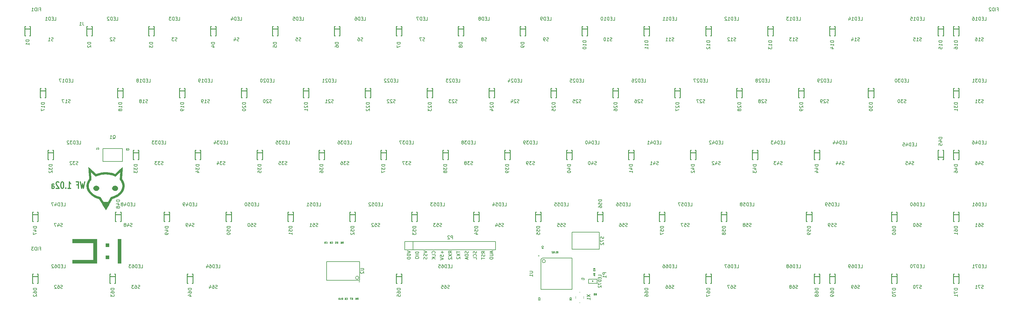
<source format=gbo>
G04 #@! TF.FileFunction,Legend,Bot*
%FSLAX46Y46*%
G04 Gerber Fmt 4.6, Leading zero omitted, Abs format (unit mm)*
G04 Created by KiCad (PCBNEW (2015-09-26 BZR 6224)-product) date 11/12/2015 12:03:03 AM*
%MOMM*%
G01*
G04 APERTURE LIST*
%ADD10C,0.150000*%
%ADD11C,0.304800*%
%ADD12C,0.200000*%
%ADD13C,0.220980*%
%ADD14C,0.149860*%
%ADD15C,0.127000*%
%ADD16C,0.100000*%
%ADD17C,0.010000*%
%ADD18C,0.203200*%
G04 APERTURE END LIST*
D10*
D11*
X70775286Y-132110238D02*
X70412429Y-134142238D01*
X70122143Y-132690810D01*
X69831857Y-134142238D01*
X69469000Y-132110238D01*
X68380429Y-133077857D02*
X68888429Y-133077857D01*
X68888429Y-134142238D02*
X68888429Y-132110238D01*
X68162715Y-132110238D01*
X65622714Y-134142238D02*
X66493571Y-134142238D01*
X66058143Y-134142238D02*
X66058143Y-132110238D01*
X66203286Y-132400524D01*
X66348428Y-132594048D01*
X66493571Y-132690810D01*
X64969571Y-133948714D02*
X64896999Y-134045476D01*
X64969571Y-134142238D01*
X65042142Y-134045476D01*
X64969571Y-133948714D01*
X64969571Y-134142238D01*
X63953571Y-132110238D02*
X63808428Y-132110238D01*
X63663285Y-132207000D01*
X63590714Y-132303762D01*
X63518143Y-132497286D01*
X63445571Y-132884333D01*
X63445571Y-133368143D01*
X63518143Y-133755190D01*
X63590714Y-133948714D01*
X63663285Y-134045476D01*
X63808428Y-134142238D01*
X63953571Y-134142238D01*
X64098714Y-134045476D01*
X64171285Y-133948714D01*
X64243857Y-133755190D01*
X64316428Y-133368143D01*
X64316428Y-132884333D01*
X64243857Y-132497286D01*
X64171285Y-132303762D01*
X64098714Y-132207000D01*
X63953571Y-132110238D01*
X62864999Y-132303762D02*
X62792428Y-132207000D01*
X62647285Y-132110238D01*
X62284428Y-132110238D01*
X62139285Y-132207000D01*
X62066714Y-132303762D01*
X61994142Y-132497286D01*
X61994142Y-132690810D01*
X62066714Y-132981095D01*
X62937571Y-134142238D01*
X61994142Y-134142238D01*
X60687856Y-134142238D02*
X60687856Y-133077857D01*
X60760427Y-132884333D01*
X60905570Y-132787571D01*
X61195856Y-132787571D01*
X61340999Y-132884333D01*
X60687856Y-134045476D02*
X60832999Y-134142238D01*
X61195856Y-134142238D01*
X61340999Y-134045476D01*
X61413570Y-133851952D01*
X61413570Y-133658429D01*
X61340999Y-133464905D01*
X61195856Y-133368143D01*
X60832999Y-133368143D01*
X60687856Y-133271381D01*
D12*
X196127667Y-153424095D02*
X196127667Y-153900286D01*
X196413381Y-153328857D02*
X195413381Y-153662190D01*
X196413381Y-153995524D01*
X195413381Y-154328857D02*
X196222905Y-154328857D01*
X196318143Y-154376476D01*
X196365762Y-154424095D01*
X196413381Y-154519333D01*
X196413381Y-154709810D01*
X196365762Y-154805048D01*
X196318143Y-154852667D01*
X196222905Y-154900286D01*
X195413381Y-154900286D01*
X196413381Y-155376476D02*
X195413381Y-155376476D01*
X195413381Y-155614571D01*
X195461000Y-155757429D01*
X195556238Y-155852667D01*
X195651476Y-155900286D01*
X195841952Y-155947905D01*
X195984810Y-155947905D01*
X196175286Y-155900286D01*
X196270524Y-155852667D01*
X196365762Y-155757429D01*
X196413381Y-155614571D01*
X196413381Y-155376476D01*
X193873381Y-154138381D02*
X193397190Y-153805047D01*
X193873381Y-153566952D02*
X192873381Y-153566952D01*
X192873381Y-153947905D01*
X192921000Y-154043143D01*
X192968619Y-154090762D01*
X193063857Y-154138381D01*
X193206714Y-154138381D01*
X193301952Y-154090762D01*
X193349571Y-154043143D01*
X193397190Y-153947905D01*
X193397190Y-153566952D01*
X193825762Y-154519333D02*
X193873381Y-154662190D01*
X193873381Y-154900286D01*
X193825762Y-154995524D01*
X193778143Y-155043143D01*
X193682905Y-155090762D01*
X193587667Y-155090762D01*
X193492429Y-155043143D01*
X193444810Y-154995524D01*
X193397190Y-154900286D01*
X193349571Y-154709809D01*
X193301952Y-154614571D01*
X193254333Y-154566952D01*
X193159095Y-154519333D01*
X193063857Y-154519333D01*
X192968619Y-154566952D01*
X192921000Y-154614571D01*
X192873381Y-154709809D01*
X192873381Y-154947905D01*
X192921000Y-155090762D01*
X192873381Y-155376476D02*
X192873381Y-155947905D01*
X193873381Y-155662190D02*
X192873381Y-155662190D01*
X191285762Y-153495524D02*
X191333381Y-153638381D01*
X191333381Y-153876477D01*
X191285762Y-153971715D01*
X191238143Y-154019334D01*
X191142905Y-154066953D01*
X191047667Y-154066953D01*
X190952429Y-154019334D01*
X190904810Y-153971715D01*
X190857190Y-153876477D01*
X190809571Y-153686000D01*
X190761952Y-153590762D01*
X190714333Y-153543143D01*
X190619095Y-153495524D01*
X190523857Y-153495524D01*
X190428619Y-153543143D01*
X190381000Y-153590762D01*
X190333381Y-153686000D01*
X190333381Y-153924096D01*
X190381000Y-154066953D01*
X191238143Y-155066953D02*
X191285762Y-155019334D01*
X191333381Y-154876477D01*
X191333381Y-154781239D01*
X191285762Y-154638381D01*
X191190524Y-154543143D01*
X191095286Y-154495524D01*
X190904810Y-154447905D01*
X190761952Y-154447905D01*
X190571476Y-154495524D01*
X190476238Y-154543143D01*
X190381000Y-154638381D01*
X190333381Y-154781239D01*
X190333381Y-154876477D01*
X190381000Y-155019334D01*
X190428619Y-155066953D01*
X191333381Y-155971715D02*
X191333381Y-155495524D01*
X190333381Y-155495524D01*
X188745762Y-153471714D02*
X188793381Y-153614571D01*
X188793381Y-153852667D01*
X188745762Y-153947905D01*
X188698143Y-153995524D01*
X188602905Y-154043143D01*
X188507667Y-154043143D01*
X188412429Y-153995524D01*
X188364810Y-153947905D01*
X188317190Y-153852667D01*
X188269571Y-153662190D01*
X188221952Y-153566952D01*
X188174333Y-153519333D01*
X188079095Y-153471714D01*
X187983857Y-153471714D01*
X187888619Y-153519333D01*
X187841000Y-153566952D01*
X187793381Y-153662190D01*
X187793381Y-153900286D01*
X187841000Y-154043143D01*
X188793381Y-154471714D02*
X187793381Y-154471714D01*
X187793381Y-154709809D01*
X187841000Y-154852667D01*
X187936238Y-154947905D01*
X188031476Y-154995524D01*
X188221952Y-155043143D01*
X188364810Y-155043143D01*
X188555286Y-154995524D01*
X188650524Y-154947905D01*
X188745762Y-154852667D01*
X188793381Y-154709809D01*
X188793381Y-154471714D01*
X188507667Y-155424095D02*
X188507667Y-155900286D01*
X188793381Y-155328857D02*
X187793381Y-155662190D01*
X188793381Y-155995524D01*
X185253381Y-153447905D02*
X185253381Y-154019334D01*
X186253381Y-153733619D02*
X185253381Y-153733619D01*
X185253381Y-154257429D02*
X186253381Y-154924096D01*
X185253381Y-154924096D02*
X186253381Y-154257429D01*
X185348619Y-155257429D02*
X185301000Y-155305048D01*
X185253381Y-155400286D01*
X185253381Y-155638382D01*
X185301000Y-155733620D01*
X185348619Y-155781239D01*
X185443857Y-155828858D01*
X185539095Y-155828858D01*
X185681952Y-155781239D01*
X186253381Y-155209810D01*
X186253381Y-155828858D01*
X183713381Y-154043143D02*
X183237190Y-153709809D01*
X183713381Y-153471714D02*
X182713381Y-153471714D01*
X182713381Y-153852667D01*
X182761000Y-153947905D01*
X182808619Y-153995524D01*
X182903857Y-154043143D01*
X183046714Y-154043143D01*
X183141952Y-153995524D01*
X183189571Y-153947905D01*
X183237190Y-153852667D01*
X183237190Y-153471714D01*
X182713381Y-154376476D02*
X183713381Y-155043143D01*
X182713381Y-155043143D02*
X183713381Y-154376476D01*
X182808619Y-155376476D02*
X182761000Y-155424095D01*
X182713381Y-155519333D01*
X182713381Y-155757429D01*
X182761000Y-155852667D01*
X182808619Y-155900286D01*
X182903857Y-155947905D01*
X182999095Y-155947905D01*
X183141952Y-155900286D01*
X183713381Y-155328857D01*
X183713381Y-155947905D01*
X180792429Y-153400286D02*
X180792429Y-154162191D01*
X181173381Y-153781239D02*
X180411476Y-153781239D01*
X180173381Y-155114572D02*
X180173381Y-154638381D01*
X180649571Y-154590762D01*
X180601952Y-154638381D01*
X180554333Y-154733619D01*
X180554333Y-154971715D01*
X180601952Y-155066953D01*
X180649571Y-155114572D01*
X180744810Y-155162191D01*
X180982905Y-155162191D01*
X181078143Y-155114572D01*
X181125762Y-155066953D01*
X181173381Y-154971715D01*
X181173381Y-154733619D01*
X181125762Y-154638381D01*
X181078143Y-154590762D01*
X180173381Y-155447905D02*
X181173381Y-155781238D01*
X180173381Y-156114572D01*
X178538143Y-154090762D02*
X178585762Y-154043143D01*
X178633381Y-153900286D01*
X178633381Y-153805048D01*
X178585762Y-153662190D01*
X178490524Y-153566952D01*
X178395286Y-153519333D01*
X178204810Y-153471714D01*
X178061952Y-153471714D01*
X177871476Y-153519333D01*
X177776238Y-153566952D01*
X177681000Y-153662190D01*
X177633381Y-153805048D01*
X177633381Y-153900286D01*
X177681000Y-154043143D01*
X177728619Y-154090762D01*
X178633381Y-154995524D02*
X178633381Y-154519333D01*
X177633381Y-154519333D01*
X178633381Y-155328857D02*
X177633381Y-155328857D01*
X178633381Y-155900286D02*
X178061952Y-155471714D01*
X177633381Y-155900286D02*
X178204810Y-155328857D01*
X175093381Y-153400286D02*
X176093381Y-153733619D01*
X175093381Y-154066953D01*
X176045762Y-154352667D02*
X176093381Y-154495524D01*
X176093381Y-154733620D01*
X176045762Y-154828858D01*
X175998143Y-154876477D01*
X175902905Y-154924096D01*
X175807667Y-154924096D01*
X175712429Y-154876477D01*
X175664810Y-154828858D01*
X175617190Y-154733620D01*
X175569571Y-154543143D01*
X175521952Y-154447905D01*
X175474333Y-154400286D01*
X175379095Y-154352667D01*
X175283857Y-154352667D01*
X175188619Y-154400286D01*
X175141000Y-154447905D01*
X175093381Y-154543143D01*
X175093381Y-154781239D01*
X175141000Y-154924096D01*
X176045762Y-155305048D02*
X176093381Y-155447905D01*
X176093381Y-155686001D01*
X176045762Y-155781239D01*
X175998143Y-155828858D01*
X175902905Y-155876477D01*
X175807667Y-155876477D01*
X175712429Y-155828858D01*
X175664810Y-155781239D01*
X175617190Y-155686001D01*
X175569571Y-155495524D01*
X175521952Y-155400286D01*
X175474333Y-155352667D01*
X175379095Y-155305048D01*
X175283857Y-155305048D01*
X175188619Y-155352667D01*
X175141000Y-155400286D01*
X175093381Y-155495524D01*
X175093381Y-155733620D01*
X175141000Y-155876477D01*
X173553381Y-153662191D02*
X172553381Y-153662191D01*
X172553381Y-153900286D01*
X172601000Y-154043144D01*
X172696238Y-154138382D01*
X172791476Y-154186001D01*
X172981952Y-154233620D01*
X173124810Y-154233620D01*
X173315286Y-154186001D01*
X173410524Y-154138382D01*
X173505762Y-154043144D01*
X173553381Y-153900286D01*
X173553381Y-153662191D01*
X173553381Y-154662191D02*
X172553381Y-154662191D01*
X172553381Y-155328857D02*
X172553381Y-155519334D01*
X172601000Y-155614572D01*
X172696238Y-155709810D01*
X172886714Y-155757429D01*
X173220048Y-155757429D01*
X173410524Y-155709810D01*
X173505762Y-155614572D01*
X173553381Y-155519334D01*
X173553381Y-155328857D01*
X173505762Y-155233619D01*
X173410524Y-155138381D01*
X173220048Y-155090762D01*
X172886714Y-155090762D01*
X172696238Y-155138381D01*
X172601000Y-155233619D01*
X172553381Y-155328857D01*
X170013381Y-153352667D02*
X171013381Y-153686000D01*
X170013381Y-154019334D01*
X171013381Y-154352667D02*
X170013381Y-154352667D01*
X170013381Y-154590762D01*
X170061000Y-154733620D01*
X170156238Y-154828858D01*
X170251476Y-154876477D01*
X170441952Y-154924096D01*
X170584810Y-154924096D01*
X170775286Y-154876477D01*
X170870524Y-154828858D01*
X170965762Y-154733620D01*
X171013381Y-154590762D01*
X171013381Y-154352667D01*
X171013381Y-155352667D02*
X170013381Y-155352667D01*
X170013381Y-155590762D01*
X170061000Y-155733620D01*
X170156238Y-155828858D01*
X170251476Y-155876477D01*
X170441952Y-155924096D01*
X170584810Y-155924096D01*
X170775286Y-155876477D01*
X170870524Y-155828858D01*
X170965762Y-155733620D01*
X171013381Y-155590762D01*
X171013381Y-155352667D01*
D13*
X339781900Y-161223960D02*
X338080100Y-161223960D01*
X339781900Y-160474660D02*
X339530440Y-160474660D01*
X338080100Y-160474660D02*
X338331560Y-160474660D01*
X338080100Y-163375340D02*
X338331560Y-163375340D01*
X339781900Y-163375340D02*
X339530440Y-163375340D01*
X339781900Y-163375340D02*
X339781900Y-160474660D01*
X338080100Y-163375340D02*
X338080100Y-160474660D01*
X320731900Y-161223960D02*
X319030100Y-161223960D01*
X320731900Y-160474660D02*
X320480440Y-160474660D01*
X319030100Y-160474660D02*
X319281560Y-160474660D01*
X319030100Y-163375340D02*
X319281560Y-163375340D01*
X320731900Y-163375340D02*
X320480440Y-163375340D01*
X320731900Y-163375340D02*
X320731900Y-160474660D01*
X319030100Y-163375340D02*
X319030100Y-160474660D01*
X301681900Y-161223960D02*
X299980100Y-161223960D01*
X301681900Y-160474660D02*
X301430440Y-160474660D01*
X299980100Y-160474660D02*
X300231560Y-160474660D01*
X299980100Y-163375340D02*
X300231560Y-163375340D01*
X301681900Y-163375340D02*
X301430440Y-163375340D01*
X301681900Y-163375340D02*
X301681900Y-160474660D01*
X299980100Y-163375340D02*
X299980100Y-160474660D01*
X296919900Y-161223960D02*
X295218100Y-161223960D01*
X296919900Y-160474660D02*
X296668440Y-160474660D01*
X295218100Y-160474660D02*
X295469560Y-160474660D01*
X295218100Y-163375340D02*
X295469560Y-163375340D01*
X296919900Y-163375340D02*
X296668440Y-163375340D01*
X296919900Y-163375340D02*
X296919900Y-160474660D01*
X295218100Y-163375340D02*
X295218100Y-160474660D01*
X263581900Y-161223960D02*
X261880100Y-161223960D01*
X263581900Y-160474660D02*
X263330440Y-160474660D01*
X261880100Y-160474660D02*
X262131560Y-160474660D01*
X261880100Y-163375340D02*
X262131560Y-163375340D01*
X263581900Y-163375340D02*
X263330440Y-163375340D01*
X263581900Y-163375340D02*
X263581900Y-160474660D01*
X261880100Y-163375340D02*
X261880100Y-160474660D01*
X244531900Y-161223960D02*
X242830100Y-161223960D01*
X244531900Y-160474660D02*
X244280440Y-160474660D01*
X242830100Y-160474660D02*
X243081560Y-160474660D01*
X242830100Y-163375340D02*
X243081560Y-163375340D01*
X244531900Y-163375340D02*
X244280440Y-163375340D01*
X244531900Y-163375340D02*
X244531900Y-160474660D01*
X242830100Y-163375340D02*
X242830100Y-160474660D01*
X168331900Y-161223960D02*
X166630100Y-161223960D01*
X168331900Y-160474660D02*
X168080440Y-160474660D01*
X166630100Y-160474660D02*
X166881560Y-160474660D01*
X166630100Y-163375340D02*
X166881560Y-163375340D01*
X168331900Y-163375340D02*
X168080440Y-163375340D01*
X168331900Y-163375340D02*
X168331900Y-160474660D01*
X166630100Y-163375340D02*
X166630100Y-160474660D01*
X104038900Y-161223960D02*
X102337100Y-161223960D01*
X104038900Y-160474660D02*
X103787440Y-160474660D01*
X102337100Y-160474660D02*
X102588560Y-160474660D01*
X102337100Y-163375340D02*
X102588560Y-163375340D01*
X104038900Y-163375340D02*
X103787440Y-163375340D01*
X104038900Y-163375340D02*
X104038900Y-160474660D01*
X102337100Y-163375340D02*
X102337100Y-160474660D01*
X80225900Y-161223960D02*
X78524100Y-161223960D01*
X80225900Y-160474660D02*
X79974440Y-160474660D01*
X78524100Y-160474660D02*
X78775560Y-160474660D01*
X78524100Y-163375340D02*
X78775560Y-163375340D01*
X80225900Y-163375340D02*
X79974440Y-163375340D01*
X80225900Y-163375340D02*
X80225900Y-160474660D01*
X78524100Y-163375340D02*
X78524100Y-160474660D01*
X56413400Y-161223960D02*
X54711600Y-161223960D01*
X56413400Y-160474660D02*
X56161940Y-160474660D01*
X54711600Y-160474660D02*
X54963060Y-160474660D01*
X54711600Y-163375340D02*
X54963060Y-163375340D01*
X56413400Y-163375340D02*
X56161940Y-163375340D01*
X56413400Y-163375340D02*
X56413400Y-160474660D01*
X54711600Y-163375340D02*
X54711600Y-160474660D01*
X339781900Y-142173960D02*
X338080100Y-142173960D01*
X339781900Y-141424660D02*
X339530440Y-141424660D01*
X338080100Y-141424660D02*
X338331560Y-141424660D01*
X338080100Y-144325340D02*
X338331560Y-144325340D01*
X339781900Y-144325340D02*
X339530440Y-144325340D01*
X339781900Y-144325340D02*
X339781900Y-141424660D01*
X338080100Y-144325340D02*
X338080100Y-141424660D01*
X320731900Y-142173960D02*
X319030100Y-142173960D01*
X320731900Y-141424660D02*
X320480440Y-141424660D01*
X319030100Y-141424660D02*
X319281560Y-141424660D01*
X319030100Y-144325340D02*
X319281560Y-144325340D01*
X320731900Y-144325340D02*
X320480440Y-144325340D01*
X320731900Y-144325340D02*
X320731900Y-141424660D01*
X319030100Y-144325340D02*
X319030100Y-141424660D01*
X294538900Y-142173960D02*
X292837100Y-142173960D01*
X294538900Y-141424660D02*
X294287440Y-141424660D01*
X292837100Y-141424660D02*
X293088560Y-141424660D01*
X292837100Y-144325340D02*
X293088560Y-144325340D01*
X294538900Y-144325340D02*
X294287440Y-144325340D01*
X294538900Y-144325340D02*
X294538900Y-141424660D01*
X292837100Y-144325340D02*
X292837100Y-141424660D01*
X268344900Y-142173960D02*
X266643100Y-142173960D01*
X268344900Y-141424660D02*
X268093440Y-141424660D01*
X266643100Y-141424660D02*
X266894560Y-141424660D01*
X266643100Y-144325340D02*
X266894560Y-144325340D01*
X268344900Y-144325340D02*
X268093440Y-144325340D01*
X268344900Y-144325340D02*
X268344900Y-141424660D01*
X266643100Y-144325340D02*
X266643100Y-141424660D01*
X249294900Y-142173960D02*
X247593100Y-142173960D01*
X249294900Y-141424660D02*
X249043440Y-141424660D01*
X247593100Y-141424660D02*
X247844560Y-141424660D01*
X247593100Y-144325340D02*
X247844560Y-144325340D01*
X249294900Y-144325340D02*
X249043440Y-144325340D01*
X249294900Y-144325340D02*
X249294900Y-141424660D01*
X247593100Y-144325340D02*
X247593100Y-141424660D01*
X230244900Y-142173960D02*
X228543100Y-142173960D01*
X230244900Y-141424660D02*
X229993440Y-141424660D01*
X228543100Y-141424660D02*
X228794560Y-141424660D01*
X228543100Y-144325340D02*
X228794560Y-144325340D01*
X230244900Y-144325340D02*
X229993440Y-144325340D01*
X230244900Y-144325340D02*
X230244900Y-141424660D01*
X228543100Y-144325340D02*
X228543100Y-141424660D01*
X211194900Y-142173960D02*
X209493100Y-142173960D01*
X211194900Y-141424660D02*
X210943440Y-141424660D01*
X209493100Y-141424660D02*
X209744560Y-141424660D01*
X209493100Y-144325340D02*
X209744560Y-144325340D01*
X211194900Y-144325340D02*
X210943440Y-144325340D01*
X211194900Y-144325340D02*
X211194900Y-141424660D01*
X209493100Y-144325340D02*
X209493100Y-141424660D01*
X192144900Y-142173960D02*
X190443100Y-142173960D01*
X192144900Y-141424660D02*
X191893440Y-141424660D01*
X190443100Y-141424660D02*
X190694560Y-141424660D01*
X190443100Y-144325340D02*
X190694560Y-144325340D01*
X192144900Y-144325340D02*
X191893440Y-144325340D01*
X192144900Y-144325340D02*
X192144900Y-141424660D01*
X190443100Y-144325340D02*
X190443100Y-141424660D01*
X173094900Y-142173960D02*
X171393100Y-142173960D01*
X173094900Y-141424660D02*
X172843440Y-141424660D01*
X171393100Y-141424660D02*
X171644560Y-141424660D01*
X171393100Y-144325340D02*
X171644560Y-144325340D01*
X173094900Y-144325340D02*
X172843440Y-144325340D01*
X173094900Y-144325340D02*
X173094900Y-141424660D01*
X171393100Y-144325340D02*
X171393100Y-141424660D01*
X154044900Y-142173960D02*
X152343100Y-142173960D01*
X154044900Y-141424660D02*
X153793440Y-141424660D01*
X152343100Y-141424660D02*
X152594560Y-141424660D01*
X152343100Y-144325340D02*
X152594560Y-144325340D01*
X154044900Y-144325340D02*
X153793440Y-144325340D01*
X154044900Y-144325340D02*
X154044900Y-141424660D01*
X152343100Y-144325340D02*
X152343100Y-141424660D01*
X134994900Y-142173960D02*
X133293100Y-142173960D01*
X134994900Y-141424660D02*
X134743440Y-141424660D01*
X133293100Y-141424660D02*
X133544560Y-141424660D01*
X133293100Y-144325340D02*
X133544560Y-144325340D01*
X134994900Y-144325340D02*
X134743440Y-144325340D01*
X134994900Y-144325340D02*
X134994900Y-141424660D01*
X133293100Y-144325340D02*
X133293100Y-141424660D01*
X115944900Y-142173960D02*
X114243100Y-142173960D01*
X115944900Y-141424660D02*
X115693440Y-141424660D01*
X114243100Y-141424660D02*
X114494560Y-141424660D01*
X114243100Y-144325340D02*
X114494560Y-144325340D01*
X115944900Y-144325340D02*
X115693440Y-144325340D01*
X115944900Y-144325340D02*
X115944900Y-141424660D01*
X114243100Y-144325340D02*
X114243100Y-141424660D01*
X96894700Y-142173960D02*
X95192900Y-142173960D01*
X96894700Y-141424660D02*
X96643240Y-141424660D01*
X95192900Y-141424660D02*
X95444360Y-141424660D01*
X95192900Y-144325340D02*
X95444360Y-144325340D01*
X96894700Y-144325340D02*
X96643240Y-144325340D01*
X96894700Y-144325340D02*
X96894700Y-141424660D01*
X95192900Y-144325340D02*
X95192900Y-141424660D01*
X81940400Y-142173960D02*
X80238600Y-142173960D01*
X81940400Y-141424660D02*
X81688940Y-141424660D01*
X80238600Y-141424660D02*
X80490060Y-141424660D01*
X80238600Y-144325340D02*
X80490060Y-144325340D01*
X81940400Y-144325340D02*
X81688940Y-144325340D01*
X81940400Y-144325340D02*
X81940400Y-141424660D01*
X80238600Y-144325340D02*
X80238600Y-141424660D01*
X56413400Y-142173960D02*
X54711600Y-142173960D01*
X56413400Y-141424660D02*
X56161940Y-141424660D01*
X54711600Y-141424660D02*
X54963060Y-141424660D01*
X54711600Y-144325340D02*
X54963060Y-144325340D01*
X56413400Y-144325340D02*
X56161940Y-144325340D01*
X56413400Y-144325340D02*
X56413400Y-141424660D01*
X54711600Y-144325340D02*
X54711600Y-141424660D01*
X339781900Y-123123960D02*
X338080100Y-123123960D01*
X339781900Y-122374660D02*
X339530440Y-122374660D01*
X338080100Y-122374660D02*
X338331560Y-122374660D01*
X338080100Y-125275340D02*
X338331560Y-125275340D01*
X339781900Y-125275340D02*
X339530440Y-125275340D01*
X339781900Y-125275340D02*
X339781900Y-122374660D01*
X338080100Y-125275340D02*
X338080100Y-122374660D01*
X333318100Y-124526040D02*
X335019900Y-124526040D01*
X333318100Y-125275340D02*
X333569560Y-125275340D01*
X335019900Y-125275340D02*
X334768440Y-125275340D01*
X335019900Y-122374660D02*
X334768440Y-122374660D01*
X333318100Y-122374660D02*
X333569560Y-122374660D01*
X333318100Y-122374660D02*
X333318100Y-125275340D01*
X335019900Y-122374660D02*
X335019900Y-125275340D01*
X296919900Y-123123960D02*
X295218100Y-123123960D01*
X296919900Y-122374660D02*
X296668440Y-122374660D01*
X295218100Y-122374660D02*
X295469560Y-122374660D01*
X295218100Y-125275340D02*
X295469560Y-125275340D01*
X296919900Y-125275340D02*
X296668440Y-125275340D01*
X296919900Y-125275340D02*
X296919900Y-122374660D01*
X295218100Y-125275340D02*
X295218100Y-122374660D01*
X277869900Y-123123960D02*
X276168100Y-123123960D01*
X277869900Y-122374660D02*
X277618440Y-122374660D01*
X276168100Y-122374660D02*
X276419560Y-122374660D01*
X276168100Y-125275340D02*
X276419560Y-125275340D01*
X277869900Y-125275340D02*
X277618440Y-125275340D01*
X277869900Y-125275340D02*
X277869900Y-122374660D01*
X276168100Y-125275340D02*
X276168100Y-122374660D01*
X258819900Y-123123960D02*
X257118100Y-123123960D01*
X258819900Y-122374660D02*
X258568440Y-122374660D01*
X257118100Y-122374660D02*
X257369560Y-122374660D01*
X257118100Y-125275340D02*
X257369560Y-125275340D01*
X258819900Y-125275340D02*
X258568440Y-125275340D01*
X258819900Y-125275340D02*
X258819900Y-122374660D01*
X257118100Y-125275340D02*
X257118100Y-122374660D01*
X239769900Y-123123960D02*
X238068100Y-123123960D01*
X239769900Y-122374660D02*
X239518440Y-122374660D01*
X238068100Y-122374660D02*
X238319560Y-122374660D01*
X238068100Y-125275340D02*
X238319560Y-125275340D01*
X239769900Y-125275340D02*
X239518440Y-125275340D01*
X239769900Y-125275340D02*
X239769900Y-122374660D01*
X238068100Y-125275340D02*
X238068100Y-122374660D01*
X220719900Y-123123960D02*
X219018100Y-123123960D01*
X220719900Y-122374660D02*
X220468440Y-122374660D01*
X219018100Y-122374660D02*
X219269560Y-122374660D01*
X219018100Y-125275340D02*
X219269560Y-125275340D01*
X220719900Y-125275340D02*
X220468440Y-125275340D01*
X220719900Y-125275340D02*
X220719900Y-122374660D01*
X219018100Y-125275340D02*
X219018100Y-122374660D01*
X201669900Y-123123960D02*
X199968100Y-123123960D01*
X201669900Y-122374660D02*
X201418440Y-122374660D01*
X199968100Y-122374660D02*
X200219560Y-122374660D01*
X199968100Y-125275340D02*
X200219560Y-125275340D01*
X201669900Y-125275340D02*
X201418440Y-125275340D01*
X201669900Y-125275340D02*
X201669900Y-122374660D01*
X199968100Y-125275340D02*
X199968100Y-122374660D01*
X182619900Y-123123960D02*
X180918100Y-123123960D01*
X182619900Y-122374660D02*
X182368440Y-122374660D01*
X180918100Y-122374660D02*
X181169560Y-122374660D01*
X180918100Y-125275340D02*
X181169560Y-125275340D01*
X182619900Y-125275340D02*
X182368440Y-125275340D01*
X182619900Y-125275340D02*
X182619900Y-122374660D01*
X180918100Y-125275340D02*
X180918100Y-122374660D01*
X163569900Y-123123960D02*
X161868100Y-123123960D01*
X163569900Y-122374660D02*
X163318440Y-122374660D01*
X161868100Y-122374660D02*
X162119560Y-122374660D01*
X161868100Y-125275340D02*
X162119560Y-125275340D01*
X163569900Y-125275340D02*
X163318440Y-125275340D01*
X163569900Y-125275340D02*
X163569900Y-122374660D01*
X161868100Y-125275340D02*
X161868100Y-122374660D01*
X144519900Y-123123960D02*
X142818100Y-123123960D01*
X144519900Y-122374660D02*
X144268440Y-122374660D01*
X142818100Y-122374660D02*
X143069560Y-122374660D01*
X142818100Y-125275340D02*
X143069560Y-125275340D01*
X144519900Y-125275340D02*
X144268440Y-125275340D01*
X144519900Y-125275340D02*
X144519900Y-122374660D01*
X142818100Y-125275340D02*
X142818100Y-122374660D01*
X125469900Y-123123960D02*
X123768100Y-123123960D01*
X125469900Y-122374660D02*
X125218440Y-122374660D01*
X123768100Y-122374660D02*
X124019560Y-122374660D01*
X123768100Y-125275340D02*
X124019560Y-125275340D01*
X125469900Y-125275340D02*
X125218440Y-125275340D01*
X125469900Y-125275340D02*
X125469900Y-122374660D01*
X123768100Y-125275340D02*
X123768100Y-122374660D01*
X106419900Y-123123960D02*
X104718100Y-123123960D01*
X106419900Y-122374660D02*
X106168440Y-122374660D01*
X104718100Y-122374660D02*
X104969560Y-122374660D01*
X104718100Y-125275340D02*
X104969560Y-125275340D01*
X106419900Y-125275340D02*
X106168440Y-125275340D01*
X106419900Y-125275340D02*
X106419900Y-122374660D01*
X104718100Y-125275340D02*
X104718100Y-122374660D01*
X87369700Y-123123960D02*
X85667900Y-123123960D01*
X87369700Y-122374660D02*
X87118240Y-122374660D01*
X85667900Y-122374660D02*
X85919360Y-122374660D01*
X85667900Y-125275340D02*
X85919360Y-125275340D01*
X87369700Y-125275340D02*
X87118240Y-125275340D01*
X87369700Y-125275340D02*
X87369700Y-122374660D01*
X85667900Y-125275340D02*
X85667900Y-122374660D01*
X61175900Y-123123960D02*
X59474100Y-123123960D01*
X61175900Y-122374660D02*
X60924440Y-122374660D01*
X59474100Y-122374660D02*
X59725560Y-122374660D01*
X59474100Y-125275340D02*
X59725560Y-125275340D01*
X61175900Y-125275340D02*
X60924440Y-125275340D01*
X61175900Y-125275340D02*
X61175900Y-122374660D01*
X59474100Y-125275340D02*
X59474100Y-122374660D01*
X339781900Y-104073960D02*
X338080100Y-104073960D01*
X339781900Y-103324660D02*
X339530440Y-103324660D01*
X338080100Y-103324660D02*
X338331560Y-103324660D01*
X338080100Y-106225340D02*
X338331560Y-106225340D01*
X339781900Y-106225340D02*
X339530440Y-106225340D01*
X339781900Y-106225340D02*
X339781900Y-103324660D01*
X338080100Y-106225340D02*
X338080100Y-103324660D01*
X313588900Y-104073960D02*
X311887100Y-104073960D01*
X313588900Y-103324660D02*
X313337440Y-103324660D01*
X311887100Y-103324660D02*
X312138560Y-103324660D01*
X311887100Y-106225340D02*
X312138560Y-106225340D01*
X313588900Y-106225340D02*
X313337440Y-106225340D01*
X313588900Y-106225340D02*
X313588900Y-103324660D01*
X311887100Y-106225340D02*
X311887100Y-103324660D01*
X292156900Y-104073960D02*
X290455100Y-104073960D01*
X292156900Y-103324660D02*
X291905440Y-103324660D01*
X290455100Y-103324660D02*
X290706560Y-103324660D01*
X290455100Y-106225340D02*
X290706560Y-106225340D01*
X292156900Y-106225340D02*
X291905440Y-106225340D01*
X292156900Y-106225340D02*
X292156900Y-103324660D01*
X290455100Y-106225340D02*
X290455100Y-103324660D01*
X273106900Y-104073960D02*
X271405100Y-104073960D01*
X273106900Y-103324660D02*
X272855440Y-103324660D01*
X271405100Y-103324660D02*
X271656560Y-103324660D01*
X271405100Y-106225340D02*
X271656560Y-106225340D01*
X273106900Y-106225340D02*
X272855440Y-106225340D01*
X273106900Y-106225340D02*
X273106900Y-103324660D01*
X271405100Y-106225340D02*
X271405100Y-103324660D01*
X254056900Y-104073960D02*
X252355100Y-104073960D01*
X254056900Y-103324660D02*
X253805440Y-103324660D01*
X252355100Y-103324660D02*
X252606560Y-103324660D01*
X252355100Y-106225340D02*
X252606560Y-106225340D01*
X254056900Y-106225340D02*
X253805440Y-106225340D01*
X254056900Y-106225340D02*
X254056900Y-103324660D01*
X252355100Y-106225340D02*
X252355100Y-103324660D01*
X235006900Y-104073960D02*
X233305100Y-104073960D01*
X235006900Y-103324660D02*
X234755440Y-103324660D01*
X233305100Y-103324660D02*
X233556560Y-103324660D01*
X233305100Y-106225340D02*
X233556560Y-106225340D01*
X235006900Y-106225340D02*
X234755440Y-106225340D01*
X235006900Y-106225340D02*
X235006900Y-103324660D01*
X233305100Y-106225340D02*
X233305100Y-103324660D01*
X215956900Y-104073960D02*
X214255100Y-104073960D01*
X215956900Y-103324660D02*
X215705440Y-103324660D01*
X214255100Y-103324660D02*
X214506560Y-103324660D01*
X214255100Y-106225340D02*
X214506560Y-106225340D01*
X215956900Y-106225340D02*
X215705440Y-106225340D01*
X215956900Y-106225340D02*
X215956900Y-103324660D01*
X214255100Y-106225340D02*
X214255100Y-103324660D01*
X196906900Y-104073960D02*
X195205100Y-104073960D01*
X196906900Y-103324660D02*
X196655440Y-103324660D01*
X195205100Y-103324660D02*
X195456560Y-103324660D01*
X195205100Y-106225340D02*
X195456560Y-106225340D01*
X196906900Y-106225340D02*
X196655440Y-106225340D01*
X196906900Y-106225340D02*
X196906900Y-103324660D01*
X195205100Y-106225340D02*
X195205100Y-103324660D01*
X177856900Y-104073960D02*
X176155100Y-104073960D01*
X177856900Y-103324660D02*
X177605440Y-103324660D01*
X176155100Y-103324660D02*
X176406560Y-103324660D01*
X176155100Y-106225340D02*
X176406560Y-106225340D01*
X177856900Y-106225340D02*
X177605440Y-106225340D01*
X177856900Y-106225340D02*
X177856900Y-103324660D01*
X176155100Y-106225340D02*
X176155100Y-103324660D01*
X158806900Y-104073960D02*
X157105100Y-104073960D01*
X158806900Y-103324660D02*
X158555440Y-103324660D01*
X157105100Y-103324660D02*
X157356560Y-103324660D01*
X157105100Y-106225340D02*
X157356560Y-106225340D01*
X158806900Y-106225340D02*
X158555440Y-106225340D01*
X158806900Y-106225340D02*
X158806900Y-103324660D01*
X157105100Y-106225340D02*
X157105100Y-103324660D01*
X139756900Y-104073960D02*
X138055100Y-104073960D01*
X139756900Y-103324660D02*
X139505440Y-103324660D01*
X138055100Y-103324660D02*
X138306560Y-103324660D01*
X138055100Y-106225340D02*
X138306560Y-106225340D01*
X139756900Y-106225340D02*
X139505440Y-106225340D01*
X139756900Y-106225340D02*
X139756900Y-103324660D01*
X138055100Y-106225340D02*
X138055100Y-103324660D01*
X120706900Y-104073960D02*
X119005100Y-104073960D01*
X120706900Y-103324660D02*
X120455440Y-103324660D01*
X119005100Y-103324660D02*
X119256560Y-103324660D01*
X119005100Y-106225340D02*
X119256560Y-106225340D01*
X120706900Y-106225340D02*
X120455440Y-106225340D01*
X120706900Y-106225340D02*
X120706900Y-103324660D01*
X119005100Y-106225340D02*
X119005100Y-103324660D01*
X101656900Y-104073960D02*
X99955100Y-104073960D01*
X101656900Y-103324660D02*
X101405440Y-103324660D01*
X99955100Y-103324660D02*
X100206560Y-103324660D01*
X99955100Y-106225340D02*
X100206560Y-106225340D01*
X101656900Y-106225340D02*
X101405440Y-106225340D01*
X101656900Y-106225340D02*
X101656900Y-103324660D01*
X99955100Y-106225340D02*
X99955100Y-103324660D01*
X82607100Y-104073960D02*
X80905300Y-104073960D01*
X82607100Y-103324660D02*
X82355640Y-103324660D01*
X80905300Y-103324660D02*
X81156760Y-103324660D01*
X80905300Y-106225340D02*
X81156760Y-106225340D01*
X82607100Y-106225340D02*
X82355640Y-106225340D01*
X82607100Y-106225340D02*
X82607100Y-103324660D01*
X80905300Y-106225340D02*
X80905300Y-103324660D01*
X58794700Y-104073960D02*
X57092900Y-104073960D01*
X58794700Y-103324660D02*
X58543240Y-103324660D01*
X57092900Y-103324660D02*
X57344360Y-103324660D01*
X57092900Y-106225340D02*
X57344360Y-106225340D01*
X58794700Y-106225340D02*
X58543240Y-106225340D01*
X58794700Y-106225340D02*
X58794700Y-103324660D01*
X57092900Y-106225340D02*
X57092900Y-103324660D01*
X339781900Y-85023960D02*
X338080100Y-85023960D01*
X339781900Y-84274660D02*
X339530440Y-84274660D01*
X338080100Y-84274660D02*
X338331560Y-84274660D01*
X338080100Y-87175340D02*
X338331560Y-87175340D01*
X339781900Y-87175340D02*
X339530440Y-87175340D01*
X339781900Y-87175340D02*
X339781900Y-84274660D01*
X338080100Y-87175340D02*
X338080100Y-84274660D01*
X335019900Y-85023960D02*
X333318100Y-85023960D01*
X335019900Y-84274660D02*
X334768440Y-84274660D01*
X333318100Y-84274660D02*
X333569560Y-84274660D01*
X333318100Y-87175340D02*
X333569560Y-87175340D01*
X335019900Y-87175340D02*
X334768440Y-87175340D01*
X335019900Y-87175340D02*
X335019900Y-84274660D01*
X333318100Y-87175340D02*
X333318100Y-84274660D01*
X301681900Y-85023960D02*
X299980100Y-85023960D01*
X301681900Y-84274660D02*
X301430440Y-84274660D01*
X299980100Y-84274660D02*
X300231560Y-84274660D01*
X299980100Y-87175340D02*
X300231560Y-87175340D01*
X301681900Y-87175340D02*
X301430440Y-87175340D01*
X301681900Y-87175340D02*
X301681900Y-84274660D01*
X299980100Y-87175340D02*
X299980100Y-84274660D01*
X282631900Y-85023960D02*
X280930100Y-85023960D01*
X282631900Y-84274660D02*
X282380440Y-84274660D01*
X280930100Y-84274660D02*
X281181560Y-84274660D01*
X280930100Y-87175340D02*
X281181560Y-87175340D01*
X282631900Y-87175340D02*
X282380440Y-87175340D01*
X282631900Y-87175340D02*
X282631900Y-84274660D01*
X280930100Y-87175340D02*
X280930100Y-84274660D01*
X263581900Y-85023960D02*
X261880100Y-85023960D01*
X263581900Y-84274660D02*
X263330440Y-84274660D01*
X261880100Y-84274660D02*
X262131560Y-84274660D01*
X261880100Y-87175340D02*
X262131560Y-87175340D01*
X263581900Y-87175340D02*
X263330440Y-87175340D01*
X263581900Y-87175340D02*
X263581900Y-84274660D01*
X261880100Y-87175340D02*
X261880100Y-84274660D01*
X244531900Y-85023960D02*
X242830100Y-85023960D01*
X244531900Y-84274660D02*
X244280440Y-84274660D01*
X242830100Y-84274660D02*
X243081560Y-84274660D01*
X242830100Y-87175340D02*
X243081560Y-87175340D01*
X244531900Y-87175340D02*
X244280440Y-87175340D01*
X244531900Y-87175340D02*
X244531900Y-84274660D01*
X242830100Y-87175340D02*
X242830100Y-84274660D01*
X225481900Y-85023960D02*
X223780100Y-85023960D01*
X225481900Y-84274660D02*
X225230440Y-84274660D01*
X223780100Y-84274660D02*
X224031560Y-84274660D01*
X223780100Y-87175340D02*
X224031560Y-87175340D01*
X225481900Y-87175340D02*
X225230440Y-87175340D01*
X225481900Y-87175340D02*
X225481900Y-84274660D01*
X223780100Y-87175340D02*
X223780100Y-84274660D01*
X206431900Y-85023960D02*
X204730100Y-85023960D01*
X206431900Y-84274660D02*
X206180440Y-84274660D01*
X204730100Y-84274660D02*
X204981560Y-84274660D01*
X204730100Y-87175340D02*
X204981560Y-87175340D01*
X206431900Y-87175340D02*
X206180440Y-87175340D01*
X206431900Y-87175340D02*
X206431900Y-84274660D01*
X204730100Y-87175340D02*
X204730100Y-84274660D01*
X187381900Y-85023960D02*
X185680100Y-85023960D01*
X187381900Y-84274660D02*
X187130440Y-84274660D01*
X185680100Y-84274660D02*
X185931560Y-84274660D01*
X185680100Y-87175340D02*
X185931560Y-87175340D01*
X187381900Y-87175340D02*
X187130440Y-87175340D01*
X187381900Y-87175340D02*
X187381900Y-84274660D01*
X185680100Y-87175340D02*
X185680100Y-84274660D01*
X168331900Y-85023960D02*
X166630100Y-85023960D01*
X168331900Y-84274660D02*
X168080440Y-84274660D01*
X166630100Y-84274660D02*
X166881560Y-84274660D01*
X166630100Y-87175340D02*
X166881560Y-87175340D01*
X168331900Y-87175340D02*
X168080440Y-87175340D01*
X168331900Y-87175340D02*
X168331900Y-84274660D01*
X166630100Y-87175340D02*
X166630100Y-84274660D01*
X149281900Y-85023960D02*
X147580100Y-85023960D01*
X149281900Y-84274660D02*
X149030440Y-84274660D01*
X147580100Y-84274660D02*
X147831560Y-84274660D01*
X147580100Y-87175340D02*
X147831560Y-87175340D01*
X149281900Y-87175340D02*
X149030440Y-87175340D01*
X149281900Y-87175340D02*
X149281900Y-84274660D01*
X147580100Y-87175340D02*
X147580100Y-84274660D01*
X130231900Y-85023960D02*
X128530100Y-85023960D01*
X130231900Y-84274660D02*
X129980440Y-84274660D01*
X128530100Y-84274660D02*
X128781560Y-84274660D01*
X128530100Y-87175340D02*
X128781560Y-87175340D01*
X130231900Y-87175340D02*
X129980440Y-87175340D01*
X130231900Y-87175340D02*
X130231900Y-84274660D01*
X128530100Y-87175340D02*
X128530100Y-84274660D01*
X111181900Y-85023960D02*
X109480100Y-85023960D01*
X111181900Y-84274660D02*
X110930440Y-84274660D01*
X109480100Y-84274660D02*
X109731560Y-84274660D01*
X109480100Y-87175340D02*
X109731560Y-87175340D01*
X111181900Y-87175340D02*
X110930440Y-87175340D01*
X111181900Y-87175340D02*
X111181900Y-84274660D01*
X109480100Y-87175340D02*
X109480100Y-84274660D01*
X92132100Y-85023960D02*
X90430300Y-85023960D01*
X92132100Y-84274660D02*
X91880640Y-84274660D01*
X90430300Y-84274660D02*
X90681760Y-84274660D01*
X90430300Y-87175340D02*
X90681760Y-87175340D01*
X92132100Y-87175340D02*
X91880640Y-87175340D01*
X92132100Y-87175340D02*
X92132100Y-84274660D01*
X90430300Y-87175340D02*
X90430300Y-84274660D01*
X73082100Y-85023960D02*
X71380300Y-85023960D01*
X73082100Y-84274660D02*
X72830640Y-84274660D01*
X71380300Y-84274660D02*
X71631760Y-84274660D01*
X71380300Y-87175340D02*
X71631760Y-87175340D01*
X73082100Y-87175340D02*
X72830640Y-87175340D01*
X73082100Y-87175340D02*
X73082100Y-84274660D01*
X71380300Y-87175340D02*
X71380300Y-84274660D01*
X54032100Y-85023960D02*
X52330300Y-85023960D01*
X54032100Y-84274660D02*
X53780640Y-84274660D01*
X52330300Y-84274660D02*
X52581760Y-84274660D01*
X52330300Y-87175340D02*
X52581760Y-87175340D01*
X54032100Y-87175340D02*
X53780640Y-87175340D01*
X54032100Y-87175340D02*
X54032100Y-84274660D01*
X52330300Y-87175340D02*
X52330300Y-84274660D01*
D14*
X226987600Y-162839400D02*
X227292400Y-162687000D01*
X227292400Y-162687000D02*
X226987600Y-162534600D01*
X226987600Y-162534600D02*
X226987600Y-162839400D01*
X225806500Y-163322000D02*
X228473500Y-163322000D01*
X228473500Y-163322000D02*
X228473500Y-162052000D01*
X228473500Y-162052000D02*
X225806500Y-162052000D01*
X225806500Y-162052000D02*
X225806500Y-163322000D01*
D15*
X76375000Y-125825000D02*
X82375000Y-125825000D01*
X82375000Y-125825000D02*
X82375000Y-121825000D01*
X82375000Y-121825000D02*
X76375000Y-121825000D01*
X76375000Y-121825000D02*
X76375000Y-125825000D01*
X229117000Y-147641000D02*
X220717000Y-147641000D01*
X220717000Y-147641000D02*
X220717000Y-152841000D01*
X220717000Y-152841000D02*
X229117000Y-152841000D01*
X229117000Y-152841000D02*
X229117000Y-147641000D01*
D12*
X211164000Y-156001000D02*
X211164000Y-165201000D01*
X211164000Y-165201000D02*
X220764000Y-165201000D01*
X220764000Y-165201000D02*
X220764000Y-155601000D01*
X220764000Y-155601000D02*
X211564000Y-155601000D01*
X211564000Y-155601000D02*
X211164000Y-156001000D01*
X212564000Y-156501000D02*
G75*
G03X212564000Y-156501000I-500000J0D01*
G01*
X155374000Y-162392000D02*
X155374000Y-156632000D01*
X155374000Y-156632000D02*
X145234000Y-156632000D01*
X145234000Y-156632000D02*
X145234000Y-162392000D01*
X145234000Y-162392000D02*
X155374000Y-162392000D01*
X155124000Y-161642000D02*
G75*
G03X155124000Y-161642000I-500000J0D01*
G01*
D16*
X223226000Y-166040000D02*
X222926000Y-166040000D01*
X224326000Y-167990000D02*
X224326000Y-167290000D01*
X222926000Y-169240000D02*
X223226000Y-169240000D01*
X221876000Y-167990000D02*
X221876000Y-167290000D01*
D12*
X169291000Y-150495000D02*
X197231000Y-150495000D01*
X197231000Y-153035000D02*
X169291000Y-153035000D01*
X169291000Y-150495000D02*
X169291000Y-153035000D01*
X197231000Y-150495000D02*
X197231000Y-153035000D01*
X171831000Y-150495000D02*
X171831000Y-153035000D01*
D17*
G36*
X81995000Y-149685000D02*
X81845000Y-149685000D01*
X81845000Y-149835000D01*
X81995000Y-149835000D01*
X81995000Y-149685000D01*
X81995000Y-149685000D01*
G37*
X81995000Y-149685000D02*
X81845000Y-149685000D01*
X81845000Y-149835000D01*
X81995000Y-149835000D01*
X81995000Y-149685000D01*
G36*
X81845000Y-149685000D02*
X81695000Y-149685000D01*
X81695000Y-149835000D01*
X81845000Y-149835000D01*
X81845000Y-149685000D01*
X81845000Y-149685000D01*
G37*
X81845000Y-149685000D02*
X81695000Y-149685000D01*
X81695000Y-149835000D01*
X81845000Y-149835000D01*
X81845000Y-149685000D01*
G36*
X81695000Y-149685000D02*
X81545000Y-149685000D01*
X81545000Y-149835000D01*
X81695000Y-149835000D01*
X81695000Y-149685000D01*
X81695000Y-149685000D01*
G37*
X81695000Y-149685000D02*
X81545000Y-149685000D01*
X81545000Y-149835000D01*
X81695000Y-149835000D01*
X81695000Y-149685000D01*
G36*
X81545000Y-149685000D02*
X81395000Y-149685000D01*
X81395000Y-149835000D01*
X81545000Y-149835000D01*
X81545000Y-149685000D01*
X81545000Y-149685000D01*
G37*
X81545000Y-149685000D02*
X81395000Y-149685000D01*
X81395000Y-149835000D01*
X81545000Y-149835000D01*
X81545000Y-149685000D01*
G36*
X81395000Y-149685000D02*
X81245000Y-149685000D01*
X81245000Y-149835000D01*
X81395000Y-149835000D01*
X81395000Y-149685000D01*
X81395000Y-149685000D01*
G37*
X81395000Y-149685000D02*
X81245000Y-149685000D01*
X81245000Y-149835000D01*
X81395000Y-149835000D01*
X81395000Y-149685000D01*
G36*
X81245000Y-149685000D02*
X81095000Y-149685000D01*
X81095000Y-149835000D01*
X81245000Y-149835000D01*
X81245000Y-149685000D01*
X81245000Y-149685000D01*
G37*
X81245000Y-149685000D02*
X81095000Y-149685000D01*
X81095000Y-149835000D01*
X81245000Y-149835000D01*
X81245000Y-149685000D01*
G36*
X81095000Y-149685000D02*
X80945000Y-149685000D01*
X80945000Y-149835000D01*
X81095000Y-149835000D01*
X81095000Y-149685000D01*
X81095000Y-149685000D01*
G37*
X81095000Y-149685000D02*
X80945000Y-149685000D01*
X80945000Y-149835000D01*
X81095000Y-149835000D01*
X81095000Y-149685000D01*
G36*
X74495000Y-149685000D02*
X74345000Y-149685000D01*
X74345000Y-149835000D01*
X74495000Y-149835000D01*
X74495000Y-149685000D01*
X74495000Y-149685000D01*
G37*
X74495000Y-149685000D02*
X74345000Y-149685000D01*
X74345000Y-149835000D01*
X74495000Y-149835000D01*
X74495000Y-149685000D01*
G36*
X74345000Y-149685000D02*
X74195000Y-149685000D01*
X74195000Y-149835000D01*
X74345000Y-149835000D01*
X74345000Y-149685000D01*
X74345000Y-149685000D01*
G37*
X74345000Y-149685000D02*
X74195000Y-149685000D01*
X74195000Y-149835000D01*
X74345000Y-149835000D01*
X74345000Y-149685000D01*
G36*
X74195000Y-149685000D02*
X74045000Y-149685000D01*
X74045000Y-149835000D01*
X74195000Y-149835000D01*
X74195000Y-149685000D01*
X74195000Y-149685000D01*
G37*
X74195000Y-149685000D02*
X74045000Y-149685000D01*
X74045000Y-149835000D01*
X74195000Y-149835000D01*
X74195000Y-149685000D01*
G36*
X74045000Y-149685000D02*
X73895000Y-149685000D01*
X73895000Y-149835000D01*
X74045000Y-149835000D01*
X74045000Y-149685000D01*
X74045000Y-149685000D01*
G37*
X74045000Y-149685000D02*
X73895000Y-149685000D01*
X73895000Y-149835000D01*
X74045000Y-149835000D01*
X74045000Y-149685000D01*
G36*
X73895000Y-149685000D02*
X73745000Y-149685000D01*
X73745000Y-149835000D01*
X73895000Y-149835000D01*
X73895000Y-149685000D01*
X73895000Y-149685000D01*
G37*
X73895000Y-149685000D02*
X73745000Y-149685000D01*
X73745000Y-149835000D01*
X73895000Y-149835000D01*
X73895000Y-149685000D01*
G36*
X73745000Y-149685000D02*
X73595000Y-149685000D01*
X73595000Y-149835000D01*
X73745000Y-149835000D01*
X73745000Y-149685000D01*
X73745000Y-149685000D01*
G37*
X73745000Y-149685000D02*
X73595000Y-149685000D01*
X73595000Y-149835000D01*
X73745000Y-149835000D01*
X73745000Y-149685000D01*
G36*
X73595000Y-149685000D02*
X73445000Y-149685000D01*
X73445000Y-149835000D01*
X73595000Y-149835000D01*
X73595000Y-149685000D01*
X73595000Y-149685000D01*
G37*
X73595000Y-149685000D02*
X73445000Y-149685000D01*
X73445000Y-149835000D01*
X73595000Y-149835000D01*
X73595000Y-149685000D01*
G36*
X73445000Y-149685000D02*
X73295000Y-149685000D01*
X73295000Y-149835000D01*
X73445000Y-149835000D01*
X73445000Y-149685000D01*
X73445000Y-149685000D01*
G37*
X73445000Y-149685000D02*
X73295000Y-149685000D01*
X73295000Y-149835000D01*
X73445000Y-149835000D01*
X73445000Y-149685000D01*
G36*
X73295000Y-149685000D02*
X73145000Y-149685000D01*
X73145000Y-149835000D01*
X73295000Y-149835000D01*
X73295000Y-149685000D01*
X73295000Y-149685000D01*
G37*
X73295000Y-149685000D02*
X73145000Y-149685000D01*
X73145000Y-149835000D01*
X73295000Y-149835000D01*
X73295000Y-149685000D01*
G36*
X73145000Y-149685000D02*
X72995000Y-149685000D01*
X72995000Y-149835000D01*
X73145000Y-149835000D01*
X73145000Y-149685000D01*
X73145000Y-149685000D01*
G37*
X73145000Y-149685000D02*
X72995000Y-149685000D01*
X72995000Y-149835000D01*
X73145000Y-149835000D01*
X73145000Y-149685000D01*
G36*
X72995000Y-149685000D02*
X72845000Y-149685000D01*
X72845000Y-149835000D01*
X72995000Y-149835000D01*
X72995000Y-149685000D01*
X72995000Y-149685000D01*
G37*
X72995000Y-149685000D02*
X72845000Y-149685000D01*
X72845000Y-149835000D01*
X72995000Y-149835000D01*
X72995000Y-149685000D01*
G36*
X72845000Y-149685000D02*
X72695000Y-149685000D01*
X72695000Y-149835000D01*
X72845000Y-149835000D01*
X72845000Y-149685000D01*
X72845000Y-149685000D01*
G37*
X72845000Y-149685000D02*
X72695000Y-149685000D01*
X72695000Y-149835000D01*
X72845000Y-149835000D01*
X72845000Y-149685000D01*
G36*
X72695000Y-149685000D02*
X72545000Y-149685000D01*
X72545000Y-149835000D01*
X72695000Y-149835000D01*
X72695000Y-149685000D01*
X72695000Y-149685000D01*
G37*
X72695000Y-149685000D02*
X72545000Y-149685000D01*
X72545000Y-149835000D01*
X72695000Y-149835000D01*
X72695000Y-149685000D01*
G36*
X72545000Y-149685000D02*
X72395000Y-149685000D01*
X72395000Y-149835000D01*
X72545000Y-149835000D01*
X72545000Y-149685000D01*
X72545000Y-149685000D01*
G37*
X72545000Y-149685000D02*
X72395000Y-149685000D01*
X72395000Y-149835000D01*
X72545000Y-149835000D01*
X72545000Y-149685000D01*
G36*
X72395000Y-149685000D02*
X72245000Y-149685000D01*
X72245000Y-149835000D01*
X72395000Y-149835000D01*
X72395000Y-149685000D01*
X72395000Y-149685000D01*
G37*
X72395000Y-149685000D02*
X72245000Y-149685000D01*
X72245000Y-149835000D01*
X72395000Y-149835000D01*
X72395000Y-149685000D01*
G36*
X72245000Y-149685000D02*
X72095000Y-149685000D01*
X72095000Y-149835000D01*
X72245000Y-149835000D01*
X72245000Y-149685000D01*
X72245000Y-149685000D01*
G37*
X72245000Y-149685000D02*
X72095000Y-149685000D01*
X72095000Y-149835000D01*
X72245000Y-149835000D01*
X72245000Y-149685000D01*
G36*
X72095000Y-149685000D02*
X71945000Y-149685000D01*
X71945000Y-149835000D01*
X72095000Y-149835000D01*
X72095000Y-149685000D01*
X72095000Y-149685000D01*
G37*
X72095000Y-149685000D02*
X71945000Y-149685000D01*
X71945000Y-149835000D01*
X72095000Y-149835000D01*
X72095000Y-149685000D01*
G36*
X71945000Y-149685000D02*
X71795000Y-149685000D01*
X71795000Y-149835000D01*
X71945000Y-149835000D01*
X71945000Y-149685000D01*
X71945000Y-149685000D01*
G37*
X71945000Y-149685000D02*
X71795000Y-149685000D01*
X71795000Y-149835000D01*
X71945000Y-149835000D01*
X71945000Y-149685000D01*
G36*
X71795000Y-149685000D02*
X71645000Y-149685000D01*
X71645000Y-149835000D01*
X71795000Y-149835000D01*
X71795000Y-149685000D01*
X71795000Y-149685000D01*
G37*
X71795000Y-149685000D02*
X71645000Y-149685000D01*
X71645000Y-149835000D01*
X71795000Y-149835000D01*
X71795000Y-149685000D01*
G36*
X71645000Y-149685000D02*
X71495000Y-149685000D01*
X71495000Y-149835000D01*
X71645000Y-149835000D01*
X71645000Y-149685000D01*
X71645000Y-149685000D01*
G37*
X71645000Y-149685000D02*
X71495000Y-149685000D01*
X71495000Y-149835000D01*
X71645000Y-149835000D01*
X71645000Y-149685000D01*
G36*
X71495000Y-149685000D02*
X71345000Y-149685000D01*
X71345000Y-149835000D01*
X71495000Y-149835000D01*
X71495000Y-149685000D01*
X71495000Y-149685000D01*
G37*
X71495000Y-149685000D02*
X71345000Y-149685000D01*
X71345000Y-149835000D01*
X71495000Y-149835000D01*
X71495000Y-149685000D01*
G36*
X71345000Y-149685000D02*
X71195000Y-149685000D01*
X71195000Y-149835000D01*
X71345000Y-149835000D01*
X71345000Y-149685000D01*
X71345000Y-149685000D01*
G37*
X71345000Y-149685000D02*
X71195000Y-149685000D01*
X71195000Y-149835000D01*
X71345000Y-149835000D01*
X71345000Y-149685000D01*
G36*
X71195000Y-149685000D02*
X71045000Y-149685000D01*
X71045000Y-149835000D01*
X71195000Y-149835000D01*
X71195000Y-149685000D01*
X71195000Y-149685000D01*
G37*
X71195000Y-149685000D02*
X71045000Y-149685000D01*
X71045000Y-149835000D01*
X71195000Y-149835000D01*
X71195000Y-149685000D01*
G36*
X71045000Y-149685000D02*
X70895000Y-149685000D01*
X70895000Y-149835000D01*
X71045000Y-149835000D01*
X71045000Y-149685000D01*
X71045000Y-149685000D01*
G37*
X71045000Y-149685000D02*
X70895000Y-149685000D01*
X70895000Y-149835000D01*
X71045000Y-149835000D01*
X71045000Y-149685000D01*
G36*
X70895000Y-149685000D02*
X70745000Y-149685000D01*
X70745000Y-149835000D01*
X70895000Y-149835000D01*
X70895000Y-149685000D01*
X70895000Y-149685000D01*
G37*
X70895000Y-149685000D02*
X70745000Y-149685000D01*
X70745000Y-149835000D01*
X70895000Y-149835000D01*
X70895000Y-149685000D01*
G36*
X70745000Y-149685000D02*
X70595000Y-149685000D01*
X70595000Y-149835000D01*
X70745000Y-149835000D01*
X70745000Y-149685000D01*
X70745000Y-149685000D01*
G37*
X70745000Y-149685000D02*
X70595000Y-149685000D01*
X70595000Y-149835000D01*
X70745000Y-149835000D01*
X70745000Y-149685000D01*
G36*
X70595000Y-149685000D02*
X70445000Y-149685000D01*
X70445000Y-149835000D01*
X70595000Y-149835000D01*
X70595000Y-149685000D01*
X70595000Y-149685000D01*
G37*
X70595000Y-149685000D02*
X70445000Y-149685000D01*
X70445000Y-149835000D01*
X70595000Y-149835000D01*
X70595000Y-149685000D01*
G36*
X70445000Y-149685000D02*
X70295000Y-149685000D01*
X70295000Y-149835000D01*
X70445000Y-149835000D01*
X70445000Y-149685000D01*
X70445000Y-149685000D01*
G37*
X70445000Y-149685000D02*
X70295000Y-149685000D01*
X70295000Y-149835000D01*
X70445000Y-149835000D01*
X70445000Y-149685000D01*
G36*
X70295000Y-149685000D02*
X70145000Y-149685000D01*
X70145000Y-149835000D01*
X70295000Y-149835000D01*
X70295000Y-149685000D01*
X70295000Y-149685000D01*
G37*
X70295000Y-149685000D02*
X70145000Y-149685000D01*
X70145000Y-149835000D01*
X70295000Y-149835000D01*
X70295000Y-149685000D01*
G36*
X70145000Y-149685000D02*
X69995000Y-149685000D01*
X69995000Y-149835000D01*
X70145000Y-149835000D01*
X70145000Y-149685000D01*
X70145000Y-149685000D01*
G37*
X70145000Y-149685000D02*
X69995000Y-149685000D01*
X69995000Y-149835000D01*
X70145000Y-149835000D01*
X70145000Y-149685000D01*
G36*
X69995000Y-149685000D02*
X69845000Y-149685000D01*
X69845000Y-149835000D01*
X69995000Y-149835000D01*
X69995000Y-149685000D01*
X69995000Y-149685000D01*
G37*
X69995000Y-149685000D02*
X69845000Y-149685000D01*
X69845000Y-149835000D01*
X69995000Y-149835000D01*
X69995000Y-149685000D01*
G36*
X69845000Y-149685000D02*
X69695000Y-149685000D01*
X69695000Y-149835000D01*
X69845000Y-149835000D01*
X69845000Y-149685000D01*
X69845000Y-149685000D01*
G37*
X69845000Y-149685000D02*
X69695000Y-149685000D01*
X69695000Y-149835000D01*
X69845000Y-149835000D01*
X69845000Y-149685000D01*
G36*
X69695000Y-149685000D02*
X69545000Y-149685000D01*
X69545000Y-149835000D01*
X69695000Y-149835000D01*
X69695000Y-149685000D01*
X69695000Y-149685000D01*
G37*
X69695000Y-149685000D02*
X69545000Y-149685000D01*
X69545000Y-149835000D01*
X69695000Y-149835000D01*
X69695000Y-149685000D01*
G36*
X69545000Y-149685000D02*
X69395000Y-149685000D01*
X69395000Y-149835000D01*
X69545000Y-149835000D01*
X69545000Y-149685000D01*
X69545000Y-149685000D01*
G37*
X69545000Y-149685000D02*
X69395000Y-149685000D01*
X69395000Y-149835000D01*
X69545000Y-149835000D01*
X69545000Y-149685000D01*
G36*
X69395000Y-149685000D02*
X69245000Y-149685000D01*
X69245000Y-149835000D01*
X69395000Y-149835000D01*
X69395000Y-149685000D01*
X69395000Y-149685000D01*
G37*
X69395000Y-149685000D02*
X69245000Y-149685000D01*
X69245000Y-149835000D01*
X69395000Y-149835000D01*
X69395000Y-149685000D01*
G36*
X69245000Y-149685000D02*
X69095000Y-149685000D01*
X69095000Y-149835000D01*
X69245000Y-149835000D01*
X69245000Y-149685000D01*
X69245000Y-149685000D01*
G37*
X69245000Y-149685000D02*
X69095000Y-149685000D01*
X69095000Y-149835000D01*
X69245000Y-149835000D01*
X69245000Y-149685000D01*
G36*
X69095000Y-149685000D02*
X68945000Y-149685000D01*
X68945000Y-149835000D01*
X69095000Y-149835000D01*
X69095000Y-149685000D01*
X69095000Y-149685000D01*
G37*
X69095000Y-149685000D02*
X68945000Y-149685000D01*
X68945000Y-149835000D01*
X69095000Y-149835000D01*
X69095000Y-149685000D01*
G36*
X68945000Y-149685000D02*
X68795000Y-149685000D01*
X68795000Y-149835000D01*
X68945000Y-149835000D01*
X68945000Y-149685000D01*
X68945000Y-149685000D01*
G37*
X68945000Y-149685000D02*
X68795000Y-149685000D01*
X68795000Y-149835000D01*
X68945000Y-149835000D01*
X68945000Y-149685000D01*
G36*
X68795000Y-149685000D02*
X68645000Y-149685000D01*
X68645000Y-149835000D01*
X68795000Y-149835000D01*
X68795000Y-149685000D01*
X68795000Y-149685000D01*
G37*
X68795000Y-149685000D02*
X68645000Y-149685000D01*
X68645000Y-149835000D01*
X68795000Y-149835000D01*
X68795000Y-149685000D01*
G36*
X68645000Y-149685000D02*
X68495000Y-149685000D01*
X68495000Y-149835000D01*
X68645000Y-149835000D01*
X68645000Y-149685000D01*
X68645000Y-149685000D01*
G37*
X68645000Y-149685000D02*
X68495000Y-149685000D01*
X68495000Y-149835000D01*
X68645000Y-149835000D01*
X68645000Y-149685000D01*
G36*
X68495000Y-149685000D02*
X68345000Y-149685000D01*
X68345000Y-149835000D01*
X68495000Y-149835000D01*
X68495000Y-149685000D01*
X68495000Y-149685000D01*
G37*
X68495000Y-149685000D02*
X68345000Y-149685000D01*
X68345000Y-149835000D01*
X68495000Y-149835000D01*
X68495000Y-149685000D01*
G36*
X68345000Y-149685000D02*
X68195000Y-149685000D01*
X68195000Y-149835000D01*
X68345000Y-149835000D01*
X68345000Y-149685000D01*
X68345000Y-149685000D01*
G37*
X68345000Y-149685000D02*
X68195000Y-149685000D01*
X68195000Y-149835000D01*
X68345000Y-149835000D01*
X68345000Y-149685000D01*
G36*
X68195000Y-149685000D02*
X68045000Y-149685000D01*
X68045000Y-149835000D01*
X68195000Y-149835000D01*
X68195000Y-149685000D01*
X68195000Y-149685000D01*
G37*
X68195000Y-149685000D02*
X68045000Y-149685000D01*
X68045000Y-149835000D01*
X68195000Y-149835000D01*
X68195000Y-149685000D01*
G36*
X68045000Y-149685000D02*
X67895000Y-149685000D01*
X67895000Y-149835000D01*
X68045000Y-149835000D01*
X68045000Y-149685000D01*
X68045000Y-149685000D01*
G37*
X68045000Y-149685000D02*
X67895000Y-149685000D01*
X67895000Y-149835000D01*
X68045000Y-149835000D01*
X68045000Y-149685000D01*
G36*
X67895000Y-149685000D02*
X67745000Y-149685000D01*
X67745000Y-149835000D01*
X67895000Y-149835000D01*
X67895000Y-149685000D01*
X67895000Y-149685000D01*
G37*
X67895000Y-149685000D02*
X67745000Y-149685000D01*
X67745000Y-149835000D01*
X67895000Y-149835000D01*
X67895000Y-149685000D01*
G36*
X67745000Y-149685000D02*
X67595000Y-149685000D01*
X67595000Y-149835000D01*
X67745000Y-149835000D01*
X67745000Y-149685000D01*
X67745000Y-149685000D01*
G37*
X67745000Y-149685000D02*
X67595000Y-149685000D01*
X67595000Y-149835000D01*
X67745000Y-149835000D01*
X67745000Y-149685000D01*
G36*
X67595000Y-149685000D02*
X67445000Y-149685000D01*
X67445000Y-149835000D01*
X67595000Y-149835000D01*
X67595000Y-149685000D01*
X67595000Y-149685000D01*
G37*
X67595000Y-149685000D02*
X67445000Y-149685000D01*
X67445000Y-149835000D01*
X67595000Y-149835000D01*
X67595000Y-149685000D01*
G36*
X67445000Y-149685000D02*
X67295000Y-149685000D01*
X67295000Y-149835000D01*
X67445000Y-149835000D01*
X67445000Y-149685000D01*
X67445000Y-149685000D01*
G37*
X67445000Y-149685000D02*
X67295000Y-149685000D01*
X67295000Y-149835000D01*
X67445000Y-149835000D01*
X67445000Y-149685000D01*
G36*
X67295000Y-149685000D02*
X67145000Y-149685000D01*
X67145000Y-149835000D01*
X67295000Y-149835000D01*
X67295000Y-149685000D01*
X67295000Y-149685000D01*
G37*
X67295000Y-149685000D02*
X67145000Y-149685000D01*
X67145000Y-149835000D01*
X67295000Y-149835000D01*
X67295000Y-149685000D01*
G36*
X67145000Y-149685000D02*
X66995000Y-149685000D01*
X66995000Y-149835000D01*
X67145000Y-149835000D01*
X67145000Y-149685000D01*
X67145000Y-149685000D01*
G37*
X67145000Y-149685000D02*
X66995000Y-149685000D01*
X66995000Y-149835000D01*
X67145000Y-149835000D01*
X67145000Y-149685000D01*
G36*
X81995000Y-149835000D02*
X81845000Y-149835000D01*
X81845000Y-149985000D01*
X81995000Y-149985000D01*
X81995000Y-149835000D01*
X81995000Y-149835000D01*
G37*
X81995000Y-149835000D02*
X81845000Y-149835000D01*
X81845000Y-149985000D01*
X81995000Y-149985000D01*
X81995000Y-149835000D01*
G36*
X81845000Y-149835000D02*
X81695000Y-149835000D01*
X81695000Y-149985000D01*
X81845000Y-149985000D01*
X81845000Y-149835000D01*
X81845000Y-149835000D01*
G37*
X81845000Y-149835000D02*
X81695000Y-149835000D01*
X81695000Y-149985000D01*
X81845000Y-149985000D01*
X81845000Y-149835000D01*
G36*
X81695000Y-149835000D02*
X81545000Y-149835000D01*
X81545000Y-149985000D01*
X81695000Y-149985000D01*
X81695000Y-149835000D01*
X81695000Y-149835000D01*
G37*
X81695000Y-149835000D02*
X81545000Y-149835000D01*
X81545000Y-149985000D01*
X81695000Y-149985000D01*
X81695000Y-149835000D01*
G36*
X81545000Y-149835000D02*
X81395000Y-149835000D01*
X81395000Y-149985000D01*
X81545000Y-149985000D01*
X81545000Y-149835000D01*
X81545000Y-149835000D01*
G37*
X81545000Y-149835000D02*
X81395000Y-149835000D01*
X81395000Y-149985000D01*
X81545000Y-149985000D01*
X81545000Y-149835000D01*
G36*
X81395000Y-149835000D02*
X81245000Y-149835000D01*
X81245000Y-149985000D01*
X81395000Y-149985000D01*
X81395000Y-149835000D01*
X81395000Y-149835000D01*
G37*
X81395000Y-149835000D02*
X81245000Y-149835000D01*
X81245000Y-149985000D01*
X81395000Y-149985000D01*
X81395000Y-149835000D01*
G36*
X81245000Y-149835000D02*
X81095000Y-149835000D01*
X81095000Y-149985000D01*
X81245000Y-149985000D01*
X81245000Y-149835000D01*
X81245000Y-149835000D01*
G37*
X81245000Y-149835000D02*
X81095000Y-149835000D01*
X81095000Y-149985000D01*
X81245000Y-149985000D01*
X81245000Y-149835000D01*
G36*
X81095000Y-149835000D02*
X80945000Y-149835000D01*
X80945000Y-149985000D01*
X81095000Y-149985000D01*
X81095000Y-149835000D01*
X81095000Y-149835000D01*
G37*
X81095000Y-149835000D02*
X80945000Y-149835000D01*
X80945000Y-149985000D01*
X81095000Y-149985000D01*
X81095000Y-149835000D01*
G36*
X74495000Y-149835000D02*
X74345000Y-149835000D01*
X74345000Y-149985000D01*
X74495000Y-149985000D01*
X74495000Y-149835000D01*
X74495000Y-149835000D01*
G37*
X74495000Y-149835000D02*
X74345000Y-149835000D01*
X74345000Y-149985000D01*
X74495000Y-149985000D01*
X74495000Y-149835000D01*
G36*
X74345000Y-149835000D02*
X74195000Y-149835000D01*
X74195000Y-149985000D01*
X74345000Y-149985000D01*
X74345000Y-149835000D01*
X74345000Y-149835000D01*
G37*
X74345000Y-149835000D02*
X74195000Y-149835000D01*
X74195000Y-149985000D01*
X74345000Y-149985000D01*
X74345000Y-149835000D01*
G36*
X74195000Y-149835000D02*
X74045000Y-149835000D01*
X74045000Y-149985000D01*
X74195000Y-149985000D01*
X74195000Y-149835000D01*
X74195000Y-149835000D01*
G37*
X74195000Y-149835000D02*
X74045000Y-149835000D01*
X74045000Y-149985000D01*
X74195000Y-149985000D01*
X74195000Y-149835000D01*
G36*
X74045000Y-149835000D02*
X73895000Y-149835000D01*
X73895000Y-149985000D01*
X74045000Y-149985000D01*
X74045000Y-149835000D01*
X74045000Y-149835000D01*
G37*
X74045000Y-149835000D02*
X73895000Y-149835000D01*
X73895000Y-149985000D01*
X74045000Y-149985000D01*
X74045000Y-149835000D01*
G36*
X73895000Y-149835000D02*
X73745000Y-149835000D01*
X73745000Y-149985000D01*
X73895000Y-149985000D01*
X73895000Y-149835000D01*
X73895000Y-149835000D01*
G37*
X73895000Y-149835000D02*
X73745000Y-149835000D01*
X73745000Y-149985000D01*
X73895000Y-149985000D01*
X73895000Y-149835000D01*
G36*
X73745000Y-149835000D02*
X73595000Y-149835000D01*
X73595000Y-149985000D01*
X73745000Y-149985000D01*
X73745000Y-149835000D01*
X73745000Y-149835000D01*
G37*
X73745000Y-149835000D02*
X73595000Y-149835000D01*
X73595000Y-149985000D01*
X73745000Y-149985000D01*
X73745000Y-149835000D01*
G36*
X73595000Y-149835000D02*
X73445000Y-149835000D01*
X73445000Y-149985000D01*
X73595000Y-149985000D01*
X73595000Y-149835000D01*
X73595000Y-149835000D01*
G37*
X73595000Y-149835000D02*
X73445000Y-149835000D01*
X73445000Y-149985000D01*
X73595000Y-149985000D01*
X73595000Y-149835000D01*
G36*
X73445000Y-149835000D02*
X73295000Y-149835000D01*
X73295000Y-149985000D01*
X73445000Y-149985000D01*
X73445000Y-149835000D01*
X73445000Y-149835000D01*
G37*
X73445000Y-149835000D02*
X73295000Y-149835000D01*
X73295000Y-149985000D01*
X73445000Y-149985000D01*
X73445000Y-149835000D01*
G36*
X73295000Y-149835000D02*
X73145000Y-149835000D01*
X73145000Y-149985000D01*
X73295000Y-149985000D01*
X73295000Y-149835000D01*
X73295000Y-149835000D01*
G37*
X73295000Y-149835000D02*
X73145000Y-149835000D01*
X73145000Y-149985000D01*
X73295000Y-149985000D01*
X73295000Y-149835000D01*
G36*
X73145000Y-149835000D02*
X72995000Y-149835000D01*
X72995000Y-149985000D01*
X73145000Y-149985000D01*
X73145000Y-149835000D01*
X73145000Y-149835000D01*
G37*
X73145000Y-149835000D02*
X72995000Y-149835000D01*
X72995000Y-149985000D01*
X73145000Y-149985000D01*
X73145000Y-149835000D01*
G36*
X72995000Y-149835000D02*
X72845000Y-149835000D01*
X72845000Y-149985000D01*
X72995000Y-149985000D01*
X72995000Y-149835000D01*
X72995000Y-149835000D01*
G37*
X72995000Y-149835000D02*
X72845000Y-149835000D01*
X72845000Y-149985000D01*
X72995000Y-149985000D01*
X72995000Y-149835000D01*
G36*
X72845000Y-149835000D02*
X72695000Y-149835000D01*
X72695000Y-149985000D01*
X72845000Y-149985000D01*
X72845000Y-149835000D01*
X72845000Y-149835000D01*
G37*
X72845000Y-149835000D02*
X72695000Y-149835000D01*
X72695000Y-149985000D01*
X72845000Y-149985000D01*
X72845000Y-149835000D01*
G36*
X72695000Y-149835000D02*
X72545000Y-149835000D01*
X72545000Y-149985000D01*
X72695000Y-149985000D01*
X72695000Y-149835000D01*
X72695000Y-149835000D01*
G37*
X72695000Y-149835000D02*
X72545000Y-149835000D01*
X72545000Y-149985000D01*
X72695000Y-149985000D01*
X72695000Y-149835000D01*
G36*
X72545000Y-149835000D02*
X72395000Y-149835000D01*
X72395000Y-149985000D01*
X72545000Y-149985000D01*
X72545000Y-149835000D01*
X72545000Y-149835000D01*
G37*
X72545000Y-149835000D02*
X72395000Y-149835000D01*
X72395000Y-149985000D01*
X72545000Y-149985000D01*
X72545000Y-149835000D01*
G36*
X72395000Y-149835000D02*
X72245000Y-149835000D01*
X72245000Y-149985000D01*
X72395000Y-149985000D01*
X72395000Y-149835000D01*
X72395000Y-149835000D01*
G37*
X72395000Y-149835000D02*
X72245000Y-149835000D01*
X72245000Y-149985000D01*
X72395000Y-149985000D01*
X72395000Y-149835000D01*
G36*
X72245000Y-149835000D02*
X72095000Y-149835000D01*
X72095000Y-149985000D01*
X72245000Y-149985000D01*
X72245000Y-149835000D01*
X72245000Y-149835000D01*
G37*
X72245000Y-149835000D02*
X72095000Y-149835000D01*
X72095000Y-149985000D01*
X72245000Y-149985000D01*
X72245000Y-149835000D01*
G36*
X72095000Y-149835000D02*
X71945000Y-149835000D01*
X71945000Y-149985000D01*
X72095000Y-149985000D01*
X72095000Y-149835000D01*
X72095000Y-149835000D01*
G37*
X72095000Y-149835000D02*
X71945000Y-149835000D01*
X71945000Y-149985000D01*
X72095000Y-149985000D01*
X72095000Y-149835000D01*
G36*
X71945000Y-149835000D02*
X71795000Y-149835000D01*
X71795000Y-149985000D01*
X71945000Y-149985000D01*
X71945000Y-149835000D01*
X71945000Y-149835000D01*
G37*
X71945000Y-149835000D02*
X71795000Y-149835000D01*
X71795000Y-149985000D01*
X71945000Y-149985000D01*
X71945000Y-149835000D01*
G36*
X71795000Y-149835000D02*
X71645000Y-149835000D01*
X71645000Y-149985000D01*
X71795000Y-149985000D01*
X71795000Y-149835000D01*
X71795000Y-149835000D01*
G37*
X71795000Y-149835000D02*
X71645000Y-149835000D01*
X71645000Y-149985000D01*
X71795000Y-149985000D01*
X71795000Y-149835000D01*
G36*
X71645000Y-149835000D02*
X71495000Y-149835000D01*
X71495000Y-149985000D01*
X71645000Y-149985000D01*
X71645000Y-149835000D01*
X71645000Y-149835000D01*
G37*
X71645000Y-149835000D02*
X71495000Y-149835000D01*
X71495000Y-149985000D01*
X71645000Y-149985000D01*
X71645000Y-149835000D01*
G36*
X71495000Y-149835000D02*
X71345000Y-149835000D01*
X71345000Y-149985000D01*
X71495000Y-149985000D01*
X71495000Y-149835000D01*
X71495000Y-149835000D01*
G37*
X71495000Y-149835000D02*
X71345000Y-149835000D01*
X71345000Y-149985000D01*
X71495000Y-149985000D01*
X71495000Y-149835000D01*
G36*
X71345000Y-149835000D02*
X71195000Y-149835000D01*
X71195000Y-149985000D01*
X71345000Y-149985000D01*
X71345000Y-149835000D01*
X71345000Y-149835000D01*
G37*
X71345000Y-149835000D02*
X71195000Y-149835000D01*
X71195000Y-149985000D01*
X71345000Y-149985000D01*
X71345000Y-149835000D01*
G36*
X71195000Y-149835000D02*
X71045000Y-149835000D01*
X71045000Y-149985000D01*
X71195000Y-149985000D01*
X71195000Y-149835000D01*
X71195000Y-149835000D01*
G37*
X71195000Y-149835000D02*
X71045000Y-149835000D01*
X71045000Y-149985000D01*
X71195000Y-149985000D01*
X71195000Y-149835000D01*
G36*
X71045000Y-149835000D02*
X70895000Y-149835000D01*
X70895000Y-149985000D01*
X71045000Y-149985000D01*
X71045000Y-149835000D01*
X71045000Y-149835000D01*
G37*
X71045000Y-149835000D02*
X70895000Y-149835000D01*
X70895000Y-149985000D01*
X71045000Y-149985000D01*
X71045000Y-149835000D01*
G36*
X70895000Y-149835000D02*
X70745000Y-149835000D01*
X70745000Y-149985000D01*
X70895000Y-149985000D01*
X70895000Y-149835000D01*
X70895000Y-149835000D01*
G37*
X70895000Y-149835000D02*
X70745000Y-149835000D01*
X70745000Y-149985000D01*
X70895000Y-149985000D01*
X70895000Y-149835000D01*
G36*
X70745000Y-149835000D02*
X70595000Y-149835000D01*
X70595000Y-149985000D01*
X70745000Y-149985000D01*
X70745000Y-149835000D01*
X70745000Y-149835000D01*
G37*
X70745000Y-149835000D02*
X70595000Y-149835000D01*
X70595000Y-149985000D01*
X70745000Y-149985000D01*
X70745000Y-149835000D01*
G36*
X70595000Y-149835000D02*
X70445000Y-149835000D01*
X70445000Y-149985000D01*
X70595000Y-149985000D01*
X70595000Y-149835000D01*
X70595000Y-149835000D01*
G37*
X70595000Y-149835000D02*
X70445000Y-149835000D01*
X70445000Y-149985000D01*
X70595000Y-149985000D01*
X70595000Y-149835000D01*
G36*
X70445000Y-149835000D02*
X70295000Y-149835000D01*
X70295000Y-149985000D01*
X70445000Y-149985000D01*
X70445000Y-149835000D01*
X70445000Y-149835000D01*
G37*
X70445000Y-149835000D02*
X70295000Y-149835000D01*
X70295000Y-149985000D01*
X70445000Y-149985000D01*
X70445000Y-149835000D01*
G36*
X70295000Y-149835000D02*
X70145000Y-149835000D01*
X70145000Y-149985000D01*
X70295000Y-149985000D01*
X70295000Y-149835000D01*
X70295000Y-149835000D01*
G37*
X70295000Y-149835000D02*
X70145000Y-149835000D01*
X70145000Y-149985000D01*
X70295000Y-149985000D01*
X70295000Y-149835000D01*
G36*
X70145000Y-149835000D02*
X69995000Y-149835000D01*
X69995000Y-149985000D01*
X70145000Y-149985000D01*
X70145000Y-149835000D01*
X70145000Y-149835000D01*
G37*
X70145000Y-149835000D02*
X69995000Y-149835000D01*
X69995000Y-149985000D01*
X70145000Y-149985000D01*
X70145000Y-149835000D01*
G36*
X69995000Y-149835000D02*
X69845000Y-149835000D01*
X69845000Y-149985000D01*
X69995000Y-149985000D01*
X69995000Y-149835000D01*
X69995000Y-149835000D01*
G37*
X69995000Y-149835000D02*
X69845000Y-149835000D01*
X69845000Y-149985000D01*
X69995000Y-149985000D01*
X69995000Y-149835000D01*
G36*
X69845000Y-149835000D02*
X69695000Y-149835000D01*
X69695000Y-149985000D01*
X69845000Y-149985000D01*
X69845000Y-149835000D01*
X69845000Y-149835000D01*
G37*
X69845000Y-149835000D02*
X69695000Y-149835000D01*
X69695000Y-149985000D01*
X69845000Y-149985000D01*
X69845000Y-149835000D01*
G36*
X69695000Y-149835000D02*
X69545000Y-149835000D01*
X69545000Y-149985000D01*
X69695000Y-149985000D01*
X69695000Y-149835000D01*
X69695000Y-149835000D01*
G37*
X69695000Y-149835000D02*
X69545000Y-149835000D01*
X69545000Y-149985000D01*
X69695000Y-149985000D01*
X69695000Y-149835000D01*
G36*
X69545000Y-149835000D02*
X69395000Y-149835000D01*
X69395000Y-149985000D01*
X69545000Y-149985000D01*
X69545000Y-149835000D01*
X69545000Y-149835000D01*
G37*
X69545000Y-149835000D02*
X69395000Y-149835000D01*
X69395000Y-149985000D01*
X69545000Y-149985000D01*
X69545000Y-149835000D01*
G36*
X69395000Y-149835000D02*
X69245000Y-149835000D01*
X69245000Y-149985000D01*
X69395000Y-149985000D01*
X69395000Y-149835000D01*
X69395000Y-149835000D01*
G37*
X69395000Y-149835000D02*
X69245000Y-149835000D01*
X69245000Y-149985000D01*
X69395000Y-149985000D01*
X69395000Y-149835000D01*
G36*
X69245000Y-149835000D02*
X69095000Y-149835000D01*
X69095000Y-149985000D01*
X69245000Y-149985000D01*
X69245000Y-149835000D01*
X69245000Y-149835000D01*
G37*
X69245000Y-149835000D02*
X69095000Y-149835000D01*
X69095000Y-149985000D01*
X69245000Y-149985000D01*
X69245000Y-149835000D01*
G36*
X69095000Y-149835000D02*
X68945000Y-149835000D01*
X68945000Y-149985000D01*
X69095000Y-149985000D01*
X69095000Y-149835000D01*
X69095000Y-149835000D01*
G37*
X69095000Y-149835000D02*
X68945000Y-149835000D01*
X68945000Y-149985000D01*
X69095000Y-149985000D01*
X69095000Y-149835000D01*
G36*
X68945000Y-149835000D02*
X68795000Y-149835000D01*
X68795000Y-149985000D01*
X68945000Y-149985000D01*
X68945000Y-149835000D01*
X68945000Y-149835000D01*
G37*
X68945000Y-149835000D02*
X68795000Y-149835000D01*
X68795000Y-149985000D01*
X68945000Y-149985000D01*
X68945000Y-149835000D01*
G36*
X68795000Y-149835000D02*
X68645000Y-149835000D01*
X68645000Y-149985000D01*
X68795000Y-149985000D01*
X68795000Y-149835000D01*
X68795000Y-149835000D01*
G37*
X68795000Y-149835000D02*
X68645000Y-149835000D01*
X68645000Y-149985000D01*
X68795000Y-149985000D01*
X68795000Y-149835000D01*
G36*
X68645000Y-149835000D02*
X68495000Y-149835000D01*
X68495000Y-149985000D01*
X68645000Y-149985000D01*
X68645000Y-149835000D01*
X68645000Y-149835000D01*
G37*
X68645000Y-149835000D02*
X68495000Y-149835000D01*
X68495000Y-149985000D01*
X68645000Y-149985000D01*
X68645000Y-149835000D01*
G36*
X68495000Y-149835000D02*
X68345000Y-149835000D01*
X68345000Y-149985000D01*
X68495000Y-149985000D01*
X68495000Y-149835000D01*
X68495000Y-149835000D01*
G37*
X68495000Y-149835000D02*
X68345000Y-149835000D01*
X68345000Y-149985000D01*
X68495000Y-149985000D01*
X68495000Y-149835000D01*
G36*
X68345000Y-149835000D02*
X68195000Y-149835000D01*
X68195000Y-149985000D01*
X68345000Y-149985000D01*
X68345000Y-149835000D01*
X68345000Y-149835000D01*
G37*
X68345000Y-149835000D02*
X68195000Y-149835000D01*
X68195000Y-149985000D01*
X68345000Y-149985000D01*
X68345000Y-149835000D01*
G36*
X68195000Y-149835000D02*
X68045000Y-149835000D01*
X68045000Y-149985000D01*
X68195000Y-149985000D01*
X68195000Y-149835000D01*
X68195000Y-149835000D01*
G37*
X68195000Y-149835000D02*
X68045000Y-149835000D01*
X68045000Y-149985000D01*
X68195000Y-149985000D01*
X68195000Y-149835000D01*
G36*
X68045000Y-149835000D02*
X67895000Y-149835000D01*
X67895000Y-149985000D01*
X68045000Y-149985000D01*
X68045000Y-149835000D01*
X68045000Y-149835000D01*
G37*
X68045000Y-149835000D02*
X67895000Y-149835000D01*
X67895000Y-149985000D01*
X68045000Y-149985000D01*
X68045000Y-149835000D01*
G36*
X67895000Y-149835000D02*
X67745000Y-149835000D01*
X67745000Y-149985000D01*
X67895000Y-149985000D01*
X67895000Y-149835000D01*
X67895000Y-149835000D01*
G37*
X67895000Y-149835000D02*
X67745000Y-149835000D01*
X67745000Y-149985000D01*
X67895000Y-149985000D01*
X67895000Y-149835000D01*
G36*
X67745000Y-149835000D02*
X67595000Y-149835000D01*
X67595000Y-149985000D01*
X67745000Y-149985000D01*
X67745000Y-149835000D01*
X67745000Y-149835000D01*
G37*
X67745000Y-149835000D02*
X67595000Y-149835000D01*
X67595000Y-149985000D01*
X67745000Y-149985000D01*
X67745000Y-149835000D01*
G36*
X67595000Y-149835000D02*
X67445000Y-149835000D01*
X67445000Y-149985000D01*
X67595000Y-149985000D01*
X67595000Y-149835000D01*
X67595000Y-149835000D01*
G37*
X67595000Y-149835000D02*
X67445000Y-149835000D01*
X67445000Y-149985000D01*
X67595000Y-149985000D01*
X67595000Y-149835000D01*
G36*
X67445000Y-149835000D02*
X67295000Y-149835000D01*
X67295000Y-149985000D01*
X67445000Y-149985000D01*
X67445000Y-149835000D01*
X67445000Y-149835000D01*
G37*
X67445000Y-149835000D02*
X67295000Y-149835000D01*
X67295000Y-149985000D01*
X67445000Y-149985000D01*
X67445000Y-149835000D01*
G36*
X67295000Y-149835000D02*
X67145000Y-149835000D01*
X67145000Y-149985000D01*
X67295000Y-149985000D01*
X67295000Y-149835000D01*
X67295000Y-149835000D01*
G37*
X67295000Y-149835000D02*
X67145000Y-149835000D01*
X67145000Y-149985000D01*
X67295000Y-149985000D01*
X67295000Y-149835000D01*
G36*
X67145000Y-149835000D02*
X66995000Y-149835000D01*
X66995000Y-149985000D01*
X67145000Y-149985000D01*
X67145000Y-149835000D01*
X67145000Y-149835000D01*
G37*
X67145000Y-149835000D02*
X66995000Y-149835000D01*
X66995000Y-149985000D01*
X67145000Y-149985000D01*
X67145000Y-149835000D01*
G36*
X81995000Y-149985000D02*
X81845000Y-149985000D01*
X81845000Y-150135000D01*
X81995000Y-150135000D01*
X81995000Y-149985000D01*
X81995000Y-149985000D01*
G37*
X81995000Y-149985000D02*
X81845000Y-149985000D01*
X81845000Y-150135000D01*
X81995000Y-150135000D01*
X81995000Y-149985000D01*
G36*
X81845000Y-149985000D02*
X81695000Y-149985000D01*
X81695000Y-150135000D01*
X81845000Y-150135000D01*
X81845000Y-149985000D01*
X81845000Y-149985000D01*
G37*
X81845000Y-149985000D02*
X81695000Y-149985000D01*
X81695000Y-150135000D01*
X81845000Y-150135000D01*
X81845000Y-149985000D01*
G36*
X81695000Y-149985000D02*
X81545000Y-149985000D01*
X81545000Y-150135000D01*
X81695000Y-150135000D01*
X81695000Y-149985000D01*
X81695000Y-149985000D01*
G37*
X81695000Y-149985000D02*
X81545000Y-149985000D01*
X81545000Y-150135000D01*
X81695000Y-150135000D01*
X81695000Y-149985000D01*
G36*
X81545000Y-149985000D02*
X81395000Y-149985000D01*
X81395000Y-150135000D01*
X81545000Y-150135000D01*
X81545000Y-149985000D01*
X81545000Y-149985000D01*
G37*
X81545000Y-149985000D02*
X81395000Y-149985000D01*
X81395000Y-150135000D01*
X81545000Y-150135000D01*
X81545000Y-149985000D01*
G36*
X81395000Y-149985000D02*
X81245000Y-149985000D01*
X81245000Y-150135000D01*
X81395000Y-150135000D01*
X81395000Y-149985000D01*
X81395000Y-149985000D01*
G37*
X81395000Y-149985000D02*
X81245000Y-149985000D01*
X81245000Y-150135000D01*
X81395000Y-150135000D01*
X81395000Y-149985000D01*
G36*
X81245000Y-149985000D02*
X81095000Y-149985000D01*
X81095000Y-150135000D01*
X81245000Y-150135000D01*
X81245000Y-149985000D01*
X81245000Y-149985000D01*
G37*
X81245000Y-149985000D02*
X81095000Y-149985000D01*
X81095000Y-150135000D01*
X81245000Y-150135000D01*
X81245000Y-149985000D01*
G36*
X81095000Y-149985000D02*
X80945000Y-149985000D01*
X80945000Y-150135000D01*
X81095000Y-150135000D01*
X81095000Y-149985000D01*
X81095000Y-149985000D01*
G37*
X81095000Y-149985000D02*
X80945000Y-149985000D01*
X80945000Y-150135000D01*
X81095000Y-150135000D01*
X81095000Y-149985000D01*
G36*
X74495000Y-149985000D02*
X74345000Y-149985000D01*
X74345000Y-150135000D01*
X74495000Y-150135000D01*
X74495000Y-149985000D01*
X74495000Y-149985000D01*
G37*
X74495000Y-149985000D02*
X74345000Y-149985000D01*
X74345000Y-150135000D01*
X74495000Y-150135000D01*
X74495000Y-149985000D01*
G36*
X74345000Y-149985000D02*
X74195000Y-149985000D01*
X74195000Y-150135000D01*
X74345000Y-150135000D01*
X74345000Y-149985000D01*
X74345000Y-149985000D01*
G37*
X74345000Y-149985000D02*
X74195000Y-149985000D01*
X74195000Y-150135000D01*
X74345000Y-150135000D01*
X74345000Y-149985000D01*
G36*
X74195000Y-149985000D02*
X74045000Y-149985000D01*
X74045000Y-150135000D01*
X74195000Y-150135000D01*
X74195000Y-149985000D01*
X74195000Y-149985000D01*
G37*
X74195000Y-149985000D02*
X74045000Y-149985000D01*
X74045000Y-150135000D01*
X74195000Y-150135000D01*
X74195000Y-149985000D01*
G36*
X74045000Y-149985000D02*
X73895000Y-149985000D01*
X73895000Y-150135000D01*
X74045000Y-150135000D01*
X74045000Y-149985000D01*
X74045000Y-149985000D01*
G37*
X74045000Y-149985000D02*
X73895000Y-149985000D01*
X73895000Y-150135000D01*
X74045000Y-150135000D01*
X74045000Y-149985000D01*
G36*
X73895000Y-149985000D02*
X73745000Y-149985000D01*
X73745000Y-150135000D01*
X73895000Y-150135000D01*
X73895000Y-149985000D01*
X73895000Y-149985000D01*
G37*
X73895000Y-149985000D02*
X73745000Y-149985000D01*
X73745000Y-150135000D01*
X73895000Y-150135000D01*
X73895000Y-149985000D01*
G36*
X73745000Y-149985000D02*
X73595000Y-149985000D01*
X73595000Y-150135000D01*
X73745000Y-150135000D01*
X73745000Y-149985000D01*
X73745000Y-149985000D01*
G37*
X73745000Y-149985000D02*
X73595000Y-149985000D01*
X73595000Y-150135000D01*
X73745000Y-150135000D01*
X73745000Y-149985000D01*
G36*
X73595000Y-149985000D02*
X73445000Y-149985000D01*
X73445000Y-150135000D01*
X73595000Y-150135000D01*
X73595000Y-149985000D01*
X73595000Y-149985000D01*
G37*
X73595000Y-149985000D02*
X73445000Y-149985000D01*
X73445000Y-150135000D01*
X73595000Y-150135000D01*
X73595000Y-149985000D01*
G36*
X73445000Y-149985000D02*
X73295000Y-149985000D01*
X73295000Y-150135000D01*
X73445000Y-150135000D01*
X73445000Y-149985000D01*
X73445000Y-149985000D01*
G37*
X73445000Y-149985000D02*
X73295000Y-149985000D01*
X73295000Y-150135000D01*
X73445000Y-150135000D01*
X73445000Y-149985000D01*
G36*
X73295000Y-149985000D02*
X73145000Y-149985000D01*
X73145000Y-150135000D01*
X73295000Y-150135000D01*
X73295000Y-149985000D01*
X73295000Y-149985000D01*
G37*
X73295000Y-149985000D02*
X73145000Y-149985000D01*
X73145000Y-150135000D01*
X73295000Y-150135000D01*
X73295000Y-149985000D01*
G36*
X73145000Y-149985000D02*
X72995000Y-149985000D01*
X72995000Y-150135000D01*
X73145000Y-150135000D01*
X73145000Y-149985000D01*
X73145000Y-149985000D01*
G37*
X73145000Y-149985000D02*
X72995000Y-149985000D01*
X72995000Y-150135000D01*
X73145000Y-150135000D01*
X73145000Y-149985000D01*
G36*
X72995000Y-149985000D02*
X72845000Y-149985000D01*
X72845000Y-150135000D01*
X72995000Y-150135000D01*
X72995000Y-149985000D01*
X72995000Y-149985000D01*
G37*
X72995000Y-149985000D02*
X72845000Y-149985000D01*
X72845000Y-150135000D01*
X72995000Y-150135000D01*
X72995000Y-149985000D01*
G36*
X72845000Y-149985000D02*
X72695000Y-149985000D01*
X72695000Y-150135000D01*
X72845000Y-150135000D01*
X72845000Y-149985000D01*
X72845000Y-149985000D01*
G37*
X72845000Y-149985000D02*
X72695000Y-149985000D01*
X72695000Y-150135000D01*
X72845000Y-150135000D01*
X72845000Y-149985000D01*
G36*
X72695000Y-149985000D02*
X72545000Y-149985000D01*
X72545000Y-150135000D01*
X72695000Y-150135000D01*
X72695000Y-149985000D01*
X72695000Y-149985000D01*
G37*
X72695000Y-149985000D02*
X72545000Y-149985000D01*
X72545000Y-150135000D01*
X72695000Y-150135000D01*
X72695000Y-149985000D01*
G36*
X72545000Y-149985000D02*
X72395000Y-149985000D01*
X72395000Y-150135000D01*
X72545000Y-150135000D01*
X72545000Y-149985000D01*
X72545000Y-149985000D01*
G37*
X72545000Y-149985000D02*
X72395000Y-149985000D01*
X72395000Y-150135000D01*
X72545000Y-150135000D01*
X72545000Y-149985000D01*
G36*
X72395000Y-149985000D02*
X72245000Y-149985000D01*
X72245000Y-150135000D01*
X72395000Y-150135000D01*
X72395000Y-149985000D01*
X72395000Y-149985000D01*
G37*
X72395000Y-149985000D02*
X72245000Y-149985000D01*
X72245000Y-150135000D01*
X72395000Y-150135000D01*
X72395000Y-149985000D01*
G36*
X72245000Y-149985000D02*
X72095000Y-149985000D01*
X72095000Y-150135000D01*
X72245000Y-150135000D01*
X72245000Y-149985000D01*
X72245000Y-149985000D01*
G37*
X72245000Y-149985000D02*
X72095000Y-149985000D01*
X72095000Y-150135000D01*
X72245000Y-150135000D01*
X72245000Y-149985000D01*
G36*
X72095000Y-149985000D02*
X71945000Y-149985000D01*
X71945000Y-150135000D01*
X72095000Y-150135000D01*
X72095000Y-149985000D01*
X72095000Y-149985000D01*
G37*
X72095000Y-149985000D02*
X71945000Y-149985000D01*
X71945000Y-150135000D01*
X72095000Y-150135000D01*
X72095000Y-149985000D01*
G36*
X71945000Y-149985000D02*
X71795000Y-149985000D01*
X71795000Y-150135000D01*
X71945000Y-150135000D01*
X71945000Y-149985000D01*
X71945000Y-149985000D01*
G37*
X71945000Y-149985000D02*
X71795000Y-149985000D01*
X71795000Y-150135000D01*
X71945000Y-150135000D01*
X71945000Y-149985000D01*
G36*
X71795000Y-149985000D02*
X71645000Y-149985000D01*
X71645000Y-150135000D01*
X71795000Y-150135000D01*
X71795000Y-149985000D01*
X71795000Y-149985000D01*
G37*
X71795000Y-149985000D02*
X71645000Y-149985000D01*
X71645000Y-150135000D01*
X71795000Y-150135000D01*
X71795000Y-149985000D01*
G36*
X71645000Y-149985000D02*
X71495000Y-149985000D01*
X71495000Y-150135000D01*
X71645000Y-150135000D01*
X71645000Y-149985000D01*
X71645000Y-149985000D01*
G37*
X71645000Y-149985000D02*
X71495000Y-149985000D01*
X71495000Y-150135000D01*
X71645000Y-150135000D01*
X71645000Y-149985000D01*
G36*
X71495000Y-149985000D02*
X71345000Y-149985000D01*
X71345000Y-150135000D01*
X71495000Y-150135000D01*
X71495000Y-149985000D01*
X71495000Y-149985000D01*
G37*
X71495000Y-149985000D02*
X71345000Y-149985000D01*
X71345000Y-150135000D01*
X71495000Y-150135000D01*
X71495000Y-149985000D01*
G36*
X71345000Y-149985000D02*
X71195000Y-149985000D01*
X71195000Y-150135000D01*
X71345000Y-150135000D01*
X71345000Y-149985000D01*
X71345000Y-149985000D01*
G37*
X71345000Y-149985000D02*
X71195000Y-149985000D01*
X71195000Y-150135000D01*
X71345000Y-150135000D01*
X71345000Y-149985000D01*
G36*
X71195000Y-149985000D02*
X71045000Y-149985000D01*
X71045000Y-150135000D01*
X71195000Y-150135000D01*
X71195000Y-149985000D01*
X71195000Y-149985000D01*
G37*
X71195000Y-149985000D02*
X71045000Y-149985000D01*
X71045000Y-150135000D01*
X71195000Y-150135000D01*
X71195000Y-149985000D01*
G36*
X71045000Y-149985000D02*
X70895000Y-149985000D01*
X70895000Y-150135000D01*
X71045000Y-150135000D01*
X71045000Y-149985000D01*
X71045000Y-149985000D01*
G37*
X71045000Y-149985000D02*
X70895000Y-149985000D01*
X70895000Y-150135000D01*
X71045000Y-150135000D01*
X71045000Y-149985000D01*
G36*
X70895000Y-149985000D02*
X70745000Y-149985000D01*
X70745000Y-150135000D01*
X70895000Y-150135000D01*
X70895000Y-149985000D01*
X70895000Y-149985000D01*
G37*
X70895000Y-149985000D02*
X70745000Y-149985000D01*
X70745000Y-150135000D01*
X70895000Y-150135000D01*
X70895000Y-149985000D01*
G36*
X70745000Y-149985000D02*
X70595000Y-149985000D01*
X70595000Y-150135000D01*
X70745000Y-150135000D01*
X70745000Y-149985000D01*
X70745000Y-149985000D01*
G37*
X70745000Y-149985000D02*
X70595000Y-149985000D01*
X70595000Y-150135000D01*
X70745000Y-150135000D01*
X70745000Y-149985000D01*
G36*
X70595000Y-149985000D02*
X70445000Y-149985000D01*
X70445000Y-150135000D01*
X70595000Y-150135000D01*
X70595000Y-149985000D01*
X70595000Y-149985000D01*
G37*
X70595000Y-149985000D02*
X70445000Y-149985000D01*
X70445000Y-150135000D01*
X70595000Y-150135000D01*
X70595000Y-149985000D01*
G36*
X70445000Y-149985000D02*
X70295000Y-149985000D01*
X70295000Y-150135000D01*
X70445000Y-150135000D01*
X70445000Y-149985000D01*
X70445000Y-149985000D01*
G37*
X70445000Y-149985000D02*
X70295000Y-149985000D01*
X70295000Y-150135000D01*
X70445000Y-150135000D01*
X70445000Y-149985000D01*
G36*
X70295000Y-149985000D02*
X70145000Y-149985000D01*
X70145000Y-150135000D01*
X70295000Y-150135000D01*
X70295000Y-149985000D01*
X70295000Y-149985000D01*
G37*
X70295000Y-149985000D02*
X70145000Y-149985000D01*
X70145000Y-150135000D01*
X70295000Y-150135000D01*
X70295000Y-149985000D01*
G36*
X70145000Y-149985000D02*
X69995000Y-149985000D01*
X69995000Y-150135000D01*
X70145000Y-150135000D01*
X70145000Y-149985000D01*
X70145000Y-149985000D01*
G37*
X70145000Y-149985000D02*
X69995000Y-149985000D01*
X69995000Y-150135000D01*
X70145000Y-150135000D01*
X70145000Y-149985000D01*
G36*
X69995000Y-149985000D02*
X69845000Y-149985000D01*
X69845000Y-150135000D01*
X69995000Y-150135000D01*
X69995000Y-149985000D01*
X69995000Y-149985000D01*
G37*
X69995000Y-149985000D02*
X69845000Y-149985000D01*
X69845000Y-150135000D01*
X69995000Y-150135000D01*
X69995000Y-149985000D01*
G36*
X69845000Y-149985000D02*
X69695000Y-149985000D01*
X69695000Y-150135000D01*
X69845000Y-150135000D01*
X69845000Y-149985000D01*
X69845000Y-149985000D01*
G37*
X69845000Y-149985000D02*
X69695000Y-149985000D01*
X69695000Y-150135000D01*
X69845000Y-150135000D01*
X69845000Y-149985000D01*
G36*
X69695000Y-149985000D02*
X69545000Y-149985000D01*
X69545000Y-150135000D01*
X69695000Y-150135000D01*
X69695000Y-149985000D01*
X69695000Y-149985000D01*
G37*
X69695000Y-149985000D02*
X69545000Y-149985000D01*
X69545000Y-150135000D01*
X69695000Y-150135000D01*
X69695000Y-149985000D01*
G36*
X69545000Y-149985000D02*
X69395000Y-149985000D01*
X69395000Y-150135000D01*
X69545000Y-150135000D01*
X69545000Y-149985000D01*
X69545000Y-149985000D01*
G37*
X69545000Y-149985000D02*
X69395000Y-149985000D01*
X69395000Y-150135000D01*
X69545000Y-150135000D01*
X69545000Y-149985000D01*
G36*
X69395000Y-149985000D02*
X69245000Y-149985000D01*
X69245000Y-150135000D01*
X69395000Y-150135000D01*
X69395000Y-149985000D01*
X69395000Y-149985000D01*
G37*
X69395000Y-149985000D02*
X69245000Y-149985000D01*
X69245000Y-150135000D01*
X69395000Y-150135000D01*
X69395000Y-149985000D01*
G36*
X69245000Y-149985000D02*
X69095000Y-149985000D01*
X69095000Y-150135000D01*
X69245000Y-150135000D01*
X69245000Y-149985000D01*
X69245000Y-149985000D01*
G37*
X69245000Y-149985000D02*
X69095000Y-149985000D01*
X69095000Y-150135000D01*
X69245000Y-150135000D01*
X69245000Y-149985000D01*
G36*
X69095000Y-149985000D02*
X68945000Y-149985000D01*
X68945000Y-150135000D01*
X69095000Y-150135000D01*
X69095000Y-149985000D01*
X69095000Y-149985000D01*
G37*
X69095000Y-149985000D02*
X68945000Y-149985000D01*
X68945000Y-150135000D01*
X69095000Y-150135000D01*
X69095000Y-149985000D01*
G36*
X68945000Y-149985000D02*
X68795000Y-149985000D01*
X68795000Y-150135000D01*
X68945000Y-150135000D01*
X68945000Y-149985000D01*
X68945000Y-149985000D01*
G37*
X68945000Y-149985000D02*
X68795000Y-149985000D01*
X68795000Y-150135000D01*
X68945000Y-150135000D01*
X68945000Y-149985000D01*
G36*
X68795000Y-149985000D02*
X68645000Y-149985000D01*
X68645000Y-150135000D01*
X68795000Y-150135000D01*
X68795000Y-149985000D01*
X68795000Y-149985000D01*
G37*
X68795000Y-149985000D02*
X68645000Y-149985000D01*
X68645000Y-150135000D01*
X68795000Y-150135000D01*
X68795000Y-149985000D01*
G36*
X68645000Y-149985000D02*
X68495000Y-149985000D01*
X68495000Y-150135000D01*
X68645000Y-150135000D01*
X68645000Y-149985000D01*
X68645000Y-149985000D01*
G37*
X68645000Y-149985000D02*
X68495000Y-149985000D01*
X68495000Y-150135000D01*
X68645000Y-150135000D01*
X68645000Y-149985000D01*
G36*
X68495000Y-149985000D02*
X68345000Y-149985000D01*
X68345000Y-150135000D01*
X68495000Y-150135000D01*
X68495000Y-149985000D01*
X68495000Y-149985000D01*
G37*
X68495000Y-149985000D02*
X68345000Y-149985000D01*
X68345000Y-150135000D01*
X68495000Y-150135000D01*
X68495000Y-149985000D01*
G36*
X68345000Y-149985000D02*
X68195000Y-149985000D01*
X68195000Y-150135000D01*
X68345000Y-150135000D01*
X68345000Y-149985000D01*
X68345000Y-149985000D01*
G37*
X68345000Y-149985000D02*
X68195000Y-149985000D01*
X68195000Y-150135000D01*
X68345000Y-150135000D01*
X68345000Y-149985000D01*
G36*
X68195000Y-149985000D02*
X68045000Y-149985000D01*
X68045000Y-150135000D01*
X68195000Y-150135000D01*
X68195000Y-149985000D01*
X68195000Y-149985000D01*
G37*
X68195000Y-149985000D02*
X68045000Y-149985000D01*
X68045000Y-150135000D01*
X68195000Y-150135000D01*
X68195000Y-149985000D01*
G36*
X68045000Y-149985000D02*
X67895000Y-149985000D01*
X67895000Y-150135000D01*
X68045000Y-150135000D01*
X68045000Y-149985000D01*
X68045000Y-149985000D01*
G37*
X68045000Y-149985000D02*
X67895000Y-149985000D01*
X67895000Y-150135000D01*
X68045000Y-150135000D01*
X68045000Y-149985000D01*
G36*
X67895000Y-149985000D02*
X67745000Y-149985000D01*
X67745000Y-150135000D01*
X67895000Y-150135000D01*
X67895000Y-149985000D01*
X67895000Y-149985000D01*
G37*
X67895000Y-149985000D02*
X67745000Y-149985000D01*
X67745000Y-150135000D01*
X67895000Y-150135000D01*
X67895000Y-149985000D01*
G36*
X67745000Y-149985000D02*
X67595000Y-149985000D01*
X67595000Y-150135000D01*
X67745000Y-150135000D01*
X67745000Y-149985000D01*
X67745000Y-149985000D01*
G37*
X67745000Y-149985000D02*
X67595000Y-149985000D01*
X67595000Y-150135000D01*
X67745000Y-150135000D01*
X67745000Y-149985000D01*
G36*
X67595000Y-149985000D02*
X67445000Y-149985000D01*
X67445000Y-150135000D01*
X67595000Y-150135000D01*
X67595000Y-149985000D01*
X67595000Y-149985000D01*
G37*
X67595000Y-149985000D02*
X67445000Y-149985000D01*
X67445000Y-150135000D01*
X67595000Y-150135000D01*
X67595000Y-149985000D01*
G36*
X67445000Y-149985000D02*
X67295000Y-149985000D01*
X67295000Y-150135000D01*
X67445000Y-150135000D01*
X67445000Y-149985000D01*
X67445000Y-149985000D01*
G37*
X67445000Y-149985000D02*
X67295000Y-149985000D01*
X67295000Y-150135000D01*
X67445000Y-150135000D01*
X67445000Y-149985000D01*
G36*
X67295000Y-149985000D02*
X67145000Y-149985000D01*
X67145000Y-150135000D01*
X67295000Y-150135000D01*
X67295000Y-149985000D01*
X67295000Y-149985000D01*
G37*
X67295000Y-149985000D02*
X67145000Y-149985000D01*
X67145000Y-150135000D01*
X67295000Y-150135000D01*
X67295000Y-149985000D01*
G36*
X67145000Y-149985000D02*
X66995000Y-149985000D01*
X66995000Y-150135000D01*
X67145000Y-150135000D01*
X67145000Y-149985000D01*
X67145000Y-149985000D01*
G37*
X67145000Y-149985000D02*
X66995000Y-149985000D01*
X66995000Y-150135000D01*
X67145000Y-150135000D01*
X67145000Y-149985000D01*
G36*
X81995000Y-150135000D02*
X81845000Y-150135000D01*
X81845000Y-150285000D01*
X81995000Y-150285000D01*
X81995000Y-150135000D01*
X81995000Y-150135000D01*
G37*
X81995000Y-150135000D02*
X81845000Y-150135000D01*
X81845000Y-150285000D01*
X81995000Y-150285000D01*
X81995000Y-150135000D01*
G36*
X81845000Y-150135000D02*
X81695000Y-150135000D01*
X81695000Y-150285000D01*
X81845000Y-150285000D01*
X81845000Y-150135000D01*
X81845000Y-150135000D01*
G37*
X81845000Y-150135000D02*
X81695000Y-150135000D01*
X81695000Y-150285000D01*
X81845000Y-150285000D01*
X81845000Y-150135000D01*
G36*
X81695000Y-150135000D02*
X81545000Y-150135000D01*
X81545000Y-150285000D01*
X81695000Y-150285000D01*
X81695000Y-150135000D01*
X81695000Y-150135000D01*
G37*
X81695000Y-150135000D02*
X81545000Y-150135000D01*
X81545000Y-150285000D01*
X81695000Y-150285000D01*
X81695000Y-150135000D01*
G36*
X81545000Y-150135000D02*
X81395000Y-150135000D01*
X81395000Y-150285000D01*
X81545000Y-150285000D01*
X81545000Y-150135000D01*
X81545000Y-150135000D01*
G37*
X81545000Y-150135000D02*
X81395000Y-150135000D01*
X81395000Y-150285000D01*
X81545000Y-150285000D01*
X81545000Y-150135000D01*
G36*
X81395000Y-150135000D02*
X81245000Y-150135000D01*
X81245000Y-150285000D01*
X81395000Y-150285000D01*
X81395000Y-150135000D01*
X81395000Y-150135000D01*
G37*
X81395000Y-150135000D02*
X81245000Y-150135000D01*
X81245000Y-150285000D01*
X81395000Y-150285000D01*
X81395000Y-150135000D01*
G36*
X81245000Y-150135000D02*
X81095000Y-150135000D01*
X81095000Y-150285000D01*
X81245000Y-150285000D01*
X81245000Y-150135000D01*
X81245000Y-150135000D01*
G37*
X81245000Y-150135000D02*
X81095000Y-150135000D01*
X81095000Y-150285000D01*
X81245000Y-150285000D01*
X81245000Y-150135000D01*
G36*
X81095000Y-150135000D02*
X80945000Y-150135000D01*
X80945000Y-150285000D01*
X81095000Y-150285000D01*
X81095000Y-150135000D01*
X81095000Y-150135000D01*
G37*
X81095000Y-150135000D02*
X80945000Y-150135000D01*
X80945000Y-150285000D01*
X81095000Y-150285000D01*
X81095000Y-150135000D01*
G36*
X74495000Y-150135000D02*
X74345000Y-150135000D01*
X74345000Y-150285000D01*
X74495000Y-150285000D01*
X74495000Y-150135000D01*
X74495000Y-150135000D01*
G37*
X74495000Y-150135000D02*
X74345000Y-150135000D01*
X74345000Y-150285000D01*
X74495000Y-150285000D01*
X74495000Y-150135000D01*
G36*
X74345000Y-150135000D02*
X74195000Y-150135000D01*
X74195000Y-150285000D01*
X74345000Y-150285000D01*
X74345000Y-150135000D01*
X74345000Y-150135000D01*
G37*
X74345000Y-150135000D02*
X74195000Y-150135000D01*
X74195000Y-150285000D01*
X74345000Y-150285000D01*
X74345000Y-150135000D01*
G36*
X74195000Y-150135000D02*
X74045000Y-150135000D01*
X74045000Y-150285000D01*
X74195000Y-150285000D01*
X74195000Y-150135000D01*
X74195000Y-150135000D01*
G37*
X74195000Y-150135000D02*
X74045000Y-150135000D01*
X74045000Y-150285000D01*
X74195000Y-150285000D01*
X74195000Y-150135000D01*
G36*
X74045000Y-150135000D02*
X73895000Y-150135000D01*
X73895000Y-150285000D01*
X74045000Y-150285000D01*
X74045000Y-150135000D01*
X74045000Y-150135000D01*
G37*
X74045000Y-150135000D02*
X73895000Y-150135000D01*
X73895000Y-150285000D01*
X74045000Y-150285000D01*
X74045000Y-150135000D01*
G36*
X73895000Y-150135000D02*
X73745000Y-150135000D01*
X73745000Y-150285000D01*
X73895000Y-150285000D01*
X73895000Y-150135000D01*
X73895000Y-150135000D01*
G37*
X73895000Y-150135000D02*
X73745000Y-150135000D01*
X73745000Y-150285000D01*
X73895000Y-150285000D01*
X73895000Y-150135000D01*
G36*
X73745000Y-150135000D02*
X73595000Y-150135000D01*
X73595000Y-150285000D01*
X73745000Y-150285000D01*
X73745000Y-150135000D01*
X73745000Y-150135000D01*
G37*
X73745000Y-150135000D02*
X73595000Y-150135000D01*
X73595000Y-150285000D01*
X73745000Y-150285000D01*
X73745000Y-150135000D01*
G36*
X73595000Y-150135000D02*
X73445000Y-150135000D01*
X73445000Y-150285000D01*
X73595000Y-150285000D01*
X73595000Y-150135000D01*
X73595000Y-150135000D01*
G37*
X73595000Y-150135000D02*
X73445000Y-150135000D01*
X73445000Y-150285000D01*
X73595000Y-150285000D01*
X73595000Y-150135000D01*
G36*
X73445000Y-150135000D02*
X73295000Y-150135000D01*
X73295000Y-150285000D01*
X73445000Y-150285000D01*
X73445000Y-150135000D01*
X73445000Y-150135000D01*
G37*
X73445000Y-150135000D02*
X73295000Y-150135000D01*
X73295000Y-150285000D01*
X73445000Y-150285000D01*
X73445000Y-150135000D01*
G36*
X73295000Y-150135000D02*
X73145000Y-150135000D01*
X73145000Y-150285000D01*
X73295000Y-150285000D01*
X73295000Y-150135000D01*
X73295000Y-150135000D01*
G37*
X73295000Y-150135000D02*
X73145000Y-150135000D01*
X73145000Y-150285000D01*
X73295000Y-150285000D01*
X73295000Y-150135000D01*
G36*
X73145000Y-150135000D02*
X72995000Y-150135000D01*
X72995000Y-150285000D01*
X73145000Y-150285000D01*
X73145000Y-150135000D01*
X73145000Y-150135000D01*
G37*
X73145000Y-150135000D02*
X72995000Y-150135000D01*
X72995000Y-150285000D01*
X73145000Y-150285000D01*
X73145000Y-150135000D01*
G36*
X72995000Y-150135000D02*
X72845000Y-150135000D01*
X72845000Y-150285000D01*
X72995000Y-150285000D01*
X72995000Y-150135000D01*
X72995000Y-150135000D01*
G37*
X72995000Y-150135000D02*
X72845000Y-150135000D01*
X72845000Y-150285000D01*
X72995000Y-150285000D01*
X72995000Y-150135000D01*
G36*
X72845000Y-150135000D02*
X72695000Y-150135000D01*
X72695000Y-150285000D01*
X72845000Y-150285000D01*
X72845000Y-150135000D01*
X72845000Y-150135000D01*
G37*
X72845000Y-150135000D02*
X72695000Y-150135000D01*
X72695000Y-150285000D01*
X72845000Y-150285000D01*
X72845000Y-150135000D01*
G36*
X72695000Y-150135000D02*
X72545000Y-150135000D01*
X72545000Y-150285000D01*
X72695000Y-150285000D01*
X72695000Y-150135000D01*
X72695000Y-150135000D01*
G37*
X72695000Y-150135000D02*
X72545000Y-150135000D01*
X72545000Y-150285000D01*
X72695000Y-150285000D01*
X72695000Y-150135000D01*
G36*
X72545000Y-150135000D02*
X72395000Y-150135000D01*
X72395000Y-150285000D01*
X72545000Y-150285000D01*
X72545000Y-150135000D01*
X72545000Y-150135000D01*
G37*
X72545000Y-150135000D02*
X72395000Y-150135000D01*
X72395000Y-150285000D01*
X72545000Y-150285000D01*
X72545000Y-150135000D01*
G36*
X72395000Y-150135000D02*
X72245000Y-150135000D01*
X72245000Y-150285000D01*
X72395000Y-150285000D01*
X72395000Y-150135000D01*
X72395000Y-150135000D01*
G37*
X72395000Y-150135000D02*
X72245000Y-150135000D01*
X72245000Y-150285000D01*
X72395000Y-150285000D01*
X72395000Y-150135000D01*
G36*
X72245000Y-150135000D02*
X72095000Y-150135000D01*
X72095000Y-150285000D01*
X72245000Y-150285000D01*
X72245000Y-150135000D01*
X72245000Y-150135000D01*
G37*
X72245000Y-150135000D02*
X72095000Y-150135000D01*
X72095000Y-150285000D01*
X72245000Y-150285000D01*
X72245000Y-150135000D01*
G36*
X72095000Y-150135000D02*
X71945000Y-150135000D01*
X71945000Y-150285000D01*
X72095000Y-150285000D01*
X72095000Y-150135000D01*
X72095000Y-150135000D01*
G37*
X72095000Y-150135000D02*
X71945000Y-150135000D01*
X71945000Y-150285000D01*
X72095000Y-150285000D01*
X72095000Y-150135000D01*
G36*
X71945000Y-150135000D02*
X71795000Y-150135000D01*
X71795000Y-150285000D01*
X71945000Y-150285000D01*
X71945000Y-150135000D01*
X71945000Y-150135000D01*
G37*
X71945000Y-150135000D02*
X71795000Y-150135000D01*
X71795000Y-150285000D01*
X71945000Y-150285000D01*
X71945000Y-150135000D01*
G36*
X71795000Y-150135000D02*
X71645000Y-150135000D01*
X71645000Y-150285000D01*
X71795000Y-150285000D01*
X71795000Y-150135000D01*
X71795000Y-150135000D01*
G37*
X71795000Y-150135000D02*
X71645000Y-150135000D01*
X71645000Y-150285000D01*
X71795000Y-150285000D01*
X71795000Y-150135000D01*
G36*
X71645000Y-150135000D02*
X71495000Y-150135000D01*
X71495000Y-150285000D01*
X71645000Y-150285000D01*
X71645000Y-150135000D01*
X71645000Y-150135000D01*
G37*
X71645000Y-150135000D02*
X71495000Y-150135000D01*
X71495000Y-150285000D01*
X71645000Y-150285000D01*
X71645000Y-150135000D01*
G36*
X71495000Y-150135000D02*
X71345000Y-150135000D01*
X71345000Y-150285000D01*
X71495000Y-150285000D01*
X71495000Y-150135000D01*
X71495000Y-150135000D01*
G37*
X71495000Y-150135000D02*
X71345000Y-150135000D01*
X71345000Y-150285000D01*
X71495000Y-150285000D01*
X71495000Y-150135000D01*
G36*
X71345000Y-150135000D02*
X71195000Y-150135000D01*
X71195000Y-150285000D01*
X71345000Y-150285000D01*
X71345000Y-150135000D01*
X71345000Y-150135000D01*
G37*
X71345000Y-150135000D02*
X71195000Y-150135000D01*
X71195000Y-150285000D01*
X71345000Y-150285000D01*
X71345000Y-150135000D01*
G36*
X71195000Y-150135000D02*
X71045000Y-150135000D01*
X71045000Y-150285000D01*
X71195000Y-150285000D01*
X71195000Y-150135000D01*
X71195000Y-150135000D01*
G37*
X71195000Y-150135000D02*
X71045000Y-150135000D01*
X71045000Y-150285000D01*
X71195000Y-150285000D01*
X71195000Y-150135000D01*
G36*
X71045000Y-150135000D02*
X70895000Y-150135000D01*
X70895000Y-150285000D01*
X71045000Y-150285000D01*
X71045000Y-150135000D01*
X71045000Y-150135000D01*
G37*
X71045000Y-150135000D02*
X70895000Y-150135000D01*
X70895000Y-150285000D01*
X71045000Y-150285000D01*
X71045000Y-150135000D01*
G36*
X70895000Y-150135000D02*
X70745000Y-150135000D01*
X70745000Y-150285000D01*
X70895000Y-150285000D01*
X70895000Y-150135000D01*
X70895000Y-150135000D01*
G37*
X70895000Y-150135000D02*
X70745000Y-150135000D01*
X70745000Y-150285000D01*
X70895000Y-150285000D01*
X70895000Y-150135000D01*
G36*
X70745000Y-150135000D02*
X70595000Y-150135000D01*
X70595000Y-150285000D01*
X70745000Y-150285000D01*
X70745000Y-150135000D01*
X70745000Y-150135000D01*
G37*
X70745000Y-150135000D02*
X70595000Y-150135000D01*
X70595000Y-150285000D01*
X70745000Y-150285000D01*
X70745000Y-150135000D01*
G36*
X70595000Y-150135000D02*
X70445000Y-150135000D01*
X70445000Y-150285000D01*
X70595000Y-150285000D01*
X70595000Y-150135000D01*
X70595000Y-150135000D01*
G37*
X70595000Y-150135000D02*
X70445000Y-150135000D01*
X70445000Y-150285000D01*
X70595000Y-150285000D01*
X70595000Y-150135000D01*
G36*
X70445000Y-150135000D02*
X70295000Y-150135000D01*
X70295000Y-150285000D01*
X70445000Y-150285000D01*
X70445000Y-150135000D01*
X70445000Y-150135000D01*
G37*
X70445000Y-150135000D02*
X70295000Y-150135000D01*
X70295000Y-150285000D01*
X70445000Y-150285000D01*
X70445000Y-150135000D01*
G36*
X70295000Y-150135000D02*
X70145000Y-150135000D01*
X70145000Y-150285000D01*
X70295000Y-150285000D01*
X70295000Y-150135000D01*
X70295000Y-150135000D01*
G37*
X70295000Y-150135000D02*
X70145000Y-150135000D01*
X70145000Y-150285000D01*
X70295000Y-150285000D01*
X70295000Y-150135000D01*
G36*
X70145000Y-150135000D02*
X69995000Y-150135000D01*
X69995000Y-150285000D01*
X70145000Y-150285000D01*
X70145000Y-150135000D01*
X70145000Y-150135000D01*
G37*
X70145000Y-150135000D02*
X69995000Y-150135000D01*
X69995000Y-150285000D01*
X70145000Y-150285000D01*
X70145000Y-150135000D01*
G36*
X69995000Y-150135000D02*
X69845000Y-150135000D01*
X69845000Y-150285000D01*
X69995000Y-150285000D01*
X69995000Y-150135000D01*
X69995000Y-150135000D01*
G37*
X69995000Y-150135000D02*
X69845000Y-150135000D01*
X69845000Y-150285000D01*
X69995000Y-150285000D01*
X69995000Y-150135000D01*
G36*
X69845000Y-150135000D02*
X69695000Y-150135000D01*
X69695000Y-150285000D01*
X69845000Y-150285000D01*
X69845000Y-150135000D01*
X69845000Y-150135000D01*
G37*
X69845000Y-150135000D02*
X69695000Y-150135000D01*
X69695000Y-150285000D01*
X69845000Y-150285000D01*
X69845000Y-150135000D01*
G36*
X69695000Y-150135000D02*
X69545000Y-150135000D01*
X69545000Y-150285000D01*
X69695000Y-150285000D01*
X69695000Y-150135000D01*
X69695000Y-150135000D01*
G37*
X69695000Y-150135000D02*
X69545000Y-150135000D01*
X69545000Y-150285000D01*
X69695000Y-150285000D01*
X69695000Y-150135000D01*
G36*
X69545000Y-150135000D02*
X69395000Y-150135000D01*
X69395000Y-150285000D01*
X69545000Y-150285000D01*
X69545000Y-150135000D01*
X69545000Y-150135000D01*
G37*
X69545000Y-150135000D02*
X69395000Y-150135000D01*
X69395000Y-150285000D01*
X69545000Y-150285000D01*
X69545000Y-150135000D01*
G36*
X69395000Y-150135000D02*
X69245000Y-150135000D01*
X69245000Y-150285000D01*
X69395000Y-150285000D01*
X69395000Y-150135000D01*
X69395000Y-150135000D01*
G37*
X69395000Y-150135000D02*
X69245000Y-150135000D01*
X69245000Y-150285000D01*
X69395000Y-150285000D01*
X69395000Y-150135000D01*
G36*
X69245000Y-150135000D02*
X69095000Y-150135000D01*
X69095000Y-150285000D01*
X69245000Y-150285000D01*
X69245000Y-150135000D01*
X69245000Y-150135000D01*
G37*
X69245000Y-150135000D02*
X69095000Y-150135000D01*
X69095000Y-150285000D01*
X69245000Y-150285000D01*
X69245000Y-150135000D01*
G36*
X69095000Y-150135000D02*
X68945000Y-150135000D01*
X68945000Y-150285000D01*
X69095000Y-150285000D01*
X69095000Y-150135000D01*
X69095000Y-150135000D01*
G37*
X69095000Y-150135000D02*
X68945000Y-150135000D01*
X68945000Y-150285000D01*
X69095000Y-150285000D01*
X69095000Y-150135000D01*
G36*
X68945000Y-150135000D02*
X68795000Y-150135000D01*
X68795000Y-150285000D01*
X68945000Y-150285000D01*
X68945000Y-150135000D01*
X68945000Y-150135000D01*
G37*
X68945000Y-150135000D02*
X68795000Y-150135000D01*
X68795000Y-150285000D01*
X68945000Y-150285000D01*
X68945000Y-150135000D01*
G36*
X68795000Y-150135000D02*
X68645000Y-150135000D01*
X68645000Y-150285000D01*
X68795000Y-150285000D01*
X68795000Y-150135000D01*
X68795000Y-150135000D01*
G37*
X68795000Y-150135000D02*
X68645000Y-150135000D01*
X68645000Y-150285000D01*
X68795000Y-150285000D01*
X68795000Y-150135000D01*
G36*
X68645000Y-150135000D02*
X68495000Y-150135000D01*
X68495000Y-150285000D01*
X68645000Y-150285000D01*
X68645000Y-150135000D01*
X68645000Y-150135000D01*
G37*
X68645000Y-150135000D02*
X68495000Y-150135000D01*
X68495000Y-150285000D01*
X68645000Y-150285000D01*
X68645000Y-150135000D01*
G36*
X68495000Y-150135000D02*
X68345000Y-150135000D01*
X68345000Y-150285000D01*
X68495000Y-150285000D01*
X68495000Y-150135000D01*
X68495000Y-150135000D01*
G37*
X68495000Y-150135000D02*
X68345000Y-150135000D01*
X68345000Y-150285000D01*
X68495000Y-150285000D01*
X68495000Y-150135000D01*
G36*
X68345000Y-150135000D02*
X68195000Y-150135000D01*
X68195000Y-150285000D01*
X68345000Y-150285000D01*
X68345000Y-150135000D01*
X68345000Y-150135000D01*
G37*
X68345000Y-150135000D02*
X68195000Y-150135000D01*
X68195000Y-150285000D01*
X68345000Y-150285000D01*
X68345000Y-150135000D01*
G36*
X68195000Y-150135000D02*
X68045000Y-150135000D01*
X68045000Y-150285000D01*
X68195000Y-150285000D01*
X68195000Y-150135000D01*
X68195000Y-150135000D01*
G37*
X68195000Y-150135000D02*
X68045000Y-150135000D01*
X68045000Y-150285000D01*
X68195000Y-150285000D01*
X68195000Y-150135000D01*
G36*
X68045000Y-150135000D02*
X67895000Y-150135000D01*
X67895000Y-150285000D01*
X68045000Y-150285000D01*
X68045000Y-150135000D01*
X68045000Y-150135000D01*
G37*
X68045000Y-150135000D02*
X67895000Y-150135000D01*
X67895000Y-150285000D01*
X68045000Y-150285000D01*
X68045000Y-150135000D01*
G36*
X67895000Y-150135000D02*
X67745000Y-150135000D01*
X67745000Y-150285000D01*
X67895000Y-150285000D01*
X67895000Y-150135000D01*
X67895000Y-150135000D01*
G37*
X67895000Y-150135000D02*
X67745000Y-150135000D01*
X67745000Y-150285000D01*
X67895000Y-150285000D01*
X67895000Y-150135000D01*
G36*
X67745000Y-150135000D02*
X67595000Y-150135000D01*
X67595000Y-150285000D01*
X67745000Y-150285000D01*
X67745000Y-150135000D01*
X67745000Y-150135000D01*
G37*
X67745000Y-150135000D02*
X67595000Y-150135000D01*
X67595000Y-150285000D01*
X67745000Y-150285000D01*
X67745000Y-150135000D01*
G36*
X67595000Y-150135000D02*
X67445000Y-150135000D01*
X67445000Y-150285000D01*
X67595000Y-150285000D01*
X67595000Y-150135000D01*
X67595000Y-150135000D01*
G37*
X67595000Y-150135000D02*
X67445000Y-150135000D01*
X67445000Y-150285000D01*
X67595000Y-150285000D01*
X67595000Y-150135000D01*
G36*
X67445000Y-150135000D02*
X67295000Y-150135000D01*
X67295000Y-150285000D01*
X67445000Y-150285000D01*
X67445000Y-150135000D01*
X67445000Y-150135000D01*
G37*
X67445000Y-150135000D02*
X67295000Y-150135000D01*
X67295000Y-150285000D01*
X67445000Y-150285000D01*
X67445000Y-150135000D01*
G36*
X67295000Y-150135000D02*
X67145000Y-150135000D01*
X67145000Y-150285000D01*
X67295000Y-150285000D01*
X67295000Y-150135000D01*
X67295000Y-150135000D01*
G37*
X67295000Y-150135000D02*
X67145000Y-150135000D01*
X67145000Y-150285000D01*
X67295000Y-150285000D01*
X67295000Y-150135000D01*
G36*
X67145000Y-150135000D02*
X66995000Y-150135000D01*
X66995000Y-150285000D01*
X67145000Y-150285000D01*
X67145000Y-150135000D01*
X67145000Y-150135000D01*
G37*
X67145000Y-150135000D02*
X66995000Y-150135000D01*
X66995000Y-150285000D01*
X67145000Y-150285000D01*
X67145000Y-150135000D01*
G36*
X81995000Y-150285000D02*
X81845000Y-150285000D01*
X81845000Y-150435000D01*
X81995000Y-150435000D01*
X81995000Y-150285000D01*
X81995000Y-150285000D01*
G37*
X81995000Y-150285000D02*
X81845000Y-150285000D01*
X81845000Y-150435000D01*
X81995000Y-150435000D01*
X81995000Y-150285000D01*
G36*
X81845000Y-150285000D02*
X81695000Y-150285000D01*
X81695000Y-150435000D01*
X81845000Y-150435000D01*
X81845000Y-150285000D01*
X81845000Y-150285000D01*
G37*
X81845000Y-150285000D02*
X81695000Y-150285000D01*
X81695000Y-150435000D01*
X81845000Y-150435000D01*
X81845000Y-150285000D01*
G36*
X81695000Y-150285000D02*
X81545000Y-150285000D01*
X81545000Y-150435000D01*
X81695000Y-150435000D01*
X81695000Y-150285000D01*
X81695000Y-150285000D01*
G37*
X81695000Y-150285000D02*
X81545000Y-150285000D01*
X81545000Y-150435000D01*
X81695000Y-150435000D01*
X81695000Y-150285000D01*
G36*
X81545000Y-150285000D02*
X81395000Y-150285000D01*
X81395000Y-150435000D01*
X81545000Y-150435000D01*
X81545000Y-150285000D01*
X81545000Y-150285000D01*
G37*
X81545000Y-150285000D02*
X81395000Y-150285000D01*
X81395000Y-150435000D01*
X81545000Y-150435000D01*
X81545000Y-150285000D01*
G36*
X81395000Y-150285000D02*
X81245000Y-150285000D01*
X81245000Y-150435000D01*
X81395000Y-150435000D01*
X81395000Y-150285000D01*
X81395000Y-150285000D01*
G37*
X81395000Y-150285000D02*
X81245000Y-150285000D01*
X81245000Y-150435000D01*
X81395000Y-150435000D01*
X81395000Y-150285000D01*
G36*
X81245000Y-150285000D02*
X81095000Y-150285000D01*
X81095000Y-150435000D01*
X81245000Y-150435000D01*
X81245000Y-150285000D01*
X81245000Y-150285000D01*
G37*
X81245000Y-150285000D02*
X81095000Y-150285000D01*
X81095000Y-150435000D01*
X81245000Y-150435000D01*
X81245000Y-150285000D01*
G36*
X81095000Y-150285000D02*
X80945000Y-150285000D01*
X80945000Y-150435000D01*
X81095000Y-150435000D01*
X81095000Y-150285000D01*
X81095000Y-150285000D01*
G37*
X81095000Y-150285000D02*
X80945000Y-150285000D01*
X80945000Y-150435000D01*
X81095000Y-150435000D01*
X81095000Y-150285000D01*
G36*
X74495000Y-150285000D02*
X74345000Y-150285000D01*
X74345000Y-150435000D01*
X74495000Y-150435000D01*
X74495000Y-150285000D01*
X74495000Y-150285000D01*
G37*
X74495000Y-150285000D02*
X74345000Y-150285000D01*
X74345000Y-150435000D01*
X74495000Y-150435000D01*
X74495000Y-150285000D01*
G36*
X74345000Y-150285000D02*
X74195000Y-150285000D01*
X74195000Y-150435000D01*
X74345000Y-150435000D01*
X74345000Y-150285000D01*
X74345000Y-150285000D01*
G37*
X74345000Y-150285000D02*
X74195000Y-150285000D01*
X74195000Y-150435000D01*
X74345000Y-150435000D01*
X74345000Y-150285000D01*
G36*
X74195000Y-150285000D02*
X74045000Y-150285000D01*
X74045000Y-150435000D01*
X74195000Y-150435000D01*
X74195000Y-150285000D01*
X74195000Y-150285000D01*
G37*
X74195000Y-150285000D02*
X74045000Y-150285000D01*
X74045000Y-150435000D01*
X74195000Y-150435000D01*
X74195000Y-150285000D01*
G36*
X74045000Y-150285000D02*
X73895000Y-150285000D01*
X73895000Y-150435000D01*
X74045000Y-150435000D01*
X74045000Y-150285000D01*
X74045000Y-150285000D01*
G37*
X74045000Y-150285000D02*
X73895000Y-150285000D01*
X73895000Y-150435000D01*
X74045000Y-150435000D01*
X74045000Y-150285000D01*
G36*
X73895000Y-150285000D02*
X73745000Y-150285000D01*
X73745000Y-150435000D01*
X73895000Y-150435000D01*
X73895000Y-150285000D01*
X73895000Y-150285000D01*
G37*
X73895000Y-150285000D02*
X73745000Y-150285000D01*
X73745000Y-150435000D01*
X73895000Y-150435000D01*
X73895000Y-150285000D01*
G36*
X73745000Y-150285000D02*
X73595000Y-150285000D01*
X73595000Y-150435000D01*
X73745000Y-150435000D01*
X73745000Y-150285000D01*
X73745000Y-150285000D01*
G37*
X73745000Y-150285000D02*
X73595000Y-150285000D01*
X73595000Y-150435000D01*
X73745000Y-150435000D01*
X73745000Y-150285000D01*
G36*
X73595000Y-150285000D02*
X73445000Y-150285000D01*
X73445000Y-150435000D01*
X73595000Y-150435000D01*
X73595000Y-150285000D01*
X73595000Y-150285000D01*
G37*
X73595000Y-150285000D02*
X73445000Y-150285000D01*
X73445000Y-150435000D01*
X73595000Y-150435000D01*
X73595000Y-150285000D01*
G36*
X73445000Y-150285000D02*
X73295000Y-150285000D01*
X73295000Y-150435000D01*
X73445000Y-150435000D01*
X73445000Y-150285000D01*
X73445000Y-150285000D01*
G37*
X73445000Y-150285000D02*
X73295000Y-150285000D01*
X73295000Y-150435000D01*
X73445000Y-150435000D01*
X73445000Y-150285000D01*
G36*
X73295000Y-150285000D02*
X73145000Y-150285000D01*
X73145000Y-150435000D01*
X73295000Y-150435000D01*
X73295000Y-150285000D01*
X73295000Y-150285000D01*
G37*
X73295000Y-150285000D02*
X73145000Y-150285000D01*
X73145000Y-150435000D01*
X73295000Y-150435000D01*
X73295000Y-150285000D01*
G36*
X73145000Y-150285000D02*
X72995000Y-150285000D01*
X72995000Y-150435000D01*
X73145000Y-150435000D01*
X73145000Y-150285000D01*
X73145000Y-150285000D01*
G37*
X73145000Y-150285000D02*
X72995000Y-150285000D01*
X72995000Y-150435000D01*
X73145000Y-150435000D01*
X73145000Y-150285000D01*
G36*
X72995000Y-150285000D02*
X72845000Y-150285000D01*
X72845000Y-150435000D01*
X72995000Y-150435000D01*
X72995000Y-150285000D01*
X72995000Y-150285000D01*
G37*
X72995000Y-150285000D02*
X72845000Y-150285000D01*
X72845000Y-150435000D01*
X72995000Y-150435000D01*
X72995000Y-150285000D01*
G36*
X72845000Y-150285000D02*
X72695000Y-150285000D01*
X72695000Y-150435000D01*
X72845000Y-150435000D01*
X72845000Y-150285000D01*
X72845000Y-150285000D01*
G37*
X72845000Y-150285000D02*
X72695000Y-150285000D01*
X72695000Y-150435000D01*
X72845000Y-150435000D01*
X72845000Y-150285000D01*
G36*
X72695000Y-150285000D02*
X72545000Y-150285000D01*
X72545000Y-150435000D01*
X72695000Y-150435000D01*
X72695000Y-150285000D01*
X72695000Y-150285000D01*
G37*
X72695000Y-150285000D02*
X72545000Y-150285000D01*
X72545000Y-150435000D01*
X72695000Y-150435000D01*
X72695000Y-150285000D01*
G36*
X72545000Y-150285000D02*
X72395000Y-150285000D01*
X72395000Y-150435000D01*
X72545000Y-150435000D01*
X72545000Y-150285000D01*
X72545000Y-150285000D01*
G37*
X72545000Y-150285000D02*
X72395000Y-150285000D01*
X72395000Y-150435000D01*
X72545000Y-150435000D01*
X72545000Y-150285000D01*
G36*
X72395000Y-150285000D02*
X72245000Y-150285000D01*
X72245000Y-150435000D01*
X72395000Y-150435000D01*
X72395000Y-150285000D01*
X72395000Y-150285000D01*
G37*
X72395000Y-150285000D02*
X72245000Y-150285000D01*
X72245000Y-150435000D01*
X72395000Y-150435000D01*
X72395000Y-150285000D01*
G36*
X72245000Y-150285000D02*
X72095000Y-150285000D01*
X72095000Y-150435000D01*
X72245000Y-150435000D01*
X72245000Y-150285000D01*
X72245000Y-150285000D01*
G37*
X72245000Y-150285000D02*
X72095000Y-150285000D01*
X72095000Y-150435000D01*
X72245000Y-150435000D01*
X72245000Y-150285000D01*
G36*
X72095000Y-150285000D02*
X71945000Y-150285000D01*
X71945000Y-150435000D01*
X72095000Y-150435000D01*
X72095000Y-150285000D01*
X72095000Y-150285000D01*
G37*
X72095000Y-150285000D02*
X71945000Y-150285000D01*
X71945000Y-150435000D01*
X72095000Y-150435000D01*
X72095000Y-150285000D01*
G36*
X71945000Y-150285000D02*
X71795000Y-150285000D01*
X71795000Y-150435000D01*
X71945000Y-150435000D01*
X71945000Y-150285000D01*
X71945000Y-150285000D01*
G37*
X71945000Y-150285000D02*
X71795000Y-150285000D01*
X71795000Y-150435000D01*
X71945000Y-150435000D01*
X71945000Y-150285000D01*
G36*
X71795000Y-150285000D02*
X71645000Y-150285000D01*
X71645000Y-150435000D01*
X71795000Y-150435000D01*
X71795000Y-150285000D01*
X71795000Y-150285000D01*
G37*
X71795000Y-150285000D02*
X71645000Y-150285000D01*
X71645000Y-150435000D01*
X71795000Y-150435000D01*
X71795000Y-150285000D01*
G36*
X71645000Y-150285000D02*
X71495000Y-150285000D01*
X71495000Y-150435000D01*
X71645000Y-150435000D01*
X71645000Y-150285000D01*
X71645000Y-150285000D01*
G37*
X71645000Y-150285000D02*
X71495000Y-150285000D01*
X71495000Y-150435000D01*
X71645000Y-150435000D01*
X71645000Y-150285000D01*
G36*
X71495000Y-150285000D02*
X71345000Y-150285000D01*
X71345000Y-150435000D01*
X71495000Y-150435000D01*
X71495000Y-150285000D01*
X71495000Y-150285000D01*
G37*
X71495000Y-150285000D02*
X71345000Y-150285000D01*
X71345000Y-150435000D01*
X71495000Y-150435000D01*
X71495000Y-150285000D01*
G36*
X71345000Y-150285000D02*
X71195000Y-150285000D01*
X71195000Y-150435000D01*
X71345000Y-150435000D01*
X71345000Y-150285000D01*
X71345000Y-150285000D01*
G37*
X71345000Y-150285000D02*
X71195000Y-150285000D01*
X71195000Y-150435000D01*
X71345000Y-150435000D01*
X71345000Y-150285000D01*
G36*
X71195000Y-150285000D02*
X71045000Y-150285000D01*
X71045000Y-150435000D01*
X71195000Y-150435000D01*
X71195000Y-150285000D01*
X71195000Y-150285000D01*
G37*
X71195000Y-150285000D02*
X71045000Y-150285000D01*
X71045000Y-150435000D01*
X71195000Y-150435000D01*
X71195000Y-150285000D01*
G36*
X71045000Y-150285000D02*
X70895000Y-150285000D01*
X70895000Y-150435000D01*
X71045000Y-150435000D01*
X71045000Y-150285000D01*
X71045000Y-150285000D01*
G37*
X71045000Y-150285000D02*
X70895000Y-150285000D01*
X70895000Y-150435000D01*
X71045000Y-150435000D01*
X71045000Y-150285000D01*
G36*
X70895000Y-150285000D02*
X70745000Y-150285000D01*
X70745000Y-150435000D01*
X70895000Y-150435000D01*
X70895000Y-150285000D01*
X70895000Y-150285000D01*
G37*
X70895000Y-150285000D02*
X70745000Y-150285000D01*
X70745000Y-150435000D01*
X70895000Y-150435000D01*
X70895000Y-150285000D01*
G36*
X70745000Y-150285000D02*
X70595000Y-150285000D01*
X70595000Y-150435000D01*
X70745000Y-150435000D01*
X70745000Y-150285000D01*
X70745000Y-150285000D01*
G37*
X70745000Y-150285000D02*
X70595000Y-150285000D01*
X70595000Y-150435000D01*
X70745000Y-150435000D01*
X70745000Y-150285000D01*
G36*
X70595000Y-150285000D02*
X70445000Y-150285000D01*
X70445000Y-150435000D01*
X70595000Y-150435000D01*
X70595000Y-150285000D01*
X70595000Y-150285000D01*
G37*
X70595000Y-150285000D02*
X70445000Y-150285000D01*
X70445000Y-150435000D01*
X70595000Y-150435000D01*
X70595000Y-150285000D01*
G36*
X70445000Y-150285000D02*
X70295000Y-150285000D01*
X70295000Y-150435000D01*
X70445000Y-150435000D01*
X70445000Y-150285000D01*
X70445000Y-150285000D01*
G37*
X70445000Y-150285000D02*
X70295000Y-150285000D01*
X70295000Y-150435000D01*
X70445000Y-150435000D01*
X70445000Y-150285000D01*
G36*
X70295000Y-150285000D02*
X70145000Y-150285000D01*
X70145000Y-150435000D01*
X70295000Y-150435000D01*
X70295000Y-150285000D01*
X70295000Y-150285000D01*
G37*
X70295000Y-150285000D02*
X70145000Y-150285000D01*
X70145000Y-150435000D01*
X70295000Y-150435000D01*
X70295000Y-150285000D01*
G36*
X70145000Y-150285000D02*
X69995000Y-150285000D01*
X69995000Y-150435000D01*
X70145000Y-150435000D01*
X70145000Y-150285000D01*
X70145000Y-150285000D01*
G37*
X70145000Y-150285000D02*
X69995000Y-150285000D01*
X69995000Y-150435000D01*
X70145000Y-150435000D01*
X70145000Y-150285000D01*
G36*
X69995000Y-150285000D02*
X69845000Y-150285000D01*
X69845000Y-150435000D01*
X69995000Y-150435000D01*
X69995000Y-150285000D01*
X69995000Y-150285000D01*
G37*
X69995000Y-150285000D02*
X69845000Y-150285000D01*
X69845000Y-150435000D01*
X69995000Y-150435000D01*
X69995000Y-150285000D01*
G36*
X69845000Y-150285000D02*
X69695000Y-150285000D01*
X69695000Y-150435000D01*
X69845000Y-150435000D01*
X69845000Y-150285000D01*
X69845000Y-150285000D01*
G37*
X69845000Y-150285000D02*
X69695000Y-150285000D01*
X69695000Y-150435000D01*
X69845000Y-150435000D01*
X69845000Y-150285000D01*
G36*
X69695000Y-150285000D02*
X69545000Y-150285000D01*
X69545000Y-150435000D01*
X69695000Y-150435000D01*
X69695000Y-150285000D01*
X69695000Y-150285000D01*
G37*
X69695000Y-150285000D02*
X69545000Y-150285000D01*
X69545000Y-150435000D01*
X69695000Y-150435000D01*
X69695000Y-150285000D01*
G36*
X69545000Y-150285000D02*
X69395000Y-150285000D01*
X69395000Y-150435000D01*
X69545000Y-150435000D01*
X69545000Y-150285000D01*
X69545000Y-150285000D01*
G37*
X69545000Y-150285000D02*
X69395000Y-150285000D01*
X69395000Y-150435000D01*
X69545000Y-150435000D01*
X69545000Y-150285000D01*
G36*
X69395000Y-150285000D02*
X69245000Y-150285000D01*
X69245000Y-150435000D01*
X69395000Y-150435000D01*
X69395000Y-150285000D01*
X69395000Y-150285000D01*
G37*
X69395000Y-150285000D02*
X69245000Y-150285000D01*
X69245000Y-150435000D01*
X69395000Y-150435000D01*
X69395000Y-150285000D01*
G36*
X69245000Y-150285000D02*
X69095000Y-150285000D01*
X69095000Y-150435000D01*
X69245000Y-150435000D01*
X69245000Y-150285000D01*
X69245000Y-150285000D01*
G37*
X69245000Y-150285000D02*
X69095000Y-150285000D01*
X69095000Y-150435000D01*
X69245000Y-150435000D01*
X69245000Y-150285000D01*
G36*
X69095000Y-150285000D02*
X68945000Y-150285000D01*
X68945000Y-150435000D01*
X69095000Y-150435000D01*
X69095000Y-150285000D01*
X69095000Y-150285000D01*
G37*
X69095000Y-150285000D02*
X68945000Y-150285000D01*
X68945000Y-150435000D01*
X69095000Y-150435000D01*
X69095000Y-150285000D01*
G36*
X68945000Y-150285000D02*
X68795000Y-150285000D01*
X68795000Y-150435000D01*
X68945000Y-150435000D01*
X68945000Y-150285000D01*
X68945000Y-150285000D01*
G37*
X68945000Y-150285000D02*
X68795000Y-150285000D01*
X68795000Y-150435000D01*
X68945000Y-150435000D01*
X68945000Y-150285000D01*
G36*
X68795000Y-150285000D02*
X68645000Y-150285000D01*
X68645000Y-150435000D01*
X68795000Y-150435000D01*
X68795000Y-150285000D01*
X68795000Y-150285000D01*
G37*
X68795000Y-150285000D02*
X68645000Y-150285000D01*
X68645000Y-150435000D01*
X68795000Y-150435000D01*
X68795000Y-150285000D01*
G36*
X68645000Y-150285000D02*
X68495000Y-150285000D01*
X68495000Y-150435000D01*
X68645000Y-150435000D01*
X68645000Y-150285000D01*
X68645000Y-150285000D01*
G37*
X68645000Y-150285000D02*
X68495000Y-150285000D01*
X68495000Y-150435000D01*
X68645000Y-150435000D01*
X68645000Y-150285000D01*
G36*
X68495000Y-150285000D02*
X68345000Y-150285000D01*
X68345000Y-150435000D01*
X68495000Y-150435000D01*
X68495000Y-150285000D01*
X68495000Y-150285000D01*
G37*
X68495000Y-150285000D02*
X68345000Y-150285000D01*
X68345000Y-150435000D01*
X68495000Y-150435000D01*
X68495000Y-150285000D01*
G36*
X68345000Y-150285000D02*
X68195000Y-150285000D01*
X68195000Y-150435000D01*
X68345000Y-150435000D01*
X68345000Y-150285000D01*
X68345000Y-150285000D01*
G37*
X68345000Y-150285000D02*
X68195000Y-150285000D01*
X68195000Y-150435000D01*
X68345000Y-150435000D01*
X68345000Y-150285000D01*
G36*
X68195000Y-150285000D02*
X68045000Y-150285000D01*
X68045000Y-150435000D01*
X68195000Y-150435000D01*
X68195000Y-150285000D01*
X68195000Y-150285000D01*
G37*
X68195000Y-150285000D02*
X68045000Y-150285000D01*
X68045000Y-150435000D01*
X68195000Y-150435000D01*
X68195000Y-150285000D01*
G36*
X68045000Y-150285000D02*
X67895000Y-150285000D01*
X67895000Y-150435000D01*
X68045000Y-150435000D01*
X68045000Y-150285000D01*
X68045000Y-150285000D01*
G37*
X68045000Y-150285000D02*
X67895000Y-150285000D01*
X67895000Y-150435000D01*
X68045000Y-150435000D01*
X68045000Y-150285000D01*
G36*
X67895000Y-150285000D02*
X67745000Y-150285000D01*
X67745000Y-150435000D01*
X67895000Y-150435000D01*
X67895000Y-150285000D01*
X67895000Y-150285000D01*
G37*
X67895000Y-150285000D02*
X67745000Y-150285000D01*
X67745000Y-150435000D01*
X67895000Y-150435000D01*
X67895000Y-150285000D01*
G36*
X67745000Y-150285000D02*
X67595000Y-150285000D01*
X67595000Y-150435000D01*
X67745000Y-150435000D01*
X67745000Y-150285000D01*
X67745000Y-150285000D01*
G37*
X67745000Y-150285000D02*
X67595000Y-150285000D01*
X67595000Y-150435000D01*
X67745000Y-150435000D01*
X67745000Y-150285000D01*
G36*
X67595000Y-150285000D02*
X67445000Y-150285000D01*
X67445000Y-150435000D01*
X67595000Y-150435000D01*
X67595000Y-150285000D01*
X67595000Y-150285000D01*
G37*
X67595000Y-150285000D02*
X67445000Y-150285000D01*
X67445000Y-150435000D01*
X67595000Y-150435000D01*
X67595000Y-150285000D01*
G36*
X67445000Y-150285000D02*
X67295000Y-150285000D01*
X67295000Y-150435000D01*
X67445000Y-150435000D01*
X67445000Y-150285000D01*
X67445000Y-150285000D01*
G37*
X67445000Y-150285000D02*
X67295000Y-150285000D01*
X67295000Y-150435000D01*
X67445000Y-150435000D01*
X67445000Y-150285000D01*
G36*
X67295000Y-150285000D02*
X67145000Y-150285000D01*
X67145000Y-150435000D01*
X67295000Y-150435000D01*
X67295000Y-150285000D01*
X67295000Y-150285000D01*
G37*
X67295000Y-150285000D02*
X67145000Y-150285000D01*
X67145000Y-150435000D01*
X67295000Y-150435000D01*
X67295000Y-150285000D01*
G36*
X67145000Y-150285000D02*
X66995000Y-150285000D01*
X66995000Y-150435000D01*
X67145000Y-150435000D01*
X67145000Y-150285000D01*
X67145000Y-150285000D01*
G37*
X67145000Y-150285000D02*
X66995000Y-150285000D01*
X66995000Y-150435000D01*
X67145000Y-150435000D01*
X67145000Y-150285000D01*
G36*
X81995000Y-150435000D02*
X81845000Y-150435000D01*
X81845000Y-150585000D01*
X81995000Y-150585000D01*
X81995000Y-150435000D01*
X81995000Y-150435000D01*
G37*
X81995000Y-150435000D02*
X81845000Y-150435000D01*
X81845000Y-150585000D01*
X81995000Y-150585000D01*
X81995000Y-150435000D01*
G36*
X81845000Y-150435000D02*
X81695000Y-150435000D01*
X81695000Y-150585000D01*
X81845000Y-150585000D01*
X81845000Y-150435000D01*
X81845000Y-150435000D01*
G37*
X81845000Y-150435000D02*
X81695000Y-150435000D01*
X81695000Y-150585000D01*
X81845000Y-150585000D01*
X81845000Y-150435000D01*
G36*
X81695000Y-150435000D02*
X81545000Y-150435000D01*
X81545000Y-150585000D01*
X81695000Y-150585000D01*
X81695000Y-150435000D01*
X81695000Y-150435000D01*
G37*
X81695000Y-150435000D02*
X81545000Y-150435000D01*
X81545000Y-150585000D01*
X81695000Y-150585000D01*
X81695000Y-150435000D01*
G36*
X81545000Y-150435000D02*
X81395000Y-150435000D01*
X81395000Y-150585000D01*
X81545000Y-150585000D01*
X81545000Y-150435000D01*
X81545000Y-150435000D01*
G37*
X81545000Y-150435000D02*
X81395000Y-150435000D01*
X81395000Y-150585000D01*
X81545000Y-150585000D01*
X81545000Y-150435000D01*
G36*
X81395000Y-150435000D02*
X81245000Y-150435000D01*
X81245000Y-150585000D01*
X81395000Y-150585000D01*
X81395000Y-150435000D01*
X81395000Y-150435000D01*
G37*
X81395000Y-150435000D02*
X81245000Y-150435000D01*
X81245000Y-150585000D01*
X81395000Y-150585000D01*
X81395000Y-150435000D01*
G36*
X81245000Y-150435000D02*
X81095000Y-150435000D01*
X81095000Y-150585000D01*
X81245000Y-150585000D01*
X81245000Y-150435000D01*
X81245000Y-150435000D01*
G37*
X81245000Y-150435000D02*
X81095000Y-150435000D01*
X81095000Y-150585000D01*
X81245000Y-150585000D01*
X81245000Y-150435000D01*
G36*
X81095000Y-150435000D02*
X80945000Y-150435000D01*
X80945000Y-150585000D01*
X81095000Y-150585000D01*
X81095000Y-150435000D01*
X81095000Y-150435000D01*
G37*
X81095000Y-150435000D02*
X80945000Y-150435000D01*
X80945000Y-150585000D01*
X81095000Y-150585000D01*
X81095000Y-150435000D01*
G36*
X74495000Y-150435000D02*
X74345000Y-150435000D01*
X74345000Y-150585000D01*
X74495000Y-150585000D01*
X74495000Y-150435000D01*
X74495000Y-150435000D01*
G37*
X74495000Y-150435000D02*
X74345000Y-150435000D01*
X74345000Y-150585000D01*
X74495000Y-150585000D01*
X74495000Y-150435000D01*
G36*
X74345000Y-150435000D02*
X74195000Y-150435000D01*
X74195000Y-150585000D01*
X74345000Y-150585000D01*
X74345000Y-150435000D01*
X74345000Y-150435000D01*
G37*
X74345000Y-150435000D02*
X74195000Y-150435000D01*
X74195000Y-150585000D01*
X74345000Y-150585000D01*
X74345000Y-150435000D01*
G36*
X74195000Y-150435000D02*
X74045000Y-150435000D01*
X74045000Y-150585000D01*
X74195000Y-150585000D01*
X74195000Y-150435000D01*
X74195000Y-150435000D01*
G37*
X74195000Y-150435000D02*
X74045000Y-150435000D01*
X74045000Y-150585000D01*
X74195000Y-150585000D01*
X74195000Y-150435000D01*
G36*
X74045000Y-150435000D02*
X73895000Y-150435000D01*
X73895000Y-150585000D01*
X74045000Y-150585000D01*
X74045000Y-150435000D01*
X74045000Y-150435000D01*
G37*
X74045000Y-150435000D02*
X73895000Y-150435000D01*
X73895000Y-150585000D01*
X74045000Y-150585000D01*
X74045000Y-150435000D01*
G36*
X73895000Y-150435000D02*
X73745000Y-150435000D01*
X73745000Y-150585000D01*
X73895000Y-150585000D01*
X73895000Y-150435000D01*
X73895000Y-150435000D01*
G37*
X73895000Y-150435000D02*
X73745000Y-150435000D01*
X73745000Y-150585000D01*
X73895000Y-150585000D01*
X73895000Y-150435000D01*
G36*
X73745000Y-150435000D02*
X73595000Y-150435000D01*
X73595000Y-150585000D01*
X73745000Y-150585000D01*
X73745000Y-150435000D01*
X73745000Y-150435000D01*
G37*
X73745000Y-150435000D02*
X73595000Y-150435000D01*
X73595000Y-150585000D01*
X73745000Y-150585000D01*
X73745000Y-150435000D01*
G36*
X73595000Y-150435000D02*
X73445000Y-150435000D01*
X73445000Y-150585000D01*
X73595000Y-150585000D01*
X73595000Y-150435000D01*
X73595000Y-150435000D01*
G37*
X73595000Y-150435000D02*
X73445000Y-150435000D01*
X73445000Y-150585000D01*
X73595000Y-150585000D01*
X73595000Y-150435000D01*
G36*
X73445000Y-150435000D02*
X73295000Y-150435000D01*
X73295000Y-150585000D01*
X73445000Y-150585000D01*
X73445000Y-150435000D01*
X73445000Y-150435000D01*
G37*
X73445000Y-150435000D02*
X73295000Y-150435000D01*
X73295000Y-150585000D01*
X73445000Y-150585000D01*
X73445000Y-150435000D01*
G36*
X73295000Y-150435000D02*
X73145000Y-150435000D01*
X73145000Y-150585000D01*
X73295000Y-150585000D01*
X73295000Y-150435000D01*
X73295000Y-150435000D01*
G37*
X73295000Y-150435000D02*
X73145000Y-150435000D01*
X73145000Y-150585000D01*
X73295000Y-150585000D01*
X73295000Y-150435000D01*
G36*
X73145000Y-150435000D02*
X72995000Y-150435000D01*
X72995000Y-150585000D01*
X73145000Y-150585000D01*
X73145000Y-150435000D01*
X73145000Y-150435000D01*
G37*
X73145000Y-150435000D02*
X72995000Y-150435000D01*
X72995000Y-150585000D01*
X73145000Y-150585000D01*
X73145000Y-150435000D01*
G36*
X72995000Y-150435000D02*
X72845000Y-150435000D01*
X72845000Y-150585000D01*
X72995000Y-150585000D01*
X72995000Y-150435000D01*
X72995000Y-150435000D01*
G37*
X72995000Y-150435000D02*
X72845000Y-150435000D01*
X72845000Y-150585000D01*
X72995000Y-150585000D01*
X72995000Y-150435000D01*
G36*
X72845000Y-150435000D02*
X72695000Y-150435000D01*
X72695000Y-150585000D01*
X72845000Y-150585000D01*
X72845000Y-150435000D01*
X72845000Y-150435000D01*
G37*
X72845000Y-150435000D02*
X72695000Y-150435000D01*
X72695000Y-150585000D01*
X72845000Y-150585000D01*
X72845000Y-150435000D01*
G36*
X72695000Y-150435000D02*
X72545000Y-150435000D01*
X72545000Y-150585000D01*
X72695000Y-150585000D01*
X72695000Y-150435000D01*
X72695000Y-150435000D01*
G37*
X72695000Y-150435000D02*
X72545000Y-150435000D01*
X72545000Y-150585000D01*
X72695000Y-150585000D01*
X72695000Y-150435000D01*
G36*
X72545000Y-150435000D02*
X72395000Y-150435000D01*
X72395000Y-150585000D01*
X72545000Y-150585000D01*
X72545000Y-150435000D01*
X72545000Y-150435000D01*
G37*
X72545000Y-150435000D02*
X72395000Y-150435000D01*
X72395000Y-150585000D01*
X72545000Y-150585000D01*
X72545000Y-150435000D01*
G36*
X72395000Y-150435000D02*
X72245000Y-150435000D01*
X72245000Y-150585000D01*
X72395000Y-150585000D01*
X72395000Y-150435000D01*
X72395000Y-150435000D01*
G37*
X72395000Y-150435000D02*
X72245000Y-150435000D01*
X72245000Y-150585000D01*
X72395000Y-150585000D01*
X72395000Y-150435000D01*
G36*
X72245000Y-150435000D02*
X72095000Y-150435000D01*
X72095000Y-150585000D01*
X72245000Y-150585000D01*
X72245000Y-150435000D01*
X72245000Y-150435000D01*
G37*
X72245000Y-150435000D02*
X72095000Y-150435000D01*
X72095000Y-150585000D01*
X72245000Y-150585000D01*
X72245000Y-150435000D01*
G36*
X72095000Y-150435000D02*
X71945000Y-150435000D01*
X71945000Y-150585000D01*
X72095000Y-150585000D01*
X72095000Y-150435000D01*
X72095000Y-150435000D01*
G37*
X72095000Y-150435000D02*
X71945000Y-150435000D01*
X71945000Y-150585000D01*
X72095000Y-150585000D01*
X72095000Y-150435000D01*
G36*
X71945000Y-150435000D02*
X71795000Y-150435000D01*
X71795000Y-150585000D01*
X71945000Y-150585000D01*
X71945000Y-150435000D01*
X71945000Y-150435000D01*
G37*
X71945000Y-150435000D02*
X71795000Y-150435000D01*
X71795000Y-150585000D01*
X71945000Y-150585000D01*
X71945000Y-150435000D01*
G36*
X71795000Y-150435000D02*
X71645000Y-150435000D01*
X71645000Y-150585000D01*
X71795000Y-150585000D01*
X71795000Y-150435000D01*
X71795000Y-150435000D01*
G37*
X71795000Y-150435000D02*
X71645000Y-150435000D01*
X71645000Y-150585000D01*
X71795000Y-150585000D01*
X71795000Y-150435000D01*
G36*
X71645000Y-150435000D02*
X71495000Y-150435000D01*
X71495000Y-150585000D01*
X71645000Y-150585000D01*
X71645000Y-150435000D01*
X71645000Y-150435000D01*
G37*
X71645000Y-150435000D02*
X71495000Y-150435000D01*
X71495000Y-150585000D01*
X71645000Y-150585000D01*
X71645000Y-150435000D01*
G36*
X71495000Y-150435000D02*
X71345000Y-150435000D01*
X71345000Y-150585000D01*
X71495000Y-150585000D01*
X71495000Y-150435000D01*
X71495000Y-150435000D01*
G37*
X71495000Y-150435000D02*
X71345000Y-150435000D01*
X71345000Y-150585000D01*
X71495000Y-150585000D01*
X71495000Y-150435000D01*
G36*
X71345000Y-150435000D02*
X71195000Y-150435000D01*
X71195000Y-150585000D01*
X71345000Y-150585000D01*
X71345000Y-150435000D01*
X71345000Y-150435000D01*
G37*
X71345000Y-150435000D02*
X71195000Y-150435000D01*
X71195000Y-150585000D01*
X71345000Y-150585000D01*
X71345000Y-150435000D01*
G36*
X71195000Y-150435000D02*
X71045000Y-150435000D01*
X71045000Y-150585000D01*
X71195000Y-150585000D01*
X71195000Y-150435000D01*
X71195000Y-150435000D01*
G37*
X71195000Y-150435000D02*
X71045000Y-150435000D01*
X71045000Y-150585000D01*
X71195000Y-150585000D01*
X71195000Y-150435000D01*
G36*
X71045000Y-150435000D02*
X70895000Y-150435000D01*
X70895000Y-150585000D01*
X71045000Y-150585000D01*
X71045000Y-150435000D01*
X71045000Y-150435000D01*
G37*
X71045000Y-150435000D02*
X70895000Y-150435000D01*
X70895000Y-150585000D01*
X71045000Y-150585000D01*
X71045000Y-150435000D01*
G36*
X70895000Y-150435000D02*
X70745000Y-150435000D01*
X70745000Y-150585000D01*
X70895000Y-150585000D01*
X70895000Y-150435000D01*
X70895000Y-150435000D01*
G37*
X70895000Y-150435000D02*
X70745000Y-150435000D01*
X70745000Y-150585000D01*
X70895000Y-150585000D01*
X70895000Y-150435000D01*
G36*
X70745000Y-150435000D02*
X70595000Y-150435000D01*
X70595000Y-150585000D01*
X70745000Y-150585000D01*
X70745000Y-150435000D01*
X70745000Y-150435000D01*
G37*
X70745000Y-150435000D02*
X70595000Y-150435000D01*
X70595000Y-150585000D01*
X70745000Y-150585000D01*
X70745000Y-150435000D01*
G36*
X70595000Y-150435000D02*
X70445000Y-150435000D01*
X70445000Y-150585000D01*
X70595000Y-150585000D01*
X70595000Y-150435000D01*
X70595000Y-150435000D01*
G37*
X70595000Y-150435000D02*
X70445000Y-150435000D01*
X70445000Y-150585000D01*
X70595000Y-150585000D01*
X70595000Y-150435000D01*
G36*
X70445000Y-150435000D02*
X70295000Y-150435000D01*
X70295000Y-150585000D01*
X70445000Y-150585000D01*
X70445000Y-150435000D01*
X70445000Y-150435000D01*
G37*
X70445000Y-150435000D02*
X70295000Y-150435000D01*
X70295000Y-150585000D01*
X70445000Y-150585000D01*
X70445000Y-150435000D01*
G36*
X70295000Y-150435000D02*
X70145000Y-150435000D01*
X70145000Y-150585000D01*
X70295000Y-150585000D01*
X70295000Y-150435000D01*
X70295000Y-150435000D01*
G37*
X70295000Y-150435000D02*
X70145000Y-150435000D01*
X70145000Y-150585000D01*
X70295000Y-150585000D01*
X70295000Y-150435000D01*
G36*
X70145000Y-150435000D02*
X69995000Y-150435000D01*
X69995000Y-150585000D01*
X70145000Y-150585000D01*
X70145000Y-150435000D01*
X70145000Y-150435000D01*
G37*
X70145000Y-150435000D02*
X69995000Y-150435000D01*
X69995000Y-150585000D01*
X70145000Y-150585000D01*
X70145000Y-150435000D01*
G36*
X69995000Y-150435000D02*
X69845000Y-150435000D01*
X69845000Y-150585000D01*
X69995000Y-150585000D01*
X69995000Y-150435000D01*
X69995000Y-150435000D01*
G37*
X69995000Y-150435000D02*
X69845000Y-150435000D01*
X69845000Y-150585000D01*
X69995000Y-150585000D01*
X69995000Y-150435000D01*
G36*
X69845000Y-150435000D02*
X69695000Y-150435000D01*
X69695000Y-150585000D01*
X69845000Y-150585000D01*
X69845000Y-150435000D01*
X69845000Y-150435000D01*
G37*
X69845000Y-150435000D02*
X69695000Y-150435000D01*
X69695000Y-150585000D01*
X69845000Y-150585000D01*
X69845000Y-150435000D01*
G36*
X69695000Y-150435000D02*
X69545000Y-150435000D01*
X69545000Y-150585000D01*
X69695000Y-150585000D01*
X69695000Y-150435000D01*
X69695000Y-150435000D01*
G37*
X69695000Y-150435000D02*
X69545000Y-150435000D01*
X69545000Y-150585000D01*
X69695000Y-150585000D01*
X69695000Y-150435000D01*
G36*
X69545000Y-150435000D02*
X69395000Y-150435000D01*
X69395000Y-150585000D01*
X69545000Y-150585000D01*
X69545000Y-150435000D01*
X69545000Y-150435000D01*
G37*
X69545000Y-150435000D02*
X69395000Y-150435000D01*
X69395000Y-150585000D01*
X69545000Y-150585000D01*
X69545000Y-150435000D01*
G36*
X69395000Y-150435000D02*
X69245000Y-150435000D01*
X69245000Y-150585000D01*
X69395000Y-150585000D01*
X69395000Y-150435000D01*
X69395000Y-150435000D01*
G37*
X69395000Y-150435000D02*
X69245000Y-150435000D01*
X69245000Y-150585000D01*
X69395000Y-150585000D01*
X69395000Y-150435000D01*
G36*
X69245000Y-150435000D02*
X69095000Y-150435000D01*
X69095000Y-150585000D01*
X69245000Y-150585000D01*
X69245000Y-150435000D01*
X69245000Y-150435000D01*
G37*
X69245000Y-150435000D02*
X69095000Y-150435000D01*
X69095000Y-150585000D01*
X69245000Y-150585000D01*
X69245000Y-150435000D01*
G36*
X69095000Y-150435000D02*
X68945000Y-150435000D01*
X68945000Y-150585000D01*
X69095000Y-150585000D01*
X69095000Y-150435000D01*
X69095000Y-150435000D01*
G37*
X69095000Y-150435000D02*
X68945000Y-150435000D01*
X68945000Y-150585000D01*
X69095000Y-150585000D01*
X69095000Y-150435000D01*
G36*
X68945000Y-150435000D02*
X68795000Y-150435000D01*
X68795000Y-150585000D01*
X68945000Y-150585000D01*
X68945000Y-150435000D01*
X68945000Y-150435000D01*
G37*
X68945000Y-150435000D02*
X68795000Y-150435000D01*
X68795000Y-150585000D01*
X68945000Y-150585000D01*
X68945000Y-150435000D01*
G36*
X68795000Y-150435000D02*
X68645000Y-150435000D01*
X68645000Y-150585000D01*
X68795000Y-150585000D01*
X68795000Y-150435000D01*
X68795000Y-150435000D01*
G37*
X68795000Y-150435000D02*
X68645000Y-150435000D01*
X68645000Y-150585000D01*
X68795000Y-150585000D01*
X68795000Y-150435000D01*
G36*
X68645000Y-150435000D02*
X68495000Y-150435000D01*
X68495000Y-150585000D01*
X68645000Y-150585000D01*
X68645000Y-150435000D01*
X68645000Y-150435000D01*
G37*
X68645000Y-150435000D02*
X68495000Y-150435000D01*
X68495000Y-150585000D01*
X68645000Y-150585000D01*
X68645000Y-150435000D01*
G36*
X68495000Y-150435000D02*
X68345000Y-150435000D01*
X68345000Y-150585000D01*
X68495000Y-150585000D01*
X68495000Y-150435000D01*
X68495000Y-150435000D01*
G37*
X68495000Y-150435000D02*
X68345000Y-150435000D01*
X68345000Y-150585000D01*
X68495000Y-150585000D01*
X68495000Y-150435000D01*
G36*
X68345000Y-150435000D02*
X68195000Y-150435000D01*
X68195000Y-150585000D01*
X68345000Y-150585000D01*
X68345000Y-150435000D01*
X68345000Y-150435000D01*
G37*
X68345000Y-150435000D02*
X68195000Y-150435000D01*
X68195000Y-150585000D01*
X68345000Y-150585000D01*
X68345000Y-150435000D01*
G36*
X68195000Y-150435000D02*
X68045000Y-150435000D01*
X68045000Y-150585000D01*
X68195000Y-150585000D01*
X68195000Y-150435000D01*
X68195000Y-150435000D01*
G37*
X68195000Y-150435000D02*
X68045000Y-150435000D01*
X68045000Y-150585000D01*
X68195000Y-150585000D01*
X68195000Y-150435000D01*
G36*
X68045000Y-150435000D02*
X67895000Y-150435000D01*
X67895000Y-150585000D01*
X68045000Y-150585000D01*
X68045000Y-150435000D01*
X68045000Y-150435000D01*
G37*
X68045000Y-150435000D02*
X67895000Y-150435000D01*
X67895000Y-150585000D01*
X68045000Y-150585000D01*
X68045000Y-150435000D01*
G36*
X67895000Y-150435000D02*
X67745000Y-150435000D01*
X67745000Y-150585000D01*
X67895000Y-150585000D01*
X67895000Y-150435000D01*
X67895000Y-150435000D01*
G37*
X67895000Y-150435000D02*
X67745000Y-150435000D01*
X67745000Y-150585000D01*
X67895000Y-150585000D01*
X67895000Y-150435000D01*
G36*
X67745000Y-150435000D02*
X67595000Y-150435000D01*
X67595000Y-150585000D01*
X67745000Y-150585000D01*
X67745000Y-150435000D01*
X67745000Y-150435000D01*
G37*
X67745000Y-150435000D02*
X67595000Y-150435000D01*
X67595000Y-150585000D01*
X67745000Y-150585000D01*
X67745000Y-150435000D01*
G36*
X67595000Y-150435000D02*
X67445000Y-150435000D01*
X67445000Y-150585000D01*
X67595000Y-150585000D01*
X67595000Y-150435000D01*
X67595000Y-150435000D01*
G37*
X67595000Y-150435000D02*
X67445000Y-150435000D01*
X67445000Y-150585000D01*
X67595000Y-150585000D01*
X67595000Y-150435000D01*
G36*
X67445000Y-150435000D02*
X67295000Y-150435000D01*
X67295000Y-150585000D01*
X67445000Y-150585000D01*
X67445000Y-150435000D01*
X67445000Y-150435000D01*
G37*
X67445000Y-150435000D02*
X67295000Y-150435000D01*
X67295000Y-150585000D01*
X67445000Y-150585000D01*
X67445000Y-150435000D01*
G36*
X67295000Y-150435000D02*
X67145000Y-150435000D01*
X67145000Y-150585000D01*
X67295000Y-150585000D01*
X67295000Y-150435000D01*
X67295000Y-150435000D01*
G37*
X67295000Y-150435000D02*
X67145000Y-150435000D01*
X67145000Y-150585000D01*
X67295000Y-150585000D01*
X67295000Y-150435000D01*
G36*
X67145000Y-150435000D02*
X66995000Y-150435000D01*
X66995000Y-150585000D01*
X67145000Y-150585000D01*
X67145000Y-150435000D01*
X67145000Y-150435000D01*
G37*
X67145000Y-150435000D02*
X66995000Y-150435000D01*
X66995000Y-150585000D01*
X67145000Y-150585000D01*
X67145000Y-150435000D01*
G36*
X81995000Y-150585000D02*
X81845000Y-150585000D01*
X81845000Y-150735000D01*
X81995000Y-150735000D01*
X81995000Y-150585000D01*
X81995000Y-150585000D01*
G37*
X81995000Y-150585000D02*
X81845000Y-150585000D01*
X81845000Y-150735000D01*
X81995000Y-150735000D01*
X81995000Y-150585000D01*
G36*
X81845000Y-150585000D02*
X81695000Y-150585000D01*
X81695000Y-150735000D01*
X81845000Y-150735000D01*
X81845000Y-150585000D01*
X81845000Y-150585000D01*
G37*
X81845000Y-150585000D02*
X81695000Y-150585000D01*
X81695000Y-150735000D01*
X81845000Y-150735000D01*
X81845000Y-150585000D01*
G36*
X81695000Y-150585000D02*
X81545000Y-150585000D01*
X81545000Y-150735000D01*
X81695000Y-150735000D01*
X81695000Y-150585000D01*
X81695000Y-150585000D01*
G37*
X81695000Y-150585000D02*
X81545000Y-150585000D01*
X81545000Y-150735000D01*
X81695000Y-150735000D01*
X81695000Y-150585000D01*
G36*
X81545000Y-150585000D02*
X81395000Y-150585000D01*
X81395000Y-150735000D01*
X81545000Y-150735000D01*
X81545000Y-150585000D01*
X81545000Y-150585000D01*
G37*
X81545000Y-150585000D02*
X81395000Y-150585000D01*
X81395000Y-150735000D01*
X81545000Y-150735000D01*
X81545000Y-150585000D01*
G36*
X81395000Y-150585000D02*
X81245000Y-150585000D01*
X81245000Y-150735000D01*
X81395000Y-150735000D01*
X81395000Y-150585000D01*
X81395000Y-150585000D01*
G37*
X81395000Y-150585000D02*
X81245000Y-150585000D01*
X81245000Y-150735000D01*
X81395000Y-150735000D01*
X81395000Y-150585000D01*
G36*
X81245000Y-150585000D02*
X81095000Y-150585000D01*
X81095000Y-150735000D01*
X81245000Y-150735000D01*
X81245000Y-150585000D01*
X81245000Y-150585000D01*
G37*
X81245000Y-150585000D02*
X81095000Y-150585000D01*
X81095000Y-150735000D01*
X81245000Y-150735000D01*
X81245000Y-150585000D01*
G36*
X81095000Y-150585000D02*
X80945000Y-150585000D01*
X80945000Y-150735000D01*
X81095000Y-150735000D01*
X81095000Y-150585000D01*
X81095000Y-150585000D01*
G37*
X81095000Y-150585000D02*
X80945000Y-150585000D01*
X80945000Y-150735000D01*
X81095000Y-150735000D01*
X81095000Y-150585000D01*
G36*
X74495000Y-150585000D02*
X74345000Y-150585000D01*
X74345000Y-150735000D01*
X74495000Y-150735000D01*
X74495000Y-150585000D01*
X74495000Y-150585000D01*
G37*
X74495000Y-150585000D02*
X74345000Y-150585000D01*
X74345000Y-150735000D01*
X74495000Y-150735000D01*
X74495000Y-150585000D01*
G36*
X74345000Y-150585000D02*
X74195000Y-150585000D01*
X74195000Y-150735000D01*
X74345000Y-150735000D01*
X74345000Y-150585000D01*
X74345000Y-150585000D01*
G37*
X74345000Y-150585000D02*
X74195000Y-150585000D01*
X74195000Y-150735000D01*
X74345000Y-150735000D01*
X74345000Y-150585000D01*
G36*
X74195000Y-150585000D02*
X74045000Y-150585000D01*
X74045000Y-150735000D01*
X74195000Y-150735000D01*
X74195000Y-150585000D01*
X74195000Y-150585000D01*
G37*
X74195000Y-150585000D02*
X74045000Y-150585000D01*
X74045000Y-150735000D01*
X74195000Y-150735000D01*
X74195000Y-150585000D01*
G36*
X74045000Y-150585000D02*
X73895000Y-150585000D01*
X73895000Y-150735000D01*
X74045000Y-150735000D01*
X74045000Y-150585000D01*
X74045000Y-150585000D01*
G37*
X74045000Y-150585000D02*
X73895000Y-150585000D01*
X73895000Y-150735000D01*
X74045000Y-150735000D01*
X74045000Y-150585000D01*
G36*
X73895000Y-150585000D02*
X73745000Y-150585000D01*
X73745000Y-150735000D01*
X73895000Y-150735000D01*
X73895000Y-150585000D01*
X73895000Y-150585000D01*
G37*
X73895000Y-150585000D02*
X73745000Y-150585000D01*
X73745000Y-150735000D01*
X73895000Y-150735000D01*
X73895000Y-150585000D01*
G36*
X73745000Y-150585000D02*
X73595000Y-150585000D01*
X73595000Y-150735000D01*
X73745000Y-150735000D01*
X73745000Y-150585000D01*
X73745000Y-150585000D01*
G37*
X73745000Y-150585000D02*
X73595000Y-150585000D01*
X73595000Y-150735000D01*
X73745000Y-150735000D01*
X73745000Y-150585000D01*
G36*
X73595000Y-150585000D02*
X73445000Y-150585000D01*
X73445000Y-150735000D01*
X73595000Y-150735000D01*
X73595000Y-150585000D01*
X73595000Y-150585000D01*
G37*
X73595000Y-150585000D02*
X73445000Y-150585000D01*
X73445000Y-150735000D01*
X73595000Y-150735000D01*
X73595000Y-150585000D01*
G36*
X73445000Y-150585000D02*
X73295000Y-150585000D01*
X73295000Y-150735000D01*
X73445000Y-150735000D01*
X73445000Y-150585000D01*
X73445000Y-150585000D01*
G37*
X73445000Y-150585000D02*
X73295000Y-150585000D01*
X73295000Y-150735000D01*
X73445000Y-150735000D01*
X73445000Y-150585000D01*
G36*
X73295000Y-150585000D02*
X73145000Y-150585000D01*
X73145000Y-150735000D01*
X73295000Y-150735000D01*
X73295000Y-150585000D01*
X73295000Y-150585000D01*
G37*
X73295000Y-150585000D02*
X73145000Y-150585000D01*
X73145000Y-150735000D01*
X73295000Y-150735000D01*
X73295000Y-150585000D01*
G36*
X73145000Y-150585000D02*
X72995000Y-150585000D01*
X72995000Y-150735000D01*
X73145000Y-150735000D01*
X73145000Y-150585000D01*
X73145000Y-150585000D01*
G37*
X73145000Y-150585000D02*
X72995000Y-150585000D01*
X72995000Y-150735000D01*
X73145000Y-150735000D01*
X73145000Y-150585000D01*
G36*
X72995000Y-150585000D02*
X72845000Y-150585000D01*
X72845000Y-150735000D01*
X72995000Y-150735000D01*
X72995000Y-150585000D01*
X72995000Y-150585000D01*
G37*
X72995000Y-150585000D02*
X72845000Y-150585000D01*
X72845000Y-150735000D01*
X72995000Y-150735000D01*
X72995000Y-150585000D01*
G36*
X72845000Y-150585000D02*
X72695000Y-150585000D01*
X72695000Y-150735000D01*
X72845000Y-150735000D01*
X72845000Y-150585000D01*
X72845000Y-150585000D01*
G37*
X72845000Y-150585000D02*
X72695000Y-150585000D01*
X72695000Y-150735000D01*
X72845000Y-150735000D01*
X72845000Y-150585000D01*
G36*
X72695000Y-150585000D02*
X72545000Y-150585000D01*
X72545000Y-150735000D01*
X72695000Y-150735000D01*
X72695000Y-150585000D01*
X72695000Y-150585000D01*
G37*
X72695000Y-150585000D02*
X72545000Y-150585000D01*
X72545000Y-150735000D01*
X72695000Y-150735000D01*
X72695000Y-150585000D01*
G36*
X72545000Y-150585000D02*
X72395000Y-150585000D01*
X72395000Y-150735000D01*
X72545000Y-150735000D01*
X72545000Y-150585000D01*
X72545000Y-150585000D01*
G37*
X72545000Y-150585000D02*
X72395000Y-150585000D01*
X72395000Y-150735000D01*
X72545000Y-150735000D01*
X72545000Y-150585000D01*
G36*
X72395000Y-150585000D02*
X72245000Y-150585000D01*
X72245000Y-150735000D01*
X72395000Y-150735000D01*
X72395000Y-150585000D01*
X72395000Y-150585000D01*
G37*
X72395000Y-150585000D02*
X72245000Y-150585000D01*
X72245000Y-150735000D01*
X72395000Y-150735000D01*
X72395000Y-150585000D01*
G36*
X72245000Y-150585000D02*
X72095000Y-150585000D01*
X72095000Y-150735000D01*
X72245000Y-150735000D01*
X72245000Y-150585000D01*
X72245000Y-150585000D01*
G37*
X72245000Y-150585000D02*
X72095000Y-150585000D01*
X72095000Y-150735000D01*
X72245000Y-150735000D01*
X72245000Y-150585000D01*
G36*
X72095000Y-150585000D02*
X71945000Y-150585000D01*
X71945000Y-150735000D01*
X72095000Y-150735000D01*
X72095000Y-150585000D01*
X72095000Y-150585000D01*
G37*
X72095000Y-150585000D02*
X71945000Y-150585000D01*
X71945000Y-150735000D01*
X72095000Y-150735000D01*
X72095000Y-150585000D01*
G36*
X71945000Y-150585000D02*
X71795000Y-150585000D01*
X71795000Y-150735000D01*
X71945000Y-150735000D01*
X71945000Y-150585000D01*
X71945000Y-150585000D01*
G37*
X71945000Y-150585000D02*
X71795000Y-150585000D01*
X71795000Y-150735000D01*
X71945000Y-150735000D01*
X71945000Y-150585000D01*
G36*
X71795000Y-150585000D02*
X71645000Y-150585000D01*
X71645000Y-150735000D01*
X71795000Y-150735000D01*
X71795000Y-150585000D01*
X71795000Y-150585000D01*
G37*
X71795000Y-150585000D02*
X71645000Y-150585000D01*
X71645000Y-150735000D01*
X71795000Y-150735000D01*
X71795000Y-150585000D01*
G36*
X71645000Y-150585000D02*
X71495000Y-150585000D01*
X71495000Y-150735000D01*
X71645000Y-150735000D01*
X71645000Y-150585000D01*
X71645000Y-150585000D01*
G37*
X71645000Y-150585000D02*
X71495000Y-150585000D01*
X71495000Y-150735000D01*
X71645000Y-150735000D01*
X71645000Y-150585000D01*
G36*
X71495000Y-150585000D02*
X71345000Y-150585000D01*
X71345000Y-150735000D01*
X71495000Y-150735000D01*
X71495000Y-150585000D01*
X71495000Y-150585000D01*
G37*
X71495000Y-150585000D02*
X71345000Y-150585000D01*
X71345000Y-150735000D01*
X71495000Y-150735000D01*
X71495000Y-150585000D01*
G36*
X71345000Y-150585000D02*
X71195000Y-150585000D01*
X71195000Y-150735000D01*
X71345000Y-150735000D01*
X71345000Y-150585000D01*
X71345000Y-150585000D01*
G37*
X71345000Y-150585000D02*
X71195000Y-150585000D01*
X71195000Y-150735000D01*
X71345000Y-150735000D01*
X71345000Y-150585000D01*
G36*
X71195000Y-150585000D02*
X71045000Y-150585000D01*
X71045000Y-150735000D01*
X71195000Y-150735000D01*
X71195000Y-150585000D01*
X71195000Y-150585000D01*
G37*
X71195000Y-150585000D02*
X71045000Y-150585000D01*
X71045000Y-150735000D01*
X71195000Y-150735000D01*
X71195000Y-150585000D01*
G36*
X71045000Y-150585000D02*
X70895000Y-150585000D01*
X70895000Y-150735000D01*
X71045000Y-150735000D01*
X71045000Y-150585000D01*
X71045000Y-150585000D01*
G37*
X71045000Y-150585000D02*
X70895000Y-150585000D01*
X70895000Y-150735000D01*
X71045000Y-150735000D01*
X71045000Y-150585000D01*
G36*
X70895000Y-150585000D02*
X70745000Y-150585000D01*
X70745000Y-150735000D01*
X70895000Y-150735000D01*
X70895000Y-150585000D01*
X70895000Y-150585000D01*
G37*
X70895000Y-150585000D02*
X70745000Y-150585000D01*
X70745000Y-150735000D01*
X70895000Y-150735000D01*
X70895000Y-150585000D01*
G36*
X70745000Y-150585000D02*
X70595000Y-150585000D01*
X70595000Y-150735000D01*
X70745000Y-150735000D01*
X70745000Y-150585000D01*
X70745000Y-150585000D01*
G37*
X70745000Y-150585000D02*
X70595000Y-150585000D01*
X70595000Y-150735000D01*
X70745000Y-150735000D01*
X70745000Y-150585000D01*
G36*
X70595000Y-150585000D02*
X70445000Y-150585000D01*
X70445000Y-150735000D01*
X70595000Y-150735000D01*
X70595000Y-150585000D01*
X70595000Y-150585000D01*
G37*
X70595000Y-150585000D02*
X70445000Y-150585000D01*
X70445000Y-150735000D01*
X70595000Y-150735000D01*
X70595000Y-150585000D01*
G36*
X70445000Y-150585000D02*
X70295000Y-150585000D01*
X70295000Y-150735000D01*
X70445000Y-150735000D01*
X70445000Y-150585000D01*
X70445000Y-150585000D01*
G37*
X70445000Y-150585000D02*
X70295000Y-150585000D01*
X70295000Y-150735000D01*
X70445000Y-150735000D01*
X70445000Y-150585000D01*
G36*
X70295000Y-150585000D02*
X70145000Y-150585000D01*
X70145000Y-150735000D01*
X70295000Y-150735000D01*
X70295000Y-150585000D01*
X70295000Y-150585000D01*
G37*
X70295000Y-150585000D02*
X70145000Y-150585000D01*
X70145000Y-150735000D01*
X70295000Y-150735000D01*
X70295000Y-150585000D01*
G36*
X70145000Y-150585000D02*
X69995000Y-150585000D01*
X69995000Y-150735000D01*
X70145000Y-150735000D01*
X70145000Y-150585000D01*
X70145000Y-150585000D01*
G37*
X70145000Y-150585000D02*
X69995000Y-150585000D01*
X69995000Y-150735000D01*
X70145000Y-150735000D01*
X70145000Y-150585000D01*
G36*
X69995000Y-150585000D02*
X69845000Y-150585000D01*
X69845000Y-150735000D01*
X69995000Y-150735000D01*
X69995000Y-150585000D01*
X69995000Y-150585000D01*
G37*
X69995000Y-150585000D02*
X69845000Y-150585000D01*
X69845000Y-150735000D01*
X69995000Y-150735000D01*
X69995000Y-150585000D01*
G36*
X69845000Y-150585000D02*
X69695000Y-150585000D01*
X69695000Y-150735000D01*
X69845000Y-150735000D01*
X69845000Y-150585000D01*
X69845000Y-150585000D01*
G37*
X69845000Y-150585000D02*
X69695000Y-150585000D01*
X69695000Y-150735000D01*
X69845000Y-150735000D01*
X69845000Y-150585000D01*
G36*
X69695000Y-150585000D02*
X69545000Y-150585000D01*
X69545000Y-150735000D01*
X69695000Y-150735000D01*
X69695000Y-150585000D01*
X69695000Y-150585000D01*
G37*
X69695000Y-150585000D02*
X69545000Y-150585000D01*
X69545000Y-150735000D01*
X69695000Y-150735000D01*
X69695000Y-150585000D01*
G36*
X69545000Y-150585000D02*
X69395000Y-150585000D01*
X69395000Y-150735000D01*
X69545000Y-150735000D01*
X69545000Y-150585000D01*
X69545000Y-150585000D01*
G37*
X69545000Y-150585000D02*
X69395000Y-150585000D01*
X69395000Y-150735000D01*
X69545000Y-150735000D01*
X69545000Y-150585000D01*
G36*
X69395000Y-150585000D02*
X69245000Y-150585000D01*
X69245000Y-150735000D01*
X69395000Y-150735000D01*
X69395000Y-150585000D01*
X69395000Y-150585000D01*
G37*
X69395000Y-150585000D02*
X69245000Y-150585000D01*
X69245000Y-150735000D01*
X69395000Y-150735000D01*
X69395000Y-150585000D01*
G36*
X69245000Y-150585000D02*
X69095000Y-150585000D01*
X69095000Y-150735000D01*
X69245000Y-150735000D01*
X69245000Y-150585000D01*
X69245000Y-150585000D01*
G37*
X69245000Y-150585000D02*
X69095000Y-150585000D01*
X69095000Y-150735000D01*
X69245000Y-150735000D01*
X69245000Y-150585000D01*
G36*
X69095000Y-150585000D02*
X68945000Y-150585000D01*
X68945000Y-150735000D01*
X69095000Y-150735000D01*
X69095000Y-150585000D01*
X69095000Y-150585000D01*
G37*
X69095000Y-150585000D02*
X68945000Y-150585000D01*
X68945000Y-150735000D01*
X69095000Y-150735000D01*
X69095000Y-150585000D01*
G36*
X68945000Y-150585000D02*
X68795000Y-150585000D01*
X68795000Y-150735000D01*
X68945000Y-150735000D01*
X68945000Y-150585000D01*
X68945000Y-150585000D01*
G37*
X68945000Y-150585000D02*
X68795000Y-150585000D01*
X68795000Y-150735000D01*
X68945000Y-150735000D01*
X68945000Y-150585000D01*
G36*
X68795000Y-150585000D02*
X68645000Y-150585000D01*
X68645000Y-150735000D01*
X68795000Y-150735000D01*
X68795000Y-150585000D01*
X68795000Y-150585000D01*
G37*
X68795000Y-150585000D02*
X68645000Y-150585000D01*
X68645000Y-150735000D01*
X68795000Y-150735000D01*
X68795000Y-150585000D01*
G36*
X68645000Y-150585000D02*
X68495000Y-150585000D01*
X68495000Y-150735000D01*
X68645000Y-150735000D01*
X68645000Y-150585000D01*
X68645000Y-150585000D01*
G37*
X68645000Y-150585000D02*
X68495000Y-150585000D01*
X68495000Y-150735000D01*
X68645000Y-150735000D01*
X68645000Y-150585000D01*
G36*
X68495000Y-150585000D02*
X68345000Y-150585000D01*
X68345000Y-150735000D01*
X68495000Y-150735000D01*
X68495000Y-150585000D01*
X68495000Y-150585000D01*
G37*
X68495000Y-150585000D02*
X68345000Y-150585000D01*
X68345000Y-150735000D01*
X68495000Y-150735000D01*
X68495000Y-150585000D01*
G36*
X68345000Y-150585000D02*
X68195000Y-150585000D01*
X68195000Y-150735000D01*
X68345000Y-150735000D01*
X68345000Y-150585000D01*
X68345000Y-150585000D01*
G37*
X68345000Y-150585000D02*
X68195000Y-150585000D01*
X68195000Y-150735000D01*
X68345000Y-150735000D01*
X68345000Y-150585000D01*
G36*
X68195000Y-150585000D02*
X68045000Y-150585000D01*
X68045000Y-150735000D01*
X68195000Y-150735000D01*
X68195000Y-150585000D01*
X68195000Y-150585000D01*
G37*
X68195000Y-150585000D02*
X68045000Y-150585000D01*
X68045000Y-150735000D01*
X68195000Y-150735000D01*
X68195000Y-150585000D01*
G36*
X68045000Y-150585000D02*
X67895000Y-150585000D01*
X67895000Y-150735000D01*
X68045000Y-150735000D01*
X68045000Y-150585000D01*
X68045000Y-150585000D01*
G37*
X68045000Y-150585000D02*
X67895000Y-150585000D01*
X67895000Y-150735000D01*
X68045000Y-150735000D01*
X68045000Y-150585000D01*
G36*
X67895000Y-150585000D02*
X67745000Y-150585000D01*
X67745000Y-150735000D01*
X67895000Y-150735000D01*
X67895000Y-150585000D01*
X67895000Y-150585000D01*
G37*
X67895000Y-150585000D02*
X67745000Y-150585000D01*
X67745000Y-150735000D01*
X67895000Y-150735000D01*
X67895000Y-150585000D01*
G36*
X67745000Y-150585000D02*
X67595000Y-150585000D01*
X67595000Y-150735000D01*
X67745000Y-150735000D01*
X67745000Y-150585000D01*
X67745000Y-150585000D01*
G37*
X67745000Y-150585000D02*
X67595000Y-150585000D01*
X67595000Y-150735000D01*
X67745000Y-150735000D01*
X67745000Y-150585000D01*
G36*
X67595000Y-150585000D02*
X67445000Y-150585000D01*
X67445000Y-150735000D01*
X67595000Y-150735000D01*
X67595000Y-150585000D01*
X67595000Y-150585000D01*
G37*
X67595000Y-150585000D02*
X67445000Y-150585000D01*
X67445000Y-150735000D01*
X67595000Y-150735000D01*
X67595000Y-150585000D01*
G36*
X67445000Y-150585000D02*
X67295000Y-150585000D01*
X67295000Y-150735000D01*
X67445000Y-150735000D01*
X67445000Y-150585000D01*
X67445000Y-150585000D01*
G37*
X67445000Y-150585000D02*
X67295000Y-150585000D01*
X67295000Y-150735000D01*
X67445000Y-150735000D01*
X67445000Y-150585000D01*
G36*
X67295000Y-150585000D02*
X67145000Y-150585000D01*
X67145000Y-150735000D01*
X67295000Y-150735000D01*
X67295000Y-150585000D01*
X67295000Y-150585000D01*
G37*
X67295000Y-150585000D02*
X67145000Y-150585000D01*
X67145000Y-150735000D01*
X67295000Y-150735000D01*
X67295000Y-150585000D01*
G36*
X67145000Y-150585000D02*
X66995000Y-150585000D01*
X66995000Y-150735000D01*
X67145000Y-150735000D01*
X67145000Y-150585000D01*
X67145000Y-150585000D01*
G37*
X67145000Y-150585000D02*
X66995000Y-150585000D01*
X66995000Y-150735000D01*
X67145000Y-150735000D01*
X67145000Y-150585000D01*
G36*
X81995000Y-150735000D02*
X81845000Y-150735000D01*
X81845000Y-150885000D01*
X81995000Y-150885000D01*
X81995000Y-150735000D01*
X81995000Y-150735000D01*
G37*
X81995000Y-150735000D02*
X81845000Y-150735000D01*
X81845000Y-150885000D01*
X81995000Y-150885000D01*
X81995000Y-150735000D01*
G36*
X81845000Y-150735000D02*
X81695000Y-150735000D01*
X81695000Y-150885000D01*
X81845000Y-150885000D01*
X81845000Y-150735000D01*
X81845000Y-150735000D01*
G37*
X81845000Y-150735000D02*
X81695000Y-150735000D01*
X81695000Y-150885000D01*
X81845000Y-150885000D01*
X81845000Y-150735000D01*
G36*
X81695000Y-150735000D02*
X81545000Y-150735000D01*
X81545000Y-150885000D01*
X81695000Y-150885000D01*
X81695000Y-150735000D01*
X81695000Y-150735000D01*
G37*
X81695000Y-150735000D02*
X81545000Y-150735000D01*
X81545000Y-150885000D01*
X81695000Y-150885000D01*
X81695000Y-150735000D01*
G36*
X81545000Y-150735000D02*
X81395000Y-150735000D01*
X81395000Y-150885000D01*
X81545000Y-150885000D01*
X81545000Y-150735000D01*
X81545000Y-150735000D01*
G37*
X81545000Y-150735000D02*
X81395000Y-150735000D01*
X81395000Y-150885000D01*
X81545000Y-150885000D01*
X81545000Y-150735000D01*
G36*
X81395000Y-150735000D02*
X81245000Y-150735000D01*
X81245000Y-150885000D01*
X81395000Y-150885000D01*
X81395000Y-150735000D01*
X81395000Y-150735000D01*
G37*
X81395000Y-150735000D02*
X81245000Y-150735000D01*
X81245000Y-150885000D01*
X81395000Y-150885000D01*
X81395000Y-150735000D01*
G36*
X81245000Y-150735000D02*
X81095000Y-150735000D01*
X81095000Y-150885000D01*
X81245000Y-150885000D01*
X81245000Y-150735000D01*
X81245000Y-150735000D01*
G37*
X81245000Y-150735000D02*
X81095000Y-150735000D01*
X81095000Y-150885000D01*
X81245000Y-150885000D01*
X81245000Y-150735000D01*
G36*
X81095000Y-150735000D02*
X80945000Y-150735000D01*
X80945000Y-150885000D01*
X81095000Y-150885000D01*
X81095000Y-150735000D01*
X81095000Y-150735000D01*
G37*
X81095000Y-150735000D02*
X80945000Y-150735000D01*
X80945000Y-150885000D01*
X81095000Y-150885000D01*
X81095000Y-150735000D01*
G36*
X74495000Y-150735000D02*
X74345000Y-150735000D01*
X74345000Y-150885000D01*
X74495000Y-150885000D01*
X74495000Y-150735000D01*
X74495000Y-150735000D01*
G37*
X74495000Y-150735000D02*
X74345000Y-150735000D01*
X74345000Y-150885000D01*
X74495000Y-150885000D01*
X74495000Y-150735000D01*
G36*
X74345000Y-150735000D02*
X74195000Y-150735000D01*
X74195000Y-150885000D01*
X74345000Y-150885000D01*
X74345000Y-150735000D01*
X74345000Y-150735000D01*
G37*
X74345000Y-150735000D02*
X74195000Y-150735000D01*
X74195000Y-150885000D01*
X74345000Y-150885000D01*
X74345000Y-150735000D01*
G36*
X74195000Y-150735000D02*
X74045000Y-150735000D01*
X74045000Y-150885000D01*
X74195000Y-150885000D01*
X74195000Y-150735000D01*
X74195000Y-150735000D01*
G37*
X74195000Y-150735000D02*
X74045000Y-150735000D01*
X74045000Y-150885000D01*
X74195000Y-150885000D01*
X74195000Y-150735000D01*
G36*
X74045000Y-150735000D02*
X73895000Y-150735000D01*
X73895000Y-150885000D01*
X74045000Y-150885000D01*
X74045000Y-150735000D01*
X74045000Y-150735000D01*
G37*
X74045000Y-150735000D02*
X73895000Y-150735000D01*
X73895000Y-150885000D01*
X74045000Y-150885000D01*
X74045000Y-150735000D01*
G36*
X73895000Y-150735000D02*
X73745000Y-150735000D01*
X73745000Y-150885000D01*
X73895000Y-150885000D01*
X73895000Y-150735000D01*
X73895000Y-150735000D01*
G37*
X73895000Y-150735000D02*
X73745000Y-150735000D01*
X73745000Y-150885000D01*
X73895000Y-150885000D01*
X73895000Y-150735000D01*
G36*
X73745000Y-150735000D02*
X73595000Y-150735000D01*
X73595000Y-150885000D01*
X73745000Y-150885000D01*
X73745000Y-150735000D01*
X73745000Y-150735000D01*
G37*
X73745000Y-150735000D02*
X73595000Y-150735000D01*
X73595000Y-150885000D01*
X73745000Y-150885000D01*
X73745000Y-150735000D01*
G36*
X73595000Y-150735000D02*
X73445000Y-150735000D01*
X73445000Y-150885000D01*
X73595000Y-150885000D01*
X73595000Y-150735000D01*
X73595000Y-150735000D01*
G37*
X73595000Y-150735000D02*
X73445000Y-150735000D01*
X73445000Y-150885000D01*
X73595000Y-150885000D01*
X73595000Y-150735000D01*
G36*
X73445000Y-150735000D02*
X73295000Y-150735000D01*
X73295000Y-150885000D01*
X73445000Y-150885000D01*
X73445000Y-150735000D01*
X73445000Y-150735000D01*
G37*
X73445000Y-150735000D02*
X73295000Y-150735000D01*
X73295000Y-150885000D01*
X73445000Y-150885000D01*
X73445000Y-150735000D01*
G36*
X73295000Y-150735000D02*
X73145000Y-150735000D01*
X73145000Y-150885000D01*
X73295000Y-150885000D01*
X73295000Y-150735000D01*
X73295000Y-150735000D01*
G37*
X73295000Y-150735000D02*
X73145000Y-150735000D01*
X73145000Y-150885000D01*
X73295000Y-150885000D01*
X73295000Y-150735000D01*
G36*
X73145000Y-150735000D02*
X72995000Y-150735000D01*
X72995000Y-150885000D01*
X73145000Y-150885000D01*
X73145000Y-150735000D01*
X73145000Y-150735000D01*
G37*
X73145000Y-150735000D02*
X72995000Y-150735000D01*
X72995000Y-150885000D01*
X73145000Y-150885000D01*
X73145000Y-150735000D01*
G36*
X72995000Y-150735000D02*
X72845000Y-150735000D01*
X72845000Y-150885000D01*
X72995000Y-150885000D01*
X72995000Y-150735000D01*
X72995000Y-150735000D01*
G37*
X72995000Y-150735000D02*
X72845000Y-150735000D01*
X72845000Y-150885000D01*
X72995000Y-150885000D01*
X72995000Y-150735000D01*
G36*
X72845000Y-150735000D02*
X72695000Y-150735000D01*
X72695000Y-150885000D01*
X72845000Y-150885000D01*
X72845000Y-150735000D01*
X72845000Y-150735000D01*
G37*
X72845000Y-150735000D02*
X72695000Y-150735000D01*
X72695000Y-150885000D01*
X72845000Y-150885000D01*
X72845000Y-150735000D01*
G36*
X72695000Y-150735000D02*
X72545000Y-150735000D01*
X72545000Y-150885000D01*
X72695000Y-150885000D01*
X72695000Y-150735000D01*
X72695000Y-150735000D01*
G37*
X72695000Y-150735000D02*
X72545000Y-150735000D01*
X72545000Y-150885000D01*
X72695000Y-150885000D01*
X72695000Y-150735000D01*
G36*
X72545000Y-150735000D02*
X72395000Y-150735000D01*
X72395000Y-150885000D01*
X72545000Y-150885000D01*
X72545000Y-150735000D01*
X72545000Y-150735000D01*
G37*
X72545000Y-150735000D02*
X72395000Y-150735000D01*
X72395000Y-150885000D01*
X72545000Y-150885000D01*
X72545000Y-150735000D01*
G36*
X72395000Y-150735000D02*
X72245000Y-150735000D01*
X72245000Y-150885000D01*
X72395000Y-150885000D01*
X72395000Y-150735000D01*
X72395000Y-150735000D01*
G37*
X72395000Y-150735000D02*
X72245000Y-150735000D01*
X72245000Y-150885000D01*
X72395000Y-150885000D01*
X72395000Y-150735000D01*
G36*
X72245000Y-150735000D02*
X72095000Y-150735000D01*
X72095000Y-150885000D01*
X72245000Y-150885000D01*
X72245000Y-150735000D01*
X72245000Y-150735000D01*
G37*
X72245000Y-150735000D02*
X72095000Y-150735000D01*
X72095000Y-150885000D01*
X72245000Y-150885000D01*
X72245000Y-150735000D01*
G36*
X72095000Y-150735000D02*
X71945000Y-150735000D01*
X71945000Y-150885000D01*
X72095000Y-150885000D01*
X72095000Y-150735000D01*
X72095000Y-150735000D01*
G37*
X72095000Y-150735000D02*
X71945000Y-150735000D01*
X71945000Y-150885000D01*
X72095000Y-150885000D01*
X72095000Y-150735000D01*
G36*
X71945000Y-150735000D02*
X71795000Y-150735000D01*
X71795000Y-150885000D01*
X71945000Y-150885000D01*
X71945000Y-150735000D01*
X71945000Y-150735000D01*
G37*
X71945000Y-150735000D02*
X71795000Y-150735000D01*
X71795000Y-150885000D01*
X71945000Y-150885000D01*
X71945000Y-150735000D01*
G36*
X71795000Y-150735000D02*
X71645000Y-150735000D01*
X71645000Y-150885000D01*
X71795000Y-150885000D01*
X71795000Y-150735000D01*
X71795000Y-150735000D01*
G37*
X71795000Y-150735000D02*
X71645000Y-150735000D01*
X71645000Y-150885000D01*
X71795000Y-150885000D01*
X71795000Y-150735000D01*
G36*
X71645000Y-150735000D02*
X71495000Y-150735000D01*
X71495000Y-150885000D01*
X71645000Y-150885000D01*
X71645000Y-150735000D01*
X71645000Y-150735000D01*
G37*
X71645000Y-150735000D02*
X71495000Y-150735000D01*
X71495000Y-150885000D01*
X71645000Y-150885000D01*
X71645000Y-150735000D01*
G36*
X71495000Y-150735000D02*
X71345000Y-150735000D01*
X71345000Y-150885000D01*
X71495000Y-150885000D01*
X71495000Y-150735000D01*
X71495000Y-150735000D01*
G37*
X71495000Y-150735000D02*
X71345000Y-150735000D01*
X71345000Y-150885000D01*
X71495000Y-150885000D01*
X71495000Y-150735000D01*
G36*
X71345000Y-150735000D02*
X71195000Y-150735000D01*
X71195000Y-150885000D01*
X71345000Y-150885000D01*
X71345000Y-150735000D01*
X71345000Y-150735000D01*
G37*
X71345000Y-150735000D02*
X71195000Y-150735000D01*
X71195000Y-150885000D01*
X71345000Y-150885000D01*
X71345000Y-150735000D01*
G36*
X71195000Y-150735000D02*
X71045000Y-150735000D01*
X71045000Y-150885000D01*
X71195000Y-150885000D01*
X71195000Y-150735000D01*
X71195000Y-150735000D01*
G37*
X71195000Y-150735000D02*
X71045000Y-150735000D01*
X71045000Y-150885000D01*
X71195000Y-150885000D01*
X71195000Y-150735000D01*
G36*
X71045000Y-150735000D02*
X70895000Y-150735000D01*
X70895000Y-150885000D01*
X71045000Y-150885000D01*
X71045000Y-150735000D01*
X71045000Y-150735000D01*
G37*
X71045000Y-150735000D02*
X70895000Y-150735000D01*
X70895000Y-150885000D01*
X71045000Y-150885000D01*
X71045000Y-150735000D01*
G36*
X70895000Y-150735000D02*
X70745000Y-150735000D01*
X70745000Y-150885000D01*
X70895000Y-150885000D01*
X70895000Y-150735000D01*
X70895000Y-150735000D01*
G37*
X70895000Y-150735000D02*
X70745000Y-150735000D01*
X70745000Y-150885000D01*
X70895000Y-150885000D01*
X70895000Y-150735000D01*
G36*
X70745000Y-150735000D02*
X70595000Y-150735000D01*
X70595000Y-150885000D01*
X70745000Y-150885000D01*
X70745000Y-150735000D01*
X70745000Y-150735000D01*
G37*
X70745000Y-150735000D02*
X70595000Y-150735000D01*
X70595000Y-150885000D01*
X70745000Y-150885000D01*
X70745000Y-150735000D01*
G36*
X70595000Y-150735000D02*
X70445000Y-150735000D01*
X70445000Y-150885000D01*
X70595000Y-150885000D01*
X70595000Y-150735000D01*
X70595000Y-150735000D01*
G37*
X70595000Y-150735000D02*
X70445000Y-150735000D01*
X70445000Y-150885000D01*
X70595000Y-150885000D01*
X70595000Y-150735000D01*
G36*
X70445000Y-150735000D02*
X70295000Y-150735000D01*
X70295000Y-150885000D01*
X70445000Y-150885000D01*
X70445000Y-150735000D01*
X70445000Y-150735000D01*
G37*
X70445000Y-150735000D02*
X70295000Y-150735000D01*
X70295000Y-150885000D01*
X70445000Y-150885000D01*
X70445000Y-150735000D01*
G36*
X70295000Y-150735000D02*
X70145000Y-150735000D01*
X70145000Y-150885000D01*
X70295000Y-150885000D01*
X70295000Y-150735000D01*
X70295000Y-150735000D01*
G37*
X70295000Y-150735000D02*
X70145000Y-150735000D01*
X70145000Y-150885000D01*
X70295000Y-150885000D01*
X70295000Y-150735000D01*
G36*
X70145000Y-150735000D02*
X69995000Y-150735000D01*
X69995000Y-150885000D01*
X70145000Y-150885000D01*
X70145000Y-150735000D01*
X70145000Y-150735000D01*
G37*
X70145000Y-150735000D02*
X69995000Y-150735000D01*
X69995000Y-150885000D01*
X70145000Y-150885000D01*
X70145000Y-150735000D01*
G36*
X69995000Y-150735000D02*
X69845000Y-150735000D01*
X69845000Y-150885000D01*
X69995000Y-150885000D01*
X69995000Y-150735000D01*
X69995000Y-150735000D01*
G37*
X69995000Y-150735000D02*
X69845000Y-150735000D01*
X69845000Y-150885000D01*
X69995000Y-150885000D01*
X69995000Y-150735000D01*
G36*
X69845000Y-150735000D02*
X69695000Y-150735000D01*
X69695000Y-150885000D01*
X69845000Y-150885000D01*
X69845000Y-150735000D01*
X69845000Y-150735000D01*
G37*
X69845000Y-150735000D02*
X69695000Y-150735000D01*
X69695000Y-150885000D01*
X69845000Y-150885000D01*
X69845000Y-150735000D01*
G36*
X69695000Y-150735000D02*
X69545000Y-150735000D01*
X69545000Y-150885000D01*
X69695000Y-150885000D01*
X69695000Y-150735000D01*
X69695000Y-150735000D01*
G37*
X69695000Y-150735000D02*
X69545000Y-150735000D01*
X69545000Y-150885000D01*
X69695000Y-150885000D01*
X69695000Y-150735000D01*
G36*
X69545000Y-150735000D02*
X69395000Y-150735000D01*
X69395000Y-150885000D01*
X69545000Y-150885000D01*
X69545000Y-150735000D01*
X69545000Y-150735000D01*
G37*
X69545000Y-150735000D02*
X69395000Y-150735000D01*
X69395000Y-150885000D01*
X69545000Y-150885000D01*
X69545000Y-150735000D01*
G36*
X69395000Y-150735000D02*
X69245000Y-150735000D01*
X69245000Y-150885000D01*
X69395000Y-150885000D01*
X69395000Y-150735000D01*
X69395000Y-150735000D01*
G37*
X69395000Y-150735000D02*
X69245000Y-150735000D01*
X69245000Y-150885000D01*
X69395000Y-150885000D01*
X69395000Y-150735000D01*
G36*
X69245000Y-150735000D02*
X69095000Y-150735000D01*
X69095000Y-150885000D01*
X69245000Y-150885000D01*
X69245000Y-150735000D01*
X69245000Y-150735000D01*
G37*
X69245000Y-150735000D02*
X69095000Y-150735000D01*
X69095000Y-150885000D01*
X69245000Y-150885000D01*
X69245000Y-150735000D01*
G36*
X69095000Y-150735000D02*
X68945000Y-150735000D01*
X68945000Y-150885000D01*
X69095000Y-150885000D01*
X69095000Y-150735000D01*
X69095000Y-150735000D01*
G37*
X69095000Y-150735000D02*
X68945000Y-150735000D01*
X68945000Y-150885000D01*
X69095000Y-150885000D01*
X69095000Y-150735000D01*
G36*
X68945000Y-150735000D02*
X68795000Y-150735000D01*
X68795000Y-150885000D01*
X68945000Y-150885000D01*
X68945000Y-150735000D01*
X68945000Y-150735000D01*
G37*
X68945000Y-150735000D02*
X68795000Y-150735000D01*
X68795000Y-150885000D01*
X68945000Y-150885000D01*
X68945000Y-150735000D01*
G36*
X68795000Y-150735000D02*
X68645000Y-150735000D01*
X68645000Y-150885000D01*
X68795000Y-150885000D01*
X68795000Y-150735000D01*
X68795000Y-150735000D01*
G37*
X68795000Y-150735000D02*
X68645000Y-150735000D01*
X68645000Y-150885000D01*
X68795000Y-150885000D01*
X68795000Y-150735000D01*
G36*
X68645000Y-150735000D02*
X68495000Y-150735000D01*
X68495000Y-150885000D01*
X68645000Y-150885000D01*
X68645000Y-150735000D01*
X68645000Y-150735000D01*
G37*
X68645000Y-150735000D02*
X68495000Y-150735000D01*
X68495000Y-150885000D01*
X68645000Y-150885000D01*
X68645000Y-150735000D01*
G36*
X68495000Y-150735000D02*
X68345000Y-150735000D01*
X68345000Y-150885000D01*
X68495000Y-150885000D01*
X68495000Y-150735000D01*
X68495000Y-150735000D01*
G37*
X68495000Y-150735000D02*
X68345000Y-150735000D01*
X68345000Y-150885000D01*
X68495000Y-150885000D01*
X68495000Y-150735000D01*
G36*
X68345000Y-150735000D02*
X68195000Y-150735000D01*
X68195000Y-150885000D01*
X68345000Y-150885000D01*
X68345000Y-150735000D01*
X68345000Y-150735000D01*
G37*
X68345000Y-150735000D02*
X68195000Y-150735000D01*
X68195000Y-150885000D01*
X68345000Y-150885000D01*
X68345000Y-150735000D01*
G36*
X68195000Y-150735000D02*
X68045000Y-150735000D01*
X68045000Y-150885000D01*
X68195000Y-150885000D01*
X68195000Y-150735000D01*
X68195000Y-150735000D01*
G37*
X68195000Y-150735000D02*
X68045000Y-150735000D01*
X68045000Y-150885000D01*
X68195000Y-150885000D01*
X68195000Y-150735000D01*
G36*
X68045000Y-150735000D02*
X67895000Y-150735000D01*
X67895000Y-150885000D01*
X68045000Y-150885000D01*
X68045000Y-150735000D01*
X68045000Y-150735000D01*
G37*
X68045000Y-150735000D02*
X67895000Y-150735000D01*
X67895000Y-150885000D01*
X68045000Y-150885000D01*
X68045000Y-150735000D01*
G36*
X67895000Y-150735000D02*
X67745000Y-150735000D01*
X67745000Y-150885000D01*
X67895000Y-150885000D01*
X67895000Y-150735000D01*
X67895000Y-150735000D01*
G37*
X67895000Y-150735000D02*
X67745000Y-150735000D01*
X67745000Y-150885000D01*
X67895000Y-150885000D01*
X67895000Y-150735000D01*
G36*
X67745000Y-150735000D02*
X67595000Y-150735000D01*
X67595000Y-150885000D01*
X67745000Y-150885000D01*
X67745000Y-150735000D01*
X67745000Y-150735000D01*
G37*
X67745000Y-150735000D02*
X67595000Y-150735000D01*
X67595000Y-150885000D01*
X67745000Y-150885000D01*
X67745000Y-150735000D01*
G36*
X67595000Y-150735000D02*
X67445000Y-150735000D01*
X67445000Y-150885000D01*
X67595000Y-150885000D01*
X67595000Y-150735000D01*
X67595000Y-150735000D01*
G37*
X67595000Y-150735000D02*
X67445000Y-150735000D01*
X67445000Y-150885000D01*
X67595000Y-150885000D01*
X67595000Y-150735000D01*
G36*
X67445000Y-150735000D02*
X67295000Y-150735000D01*
X67295000Y-150885000D01*
X67445000Y-150885000D01*
X67445000Y-150735000D01*
X67445000Y-150735000D01*
G37*
X67445000Y-150735000D02*
X67295000Y-150735000D01*
X67295000Y-150885000D01*
X67445000Y-150885000D01*
X67445000Y-150735000D01*
G36*
X67295000Y-150735000D02*
X67145000Y-150735000D01*
X67145000Y-150885000D01*
X67295000Y-150885000D01*
X67295000Y-150735000D01*
X67295000Y-150735000D01*
G37*
X67295000Y-150735000D02*
X67145000Y-150735000D01*
X67145000Y-150885000D01*
X67295000Y-150885000D01*
X67295000Y-150735000D01*
G36*
X67145000Y-150735000D02*
X66995000Y-150735000D01*
X66995000Y-150885000D01*
X67145000Y-150885000D01*
X67145000Y-150735000D01*
X67145000Y-150735000D01*
G37*
X67145000Y-150735000D02*
X66995000Y-150735000D01*
X66995000Y-150885000D01*
X67145000Y-150885000D01*
X67145000Y-150735000D01*
G36*
X81995000Y-150885000D02*
X81845000Y-150885000D01*
X81845000Y-151035000D01*
X81995000Y-151035000D01*
X81995000Y-150885000D01*
X81995000Y-150885000D01*
G37*
X81995000Y-150885000D02*
X81845000Y-150885000D01*
X81845000Y-151035000D01*
X81995000Y-151035000D01*
X81995000Y-150885000D01*
G36*
X81845000Y-150885000D02*
X81695000Y-150885000D01*
X81695000Y-151035000D01*
X81845000Y-151035000D01*
X81845000Y-150885000D01*
X81845000Y-150885000D01*
G37*
X81845000Y-150885000D02*
X81695000Y-150885000D01*
X81695000Y-151035000D01*
X81845000Y-151035000D01*
X81845000Y-150885000D01*
G36*
X81695000Y-150885000D02*
X81545000Y-150885000D01*
X81545000Y-151035000D01*
X81695000Y-151035000D01*
X81695000Y-150885000D01*
X81695000Y-150885000D01*
G37*
X81695000Y-150885000D02*
X81545000Y-150885000D01*
X81545000Y-151035000D01*
X81695000Y-151035000D01*
X81695000Y-150885000D01*
G36*
X81545000Y-150885000D02*
X81395000Y-150885000D01*
X81395000Y-151035000D01*
X81545000Y-151035000D01*
X81545000Y-150885000D01*
X81545000Y-150885000D01*
G37*
X81545000Y-150885000D02*
X81395000Y-150885000D01*
X81395000Y-151035000D01*
X81545000Y-151035000D01*
X81545000Y-150885000D01*
G36*
X81395000Y-150885000D02*
X81245000Y-150885000D01*
X81245000Y-151035000D01*
X81395000Y-151035000D01*
X81395000Y-150885000D01*
X81395000Y-150885000D01*
G37*
X81395000Y-150885000D02*
X81245000Y-150885000D01*
X81245000Y-151035000D01*
X81395000Y-151035000D01*
X81395000Y-150885000D01*
G36*
X81245000Y-150885000D02*
X81095000Y-150885000D01*
X81095000Y-151035000D01*
X81245000Y-151035000D01*
X81245000Y-150885000D01*
X81245000Y-150885000D01*
G37*
X81245000Y-150885000D02*
X81095000Y-150885000D01*
X81095000Y-151035000D01*
X81245000Y-151035000D01*
X81245000Y-150885000D01*
G36*
X81095000Y-150885000D02*
X80945000Y-150885000D01*
X80945000Y-151035000D01*
X81095000Y-151035000D01*
X81095000Y-150885000D01*
X81095000Y-150885000D01*
G37*
X81095000Y-150885000D02*
X80945000Y-150885000D01*
X80945000Y-151035000D01*
X81095000Y-151035000D01*
X81095000Y-150885000D01*
G36*
X74495000Y-150885000D02*
X74345000Y-150885000D01*
X74345000Y-151035000D01*
X74495000Y-151035000D01*
X74495000Y-150885000D01*
X74495000Y-150885000D01*
G37*
X74495000Y-150885000D02*
X74345000Y-150885000D01*
X74345000Y-151035000D01*
X74495000Y-151035000D01*
X74495000Y-150885000D01*
G36*
X74345000Y-150885000D02*
X74195000Y-150885000D01*
X74195000Y-151035000D01*
X74345000Y-151035000D01*
X74345000Y-150885000D01*
X74345000Y-150885000D01*
G37*
X74345000Y-150885000D02*
X74195000Y-150885000D01*
X74195000Y-151035000D01*
X74345000Y-151035000D01*
X74345000Y-150885000D01*
G36*
X74195000Y-150885000D02*
X74045000Y-150885000D01*
X74045000Y-151035000D01*
X74195000Y-151035000D01*
X74195000Y-150885000D01*
X74195000Y-150885000D01*
G37*
X74195000Y-150885000D02*
X74045000Y-150885000D01*
X74045000Y-151035000D01*
X74195000Y-151035000D01*
X74195000Y-150885000D01*
G36*
X74045000Y-150885000D02*
X73895000Y-150885000D01*
X73895000Y-151035000D01*
X74045000Y-151035000D01*
X74045000Y-150885000D01*
X74045000Y-150885000D01*
G37*
X74045000Y-150885000D02*
X73895000Y-150885000D01*
X73895000Y-151035000D01*
X74045000Y-151035000D01*
X74045000Y-150885000D01*
G36*
X73895000Y-150885000D02*
X73745000Y-150885000D01*
X73745000Y-151035000D01*
X73895000Y-151035000D01*
X73895000Y-150885000D01*
X73895000Y-150885000D01*
G37*
X73895000Y-150885000D02*
X73745000Y-150885000D01*
X73745000Y-151035000D01*
X73895000Y-151035000D01*
X73895000Y-150885000D01*
G36*
X73745000Y-150885000D02*
X73595000Y-150885000D01*
X73595000Y-151035000D01*
X73745000Y-151035000D01*
X73745000Y-150885000D01*
X73745000Y-150885000D01*
G37*
X73745000Y-150885000D02*
X73595000Y-150885000D01*
X73595000Y-151035000D01*
X73745000Y-151035000D01*
X73745000Y-150885000D01*
G36*
X73595000Y-150885000D02*
X73445000Y-150885000D01*
X73445000Y-151035000D01*
X73595000Y-151035000D01*
X73595000Y-150885000D01*
X73595000Y-150885000D01*
G37*
X73595000Y-150885000D02*
X73445000Y-150885000D01*
X73445000Y-151035000D01*
X73595000Y-151035000D01*
X73595000Y-150885000D01*
G36*
X81995000Y-151035000D02*
X81845000Y-151035000D01*
X81845000Y-151185000D01*
X81995000Y-151185000D01*
X81995000Y-151035000D01*
X81995000Y-151035000D01*
G37*
X81995000Y-151035000D02*
X81845000Y-151035000D01*
X81845000Y-151185000D01*
X81995000Y-151185000D01*
X81995000Y-151035000D01*
G36*
X81845000Y-151035000D02*
X81695000Y-151035000D01*
X81695000Y-151185000D01*
X81845000Y-151185000D01*
X81845000Y-151035000D01*
X81845000Y-151035000D01*
G37*
X81845000Y-151035000D02*
X81695000Y-151035000D01*
X81695000Y-151185000D01*
X81845000Y-151185000D01*
X81845000Y-151035000D01*
G36*
X81695000Y-151035000D02*
X81545000Y-151035000D01*
X81545000Y-151185000D01*
X81695000Y-151185000D01*
X81695000Y-151035000D01*
X81695000Y-151035000D01*
G37*
X81695000Y-151035000D02*
X81545000Y-151035000D01*
X81545000Y-151185000D01*
X81695000Y-151185000D01*
X81695000Y-151035000D01*
G36*
X81545000Y-151035000D02*
X81395000Y-151035000D01*
X81395000Y-151185000D01*
X81545000Y-151185000D01*
X81545000Y-151035000D01*
X81545000Y-151035000D01*
G37*
X81545000Y-151035000D02*
X81395000Y-151035000D01*
X81395000Y-151185000D01*
X81545000Y-151185000D01*
X81545000Y-151035000D01*
G36*
X81395000Y-151035000D02*
X81245000Y-151035000D01*
X81245000Y-151185000D01*
X81395000Y-151185000D01*
X81395000Y-151035000D01*
X81395000Y-151035000D01*
G37*
X81395000Y-151035000D02*
X81245000Y-151035000D01*
X81245000Y-151185000D01*
X81395000Y-151185000D01*
X81395000Y-151035000D01*
G36*
X81245000Y-151035000D02*
X81095000Y-151035000D01*
X81095000Y-151185000D01*
X81245000Y-151185000D01*
X81245000Y-151035000D01*
X81245000Y-151035000D01*
G37*
X81245000Y-151035000D02*
X81095000Y-151035000D01*
X81095000Y-151185000D01*
X81245000Y-151185000D01*
X81245000Y-151035000D01*
G36*
X81095000Y-151035000D02*
X80945000Y-151035000D01*
X80945000Y-151185000D01*
X81095000Y-151185000D01*
X81095000Y-151035000D01*
X81095000Y-151035000D01*
G37*
X81095000Y-151035000D02*
X80945000Y-151035000D01*
X80945000Y-151185000D01*
X81095000Y-151185000D01*
X81095000Y-151035000D01*
G36*
X78245000Y-151035000D02*
X78095000Y-151035000D01*
X78095000Y-151185000D01*
X78245000Y-151185000D01*
X78245000Y-151035000D01*
X78245000Y-151035000D01*
G37*
X78245000Y-151035000D02*
X78095000Y-151035000D01*
X78095000Y-151185000D01*
X78245000Y-151185000D01*
X78245000Y-151035000D01*
G36*
X78095000Y-151035000D02*
X77945000Y-151035000D01*
X77945000Y-151185000D01*
X78095000Y-151185000D01*
X78095000Y-151035000D01*
X78095000Y-151035000D01*
G37*
X78095000Y-151035000D02*
X77945000Y-151035000D01*
X77945000Y-151185000D01*
X78095000Y-151185000D01*
X78095000Y-151035000D01*
G36*
X77945000Y-151035000D02*
X77795000Y-151035000D01*
X77795000Y-151185000D01*
X77945000Y-151185000D01*
X77945000Y-151035000D01*
X77945000Y-151035000D01*
G37*
X77945000Y-151035000D02*
X77795000Y-151035000D01*
X77795000Y-151185000D01*
X77945000Y-151185000D01*
X77945000Y-151035000D01*
G36*
X77795000Y-151035000D02*
X77645000Y-151035000D01*
X77645000Y-151185000D01*
X77795000Y-151185000D01*
X77795000Y-151035000D01*
X77795000Y-151035000D01*
G37*
X77795000Y-151035000D02*
X77645000Y-151035000D01*
X77645000Y-151185000D01*
X77795000Y-151185000D01*
X77795000Y-151035000D01*
G36*
X77645000Y-151035000D02*
X77495000Y-151035000D01*
X77495000Y-151185000D01*
X77645000Y-151185000D01*
X77645000Y-151035000D01*
X77645000Y-151035000D01*
G37*
X77645000Y-151035000D02*
X77495000Y-151035000D01*
X77495000Y-151185000D01*
X77645000Y-151185000D01*
X77645000Y-151035000D01*
G36*
X77495000Y-151035000D02*
X77345000Y-151035000D01*
X77345000Y-151185000D01*
X77495000Y-151185000D01*
X77495000Y-151035000D01*
X77495000Y-151035000D01*
G37*
X77495000Y-151035000D02*
X77345000Y-151035000D01*
X77345000Y-151185000D01*
X77495000Y-151185000D01*
X77495000Y-151035000D01*
G36*
X77345000Y-151035000D02*
X77195000Y-151035000D01*
X77195000Y-151185000D01*
X77345000Y-151185000D01*
X77345000Y-151035000D01*
X77345000Y-151035000D01*
G37*
X77345000Y-151035000D02*
X77195000Y-151035000D01*
X77195000Y-151185000D01*
X77345000Y-151185000D01*
X77345000Y-151035000D01*
G36*
X74495000Y-151035000D02*
X74345000Y-151035000D01*
X74345000Y-151185000D01*
X74495000Y-151185000D01*
X74495000Y-151035000D01*
X74495000Y-151035000D01*
G37*
X74495000Y-151035000D02*
X74345000Y-151035000D01*
X74345000Y-151185000D01*
X74495000Y-151185000D01*
X74495000Y-151035000D01*
G36*
X74345000Y-151035000D02*
X74195000Y-151035000D01*
X74195000Y-151185000D01*
X74345000Y-151185000D01*
X74345000Y-151035000D01*
X74345000Y-151035000D01*
G37*
X74345000Y-151035000D02*
X74195000Y-151035000D01*
X74195000Y-151185000D01*
X74345000Y-151185000D01*
X74345000Y-151035000D01*
G36*
X74195000Y-151035000D02*
X74045000Y-151035000D01*
X74045000Y-151185000D01*
X74195000Y-151185000D01*
X74195000Y-151035000D01*
X74195000Y-151035000D01*
G37*
X74195000Y-151035000D02*
X74045000Y-151035000D01*
X74045000Y-151185000D01*
X74195000Y-151185000D01*
X74195000Y-151035000D01*
G36*
X74045000Y-151035000D02*
X73895000Y-151035000D01*
X73895000Y-151185000D01*
X74045000Y-151185000D01*
X74045000Y-151035000D01*
X74045000Y-151035000D01*
G37*
X74045000Y-151035000D02*
X73895000Y-151035000D01*
X73895000Y-151185000D01*
X74045000Y-151185000D01*
X74045000Y-151035000D01*
G36*
X73895000Y-151035000D02*
X73745000Y-151035000D01*
X73745000Y-151185000D01*
X73895000Y-151185000D01*
X73895000Y-151035000D01*
X73895000Y-151035000D01*
G37*
X73895000Y-151035000D02*
X73745000Y-151035000D01*
X73745000Y-151185000D01*
X73895000Y-151185000D01*
X73895000Y-151035000D01*
G36*
X73745000Y-151035000D02*
X73595000Y-151035000D01*
X73595000Y-151185000D01*
X73745000Y-151185000D01*
X73745000Y-151035000D01*
X73745000Y-151035000D01*
G37*
X73745000Y-151035000D02*
X73595000Y-151035000D01*
X73595000Y-151185000D01*
X73745000Y-151185000D01*
X73745000Y-151035000D01*
G36*
X73595000Y-151035000D02*
X73445000Y-151035000D01*
X73445000Y-151185000D01*
X73595000Y-151185000D01*
X73595000Y-151035000D01*
X73595000Y-151035000D01*
G37*
X73595000Y-151035000D02*
X73445000Y-151035000D01*
X73445000Y-151185000D01*
X73595000Y-151185000D01*
X73595000Y-151035000D01*
G36*
X81995000Y-151185000D02*
X81845000Y-151185000D01*
X81845000Y-151335000D01*
X81995000Y-151335000D01*
X81995000Y-151185000D01*
X81995000Y-151185000D01*
G37*
X81995000Y-151185000D02*
X81845000Y-151185000D01*
X81845000Y-151335000D01*
X81995000Y-151335000D01*
X81995000Y-151185000D01*
G36*
X81845000Y-151185000D02*
X81695000Y-151185000D01*
X81695000Y-151335000D01*
X81845000Y-151335000D01*
X81845000Y-151185000D01*
X81845000Y-151185000D01*
G37*
X81845000Y-151185000D02*
X81695000Y-151185000D01*
X81695000Y-151335000D01*
X81845000Y-151335000D01*
X81845000Y-151185000D01*
G36*
X81695000Y-151185000D02*
X81545000Y-151185000D01*
X81545000Y-151335000D01*
X81695000Y-151335000D01*
X81695000Y-151185000D01*
X81695000Y-151185000D01*
G37*
X81695000Y-151185000D02*
X81545000Y-151185000D01*
X81545000Y-151335000D01*
X81695000Y-151335000D01*
X81695000Y-151185000D01*
G36*
X81545000Y-151185000D02*
X81395000Y-151185000D01*
X81395000Y-151335000D01*
X81545000Y-151335000D01*
X81545000Y-151185000D01*
X81545000Y-151185000D01*
G37*
X81545000Y-151185000D02*
X81395000Y-151185000D01*
X81395000Y-151335000D01*
X81545000Y-151335000D01*
X81545000Y-151185000D01*
G36*
X81395000Y-151185000D02*
X81245000Y-151185000D01*
X81245000Y-151335000D01*
X81395000Y-151335000D01*
X81395000Y-151185000D01*
X81395000Y-151185000D01*
G37*
X81395000Y-151185000D02*
X81245000Y-151185000D01*
X81245000Y-151335000D01*
X81395000Y-151335000D01*
X81395000Y-151185000D01*
G36*
X81245000Y-151185000D02*
X81095000Y-151185000D01*
X81095000Y-151335000D01*
X81245000Y-151335000D01*
X81245000Y-151185000D01*
X81245000Y-151185000D01*
G37*
X81245000Y-151185000D02*
X81095000Y-151185000D01*
X81095000Y-151335000D01*
X81245000Y-151335000D01*
X81245000Y-151185000D01*
G36*
X81095000Y-151185000D02*
X80945000Y-151185000D01*
X80945000Y-151335000D01*
X81095000Y-151335000D01*
X81095000Y-151185000D01*
X81095000Y-151185000D01*
G37*
X81095000Y-151185000D02*
X80945000Y-151185000D01*
X80945000Y-151335000D01*
X81095000Y-151335000D01*
X81095000Y-151185000D01*
G36*
X78245000Y-151185000D02*
X78095000Y-151185000D01*
X78095000Y-151335000D01*
X78245000Y-151335000D01*
X78245000Y-151185000D01*
X78245000Y-151185000D01*
G37*
X78245000Y-151185000D02*
X78095000Y-151185000D01*
X78095000Y-151335000D01*
X78245000Y-151335000D01*
X78245000Y-151185000D01*
G36*
X78095000Y-151185000D02*
X77945000Y-151185000D01*
X77945000Y-151335000D01*
X78095000Y-151335000D01*
X78095000Y-151185000D01*
X78095000Y-151185000D01*
G37*
X78095000Y-151185000D02*
X77945000Y-151185000D01*
X77945000Y-151335000D01*
X78095000Y-151335000D01*
X78095000Y-151185000D01*
G36*
X77945000Y-151185000D02*
X77795000Y-151185000D01*
X77795000Y-151335000D01*
X77945000Y-151335000D01*
X77945000Y-151185000D01*
X77945000Y-151185000D01*
G37*
X77945000Y-151185000D02*
X77795000Y-151185000D01*
X77795000Y-151335000D01*
X77945000Y-151335000D01*
X77945000Y-151185000D01*
G36*
X77795000Y-151185000D02*
X77645000Y-151185000D01*
X77645000Y-151335000D01*
X77795000Y-151335000D01*
X77795000Y-151185000D01*
X77795000Y-151185000D01*
G37*
X77795000Y-151185000D02*
X77645000Y-151185000D01*
X77645000Y-151335000D01*
X77795000Y-151335000D01*
X77795000Y-151185000D01*
G36*
X77645000Y-151185000D02*
X77495000Y-151185000D01*
X77495000Y-151335000D01*
X77645000Y-151335000D01*
X77645000Y-151185000D01*
X77645000Y-151185000D01*
G37*
X77645000Y-151185000D02*
X77495000Y-151185000D01*
X77495000Y-151335000D01*
X77645000Y-151335000D01*
X77645000Y-151185000D01*
G36*
X77495000Y-151185000D02*
X77345000Y-151185000D01*
X77345000Y-151335000D01*
X77495000Y-151335000D01*
X77495000Y-151185000D01*
X77495000Y-151185000D01*
G37*
X77495000Y-151185000D02*
X77345000Y-151185000D01*
X77345000Y-151335000D01*
X77495000Y-151335000D01*
X77495000Y-151185000D01*
G36*
X77345000Y-151185000D02*
X77195000Y-151185000D01*
X77195000Y-151335000D01*
X77345000Y-151335000D01*
X77345000Y-151185000D01*
X77345000Y-151185000D01*
G37*
X77345000Y-151185000D02*
X77195000Y-151185000D01*
X77195000Y-151335000D01*
X77345000Y-151335000D01*
X77345000Y-151185000D01*
G36*
X74495000Y-151185000D02*
X74345000Y-151185000D01*
X74345000Y-151335000D01*
X74495000Y-151335000D01*
X74495000Y-151185000D01*
X74495000Y-151185000D01*
G37*
X74495000Y-151185000D02*
X74345000Y-151185000D01*
X74345000Y-151335000D01*
X74495000Y-151335000D01*
X74495000Y-151185000D01*
G36*
X74345000Y-151185000D02*
X74195000Y-151185000D01*
X74195000Y-151335000D01*
X74345000Y-151335000D01*
X74345000Y-151185000D01*
X74345000Y-151185000D01*
G37*
X74345000Y-151185000D02*
X74195000Y-151185000D01*
X74195000Y-151335000D01*
X74345000Y-151335000D01*
X74345000Y-151185000D01*
G36*
X74195000Y-151185000D02*
X74045000Y-151185000D01*
X74045000Y-151335000D01*
X74195000Y-151335000D01*
X74195000Y-151185000D01*
X74195000Y-151185000D01*
G37*
X74195000Y-151185000D02*
X74045000Y-151185000D01*
X74045000Y-151335000D01*
X74195000Y-151335000D01*
X74195000Y-151185000D01*
G36*
X74045000Y-151185000D02*
X73895000Y-151185000D01*
X73895000Y-151335000D01*
X74045000Y-151335000D01*
X74045000Y-151185000D01*
X74045000Y-151185000D01*
G37*
X74045000Y-151185000D02*
X73895000Y-151185000D01*
X73895000Y-151335000D01*
X74045000Y-151335000D01*
X74045000Y-151185000D01*
G36*
X73895000Y-151185000D02*
X73745000Y-151185000D01*
X73745000Y-151335000D01*
X73895000Y-151335000D01*
X73895000Y-151185000D01*
X73895000Y-151185000D01*
G37*
X73895000Y-151185000D02*
X73745000Y-151185000D01*
X73745000Y-151335000D01*
X73895000Y-151335000D01*
X73895000Y-151185000D01*
G36*
X73745000Y-151185000D02*
X73595000Y-151185000D01*
X73595000Y-151335000D01*
X73745000Y-151335000D01*
X73745000Y-151185000D01*
X73745000Y-151185000D01*
G37*
X73745000Y-151185000D02*
X73595000Y-151185000D01*
X73595000Y-151335000D01*
X73745000Y-151335000D01*
X73745000Y-151185000D01*
G36*
X73595000Y-151185000D02*
X73445000Y-151185000D01*
X73445000Y-151335000D01*
X73595000Y-151335000D01*
X73595000Y-151185000D01*
X73595000Y-151185000D01*
G37*
X73595000Y-151185000D02*
X73445000Y-151185000D01*
X73445000Y-151335000D01*
X73595000Y-151335000D01*
X73595000Y-151185000D01*
G36*
X81995000Y-151335000D02*
X81845000Y-151335000D01*
X81845000Y-151485000D01*
X81995000Y-151485000D01*
X81995000Y-151335000D01*
X81995000Y-151335000D01*
G37*
X81995000Y-151335000D02*
X81845000Y-151335000D01*
X81845000Y-151485000D01*
X81995000Y-151485000D01*
X81995000Y-151335000D01*
G36*
X81845000Y-151335000D02*
X81695000Y-151335000D01*
X81695000Y-151485000D01*
X81845000Y-151485000D01*
X81845000Y-151335000D01*
X81845000Y-151335000D01*
G37*
X81845000Y-151335000D02*
X81695000Y-151335000D01*
X81695000Y-151485000D01*
X81845000Y-151485000D01*
X81845000Y-151335000D01*
G36*
X81695000Y-151335000D02*
X81545000Y-151335000D01*
X81545000Y-151485000D01*
X81695000Y-151485000D01*
X81695000Y-151335000D01*
X81695000Y-151335000D01*
G37*
X81695000Y-151335000D02*
X81545000Y-151335000D01*
X81545000Y-151485000D01*
X81695000Y-151485000D01*
X81695000Y-151335000D01*
G36*
X81545000Y-151335000D02*
X81395000Y-151335000D01*
X81395000Y-151485000D01*
X81545000Y-151485000D01*
X81545000Y-151335000D01*
X81545000Y-151335000D01*
G37*
X81545000Y-151335000D02*
X81395000Y-151335000D01*
X81395000Y-151485000D01*
X81545000Y-151485000D01*
X81545000Y-151335000D01*
G36*
X81395000Y-151335000D02*
X81245000Y-151335000D01*
X81245000Y-151485000D01*
X81395000Y-151485000D01*
X81395000Y-151335000D01*
X81395000Y-151335000D01*
G37*
X81395000Y-151335000D02*
X81245000Y-151335000D01*
X81245000Y-151485000D01*
X81395000Y-151485000D01*
X81395000Y-151335000D01*
G36*
X81245000Y-151335000D02*
X81095000Y-151335000D01*
X81095000Y-151485000D01*
X81245000Y-151485000D01*
X81245000Y-151335000D01*
X81245000Y-151335000D01*
G37*
X81245000Y-151335000D02*
X81095000Y-151335000D01*
X81095000Y-151485000D01*
X81245000Y-151485000D01*
X81245000Y-151335000D01*
G36*
X81095000Y-151335000D02*
X80945000Y-151335000D01*
X80945000Y-151485000D01*
X81095000Y-151485000D01*
X81095000Y-151335000D01*
X81095000Y-151335000D01*
G37*
X81095000Y-151335000D02*
X80945000Y-151335000D01*
X80945000Y-151485000D01*
X81095000Y-151485000D01*
X81095000Y-151335000D01*
G36*
X78245000Y-151335000D02*
X78095000Y-151335000D01*
X78095000Y-151485000D01*
X78245000Y-151485000D01*
X78245000Y-151335000D01*
X78245000Y-151335000D01*
G37*
X78245000Y-151335000D02*
X78095000Y-151335000D01*
X78095000Y-151485000D01*
X78245000Y-151485000D01*
X78245000Y-151335000D01*
G36*
X78095000Y-151335000D02*
X77945000Y-151335000D01*
X77945000Y-151485000D01*
X78095000Y-151485000D01*
X78095000Y-151335000D01*
X78095000Y-151335000D01*
G37*
X78095000Y-151335000D02*
X77945000Y-151335000D01*
X77945000Y-151485000D01*
X78095000Y-151485000D01*
X78095000Y-151335000D01*
G36*
X77945000Y-151335000D02*
X77795000Y-151335000D01*
X77795000Y-151485000D01*
X77945000Y-151485000D01*
X77945000Y-151335000D01*
X77945000Y-151335000D01*
G37*
X77945000Y-151335000D02*
X77795000Y-151335000D01*
X77795000Y-151485000D01*
X77945000Y-151485000D01*
X77945000Y-151335000D01*
G36*
X77795000Y-151335000D02*
X77645000Y-151335000D01*
X77645000Y-151485000D01*
X77795000Y-151485000D01*
X77795000Y-151335000D01*
X77795000Y-151335000D01*
G37*
X77795000Y-151335000D02*
X77645000Y-151335000D01*
X77645000Y-151485000D01*
X77795000Y-151485000D01*
X77795000Y-151335000D01*
G36*
X77645000Y-151335000D02*
X77495000Y-151335000D01*
X77495000Y-151485000D01*
X77645000Y-151485000D01*
X77645000Y-151335000D01*
X77645000Y-151335000D01*
G37*
X77645000Y-151335000D02*
X77495000Y-151335000D01*
X77495000Y-151485000D01*
X77645000Y-151485000D01*
X77645000Y-151335000D01*
G36*
X77495000Y-151335000D02*
X77345000Y-151335000D01*
X77345000Y-151485000D01*
X77495000Y-151485000D01*
X77495000Y-151335000D01*
X77495000Y-151335000D01*
G37*
X77495000Y-151335000D02*
X77345000Y-151335000D01*
X77345000Y-151485000D01*
X77495000Y-151485000D01*
X77495000Y-151335000D01*
G36*
X77345000Y-151335000D02*
X77195000Y-151335000D01*
X77195000Y-151485000D01*
X77345000Y-151485000D01*
X77345000Y-151335000D01*
X77345000Y-151335000D01*
G37*
X77345000Y-151335000D02*
X77195000Y-151335000D01*
X77195000Y-151485000D01*
X77345000Y-151485000D01*
X77345000Y-151335000D01*
G36*
X74495000Y-151335000D02*
X74345000Y-151335000D01*
X74345000Y-151485000D01*
X74495000Y-151485000D01*
X74495000Y-151335000D01*
X74495000Y-151335000D01*
G37*
X74495000Y-151335000D02*
X74345000Y-151335000D01*
X74345000Y-151485000D01*
X74495000Y-151485000D01*
X74495000Y-151335000D01*
G36*
X74345000Y-151335000D02*
X74195000Y-151335000D01*
X74195000Y-151485000D01*
X74345000Y-151485000D01*
X74345000Y-151335000D01*
X74345000Y-151335000D01*
G37*
X74345000Y-151335000D02*
X74195000Y-151335000D01*
X74195000Y-151485000D01*
X74345000Y-151485000D01*
X74345000Y-151335000D01*
G36*
X74195000Y-151335000D02*
X74045000Y-151335000D01*
X74045000Y-151485000D01*
X74195000Y-151485000D01*
X74195000Y-151335000D01*
X74195000Y-151335000D01*
G37*
X74195000Y-151335000D02*
X74045000Y-151335000D01*
X74045000Y-151485000D01*
X74195000Y-151485000D01*
X74195000Y-151335000D01*
G36*
X74045000Y-151335000D02*
X73895000Y-151335000D01*
X73895000Y-151485000D01*
X74045000Y-151485000D01*
X74045000Y-151335000D01*
X74045000Y-151335000D01*
G37*
X74045000Y-151335000D02*
X73895000Y-151335000D01*
X73895000Y-151485000D01*
X74045000Y-151485000D01*
X74045000Y-151335000D01*
G36*
X73895000Y-151335000D02*
X73745000Y-151335000D01*
X73745000Y-151485000D01*
X73895000Y-151485000D01*
X73895000Y-151335000D01*
X73895000Y-151335000D01*
G37*
X73895000Y-151335000D02*
X73745000Y-151335000D01*
X73745000Y-151485000D01*
X73895000Y-151485000D01*
X73895000Y-151335000D01*
G36*
X73745000Y-151335000D02*
X73595000Y-151335000D01*
X73595000Y-151485000D01*
X73745000Y-151485000D01*
X73745000Y-151335000D01*
X73745000Y-151335000D01*
G37*
X73745000Y-151335000D02*
X73595000Y-151335000D01*
X73595000Y-151485000D01*
X73745000Y-151485000D01*
X73745000Y-151335000D01*
G36*
X73595000Y-151335000D02*
X73445000Y-151335000D01*
X73445000Y-151485000D01*
X73595000Y-151485000D01*
X73595000Y-151335000D01*
X73595000Y-151335000D01*
G37*
X73595000Y-151335000D02*
X73445000Y-151335000D01*
X73445000Y-151485000D01*
X73595000Y-151485000D01*
X73595000Y-151335000D01*
G36*
X81995000Y-151485000D02*
X81845000Y-151485000D01*
X81845000Y-151635000D01*
X81995000Y-151635000D01*
X81995000Y-151485000D01*
X81995000Y-151485000D01*
G37*
X81995000Y-151485000D02*
X81845000Y-151485000D01*
X81845000Y-151635000D01*
X81995000Y-151635000D01*
X81995000Y-151485000D01*
G36*
X81845000Y-151485000D02*
X81695000Y-151485000D01*
X81695000Y-151635000D01*
X81845000Y-151635000D01*
X81845000Y-151485000D01*
X81845000Y-151485000D01*
G37*
X81845000Y-151485000D02*
X81695000Y-151485000D01*
X81695000Y-151635000D01*
X81845000Y-151635000D01*
X81845000Y-151485000D01*
G36*
X81695000Y-151485000D02*
X81545000Y-151485000D01*
X81545000Y-151635000D01*
X81695000Y-151635000D01*
X81695000Y-151485000D01*
X81695000Y-151485000D01*
G37*
X81695000Y-151485000D02*
X81545000Y-151485000D01*
X81545000Y-151635000D01*
X81695000Y-151635000D01*
X81695000Y-151485000D01*
G36*
X81545000Y-151485000D02*
X81395000Y-151485000D01*
X81395000Y-151635000D01*
X81545000Y-151635000D01*
X81545000Y-151485000D01*
X81545000Y-151485000D01*
G37*
X81545000Y-151485000D02*
X81395000Y-151485000D01*
X81395000Y-151635000D01*
X81545000Y-151635000D01*
X81545000Y-151485000D01*
G36*
X81395000Y-151485000D02*
X81245000Y-151485000D01*
X81245000Y-151635000D01*
X81395000Y-151635000D01*
X81395000Y-151485000D01*
X81395000Y-151485000D01*
G37*
X81395000Y-151485000D02*
X81245000Y-151485000D01*
X81245000Y-151635000D01*
X81395000Y-151635000D01*
X81395000Y-151485000D01*
G36*
X81245000Y-151485000D02*
X81095000Y-151485000D01*
X81095000Y-151635000D01*
X81245000Y-151635000D01*
X81245000Y-151485000D01*
X81245000Y-151485000D01*
G37*
X81245000Y-151485000D02*
X81095000Y-151485000D01*
X81095000Y-151635000D01*
X81245000Y-151635000D01*
X81245000Y-151485000D01*
G36*
X81095000Y-151485000D02*
X80945000Y-151485000D01*
X80945000Y-151635000D01*
X81095000Y-151635000D01*
X81095000Y-151485000D01*
X81095000Y-151485000D01*
G37*
X81095000Y-151485000D02*
X80945000Y-151485000D01*
X80945000Y-151635000D01*
X81095000Y-151635000D01*
X81095000Y-151485000D01*
G36*
X78245000Y-151485000D02*
X78095000Y-151485000D01*
X78095000Y-151635000D01*
X78245000Y-151635000D01*
X78245000Y-151485000D01*
X78245000Y-151485000D01*
G37*
X78245000Y-151485000D02*
X78095000Y-151485000D01*
X78095000Y-151635000D01*
X78245000Y-151635000D01*
X78245000Y-151485000D01*
G36*
X78095000Y-151485000D02*
X77945000Y-151485000D01*
X77945000Y-151635000D01*
X78095000Y-151635000D01*
X78095000Y-151485000D01*
X78095000Y-151485000D01*
G37*
X78095000Y-151485000D02*
X77945000Y-151485000D01*
X77945000Y-151635000D01*
X78095000Y-151635000D01*
X78095000Y-151485000D01*
G36*
X77945000Y-151485000D02*
X77795000Y-151485000D01*
X77795000Y-151635000D01*
X77945000Y-151635000D01*
X77945000Y-151485000D01*
X77945000Y-151485000D01*
G37*
X77945000Y-151485000D02*
X77795000Y-151485000D01*
X77795000Y-151635000D01*
X77945000Y-151635000D01*
X77945000Y-151485000D01*
G36*
X77795000Y-151485000D02*
X77645000Y-151485000D01*
X77645000Y-151635000D01*
X77795000Y-151635000D01*
X77795000Y-151485000D01*
X77795000Y-151485000D01*
G37*
X77795000Y-151485000D02*
X77645000Y-151485000D01*
X77645000Y-151635000D01*
X77795000Y-151635000D01*
X77795000Y-151485000D01*
G36*
X77645000Y-151485000D02*
X77495000Y-151485000D01*
X77495000Y-151635000D01*
X77645000Y-151635000D01*
X77645000Y-151485000D01*
X77645000Y-151485000D01*
G37*
X77645000Y-151485000D02*
X77495000Y-151485000D01*
X77495000Y-151635000D01*
X77645000Y-151635000D01*
X77645000Y-151485000D01*
G36*
X77495000Y-151485000D02*
X77345000Y-151485000D01*
X77345000Y-151635000D01*
X77495000Y-151635000D01*
X77495000Y-151485000D01*
X77495000Y-151485000D01*
G37*
X77495000Y-151485000D02*
X77345000Y-151485000D01*
X77345000Y-151635000D01*
X77495000Y-151635000D01*
X77495000Y-151485000D01*
G36*
X77345000Y-151485000D02*
X77195000Y-151485000D01*
X77195000Y-151635000D01*
X77345000Y-151635000D01*
X77345000Y-151485000D01*
X77345000Y-151485000D01*
G37*
X77345000Y-151485000D02*
X77195000Y-151485000D01*
X77195000Y-151635000D01*
X77345000Y-151635000D01*
X77345000Y-151485000D01*
G36*
X74495000Y-151485000D02*
X74345000Y-151485000D01*
X74345000Y-151635000D01*
X74495000Y-151635000D01*
X74495000Y-151485000D01*
X74495000Y-151485000D01*
G37*
X74495000Y-151485000D02*
X74345000Y-151485000D01*
X74345000Y-151635000D01*
X74495000Y-151635000D01*
X74495000Y-151485000D01*
G36*
X74345000Y-151485000D02*
X74195000Y-151485000D01*
X74195000Y-151635000D01*
X74345000Y-151635000D01*
X74345000Y-151485000D01*
X74345000Y-151485000D01*
G37*
X74345000Y-151485000D02*
X74195000Y-151485000D01*
X74195000Y-151635000D01*
X74345000Y-151635000D01*
X74345000Y-151485000D01*
G36*
X74195000Y-151485000D02*
X74045000Y-151485000D01*
X74045000Y-151635000D01*
X74195000Y-151635000D01*
X74195000Y-151485000D01*
X74195000Y-151485000D01*
G37*
X74195000Y-151485000D02*
X74045000Y-151485000D01*
X74045000Y-151635000D01*
X74195000Y-151635000D01*
X74195000Y-151485000D01*
G36*
X74045000Y-151485000D02*
X73895000Y-151485000D01*
X73895000Y-151635000D01*
X74045000Y-151635000D01*
X74045000Y-151485000D01*
X74045000Y-151485000D01*
G37*
X74045000Y-151485000D02*
X73895000Y-151485000D01*
X73895000Y-151635000D01*
X74045000Y-151635000D01*
X74045000Y-151485000D01*
G36*
X73895000Y-151485000D02*
X73745000Y-151485000D01*
X73745000Y-151635000D01*
X73895000Y-151635000D01*
X73895000Y-151485000D01*
X73895000Y-151485000D01*
G37*
X73895000Y-151485000D02*
X73745000Y-151485000D01*
X73745000Y-151635000D01*
X73895000Y-151635000D01*
X73895000Y-151485000D01*
G36*
X73745000Y-151485000D02*
X73595000Y-151485000D01*
X73595000Y-151635000D01*
X73745000Y-151635000D01*
X73745000Y-151485000D01*
X73745000Y-151485000D01*
G37*
X73745000Y-151485000D02*
X73595000Y-151485000D01*
X73595000Y-151635000D01*
X73745000Y-151635000D01*
X73745000Y-151485000D01*
G36*
X73595000Y-151485000D02*
X73445000Y-151485000D01*
X73445000Y-151635000D01*
X73595000Y-151635000D01*
X73595000Y-151485000D01*
X73595000Y-151485000D01*
G37*
X73595000Y-151485000D02*
X73445000Y-151485000D01*
X73445000Y-151635000D01*
X73595000Y-151635000D01*
X73595000Y-151485000D01*
G36*
X81995000Y-151635000D02*
X81845000Y-151635000D01*
X81845000Y-151785000D01*
X81995000Y-151785000D01*
X81995000Y-151635000D01*
X81995000Y-151635000D01*
G37*
X81995000Y-151635000D02*
X81845000Y-151635000D01*
X81845000Y-151785000D01*
X81995000Y-151785000D01*
X81995000Y-151635000D01*
G36*
X81845000Y-151635000D02*
X81695000Y-151635000D01*
X81695000Y-151785000D01*
X81845000Y-151785000D01*
X81845000Y-151635000D01*
X81845000Y-151635000D01*
G37*
X81845000Y-151635000D02*
X81695000Y-151635000D01*
X81695000Y-151785000D01*
X81845000Y-151785000D01*
X81845000Y-151635000D01*
G36*
X81695000Y-151635000D02*
X81545000Y-151635000D01*
X81545000Y-151785000D01*
X81695000Y-151785000D01*
X81695000Y-151635000D01*
X81695000Y-151635000D01*
G37*
X81695000Y-151635000D02*
X81545000Y-151635000D01*
X81545000Y-151785000D01*
X81695000Y-151785000D01*
X81695000Y-151635000D01*
G36*
X81545000Y-151635000D02*
X81395000Y-151635000D01*
X81395000Y-151785000D01*
X81545000Y-151785000D01*
X81545000Y-151635000D01*
X81545000Y-151635000D01*
G37*
X81545000Y-151635000D02*
X81395000Y-151635000D01*
X81395000Y-151785000D01*
X81545000Y-151785000D01*
X81545000Y-151635000D01*
G36*
X81395000Y-151635000D02*
X81245000Y-151635000D01*
X81245000Y-151785000D01*
X81395000Y-151785000D01*
X81395000Y-151635000D01*
X81395000Y-151635000D01*
G37*
X81395000Y-151635000D02*
X81245000Y-151635000D01*
X81245000Y-151785000D01*
X81395000Y-151785000D01*
X81395000Y-151635000D01*
G36*
X81245000Y-151635000D02*
X81095000Y-151635000D01*
X81095000Y-151785000D01*
X81245000Y-151785000D01*
X81245000Y-151635000D01*
X81245000Y-151635000D01*
G37*
X81245000Y-151635000D02*
X81095000Y-151635000D01*
X81095000Y-151785000D01*
X81245000Y-151785000D01*
X81245000Y-151635000D01*
G36*
X81095000Y-151635000D02*
X80945000Y-151635000D01*
X80945000Y-151785000D01*
X81095000Y-151785000D01*
X81095000Y-151635000D01*
X81095000Y-151635000D01*
G37*
X81095000Y-151635000D02*
X80945000Y-151635000D01*
X80945000Y-151785000D01*
X81095000Y-151785000D01*
X81095000Y-151635000D01*
G36*
X78245000Y-151635000D02*
X78095000Y-151635000D01*
X78095000Y-151785000D01*
X78245000Y-151785000D01*
X78245000Y-151635000D01*
X78245000Y-151635000D01*
G37*
X78245000Y-151635000D02*
X78095000Y-151635000D01*
X78095000Y-151785000D01*
X78245000Y-151785000D01*
X78245000Y-151635000D01*
G36*
X78095000Y-151635000D02*
X77945000Y-151635000D01*
X77945000Y-151785000D01*
X78095000Y-151785000D01*
X78095000Y-151635000D01*
X78095000Y-151635000D01*
G37*
X78095000Y-151635000D02*
X77945000Y-151635000D01*
X77945000Y-151785000D01*
X78095000Y-151785000D01*
X78095000Y-151635000D01*
G36*
X77945000Y-151635000D02*
X77795000Y-151635000D01*
X77795000Y-151785000D01*
X77945000Y-151785000D01*
X77945000Y-151635000D01*
X77945000Y-151635000D01*
G37*
X77945000Y-151635000D02*
X77795000Y-151635000D01*
X77795000Y-151785000D01*
X77945000Y-151785000D01*
X77945000Y-151635000D01*
G36*
X77795000Y-151635000D02*
X77645000Y-151635000D01*
X77645000Y-151785000D01*
X77795000Y-151785000D01*
X77795000Y-151635000D01*
X77795000Y-151635000D01*
G37*
X77795000Y-151635000D02*
X77645000Y-151635000D01*
X77645000Y-151785000D01*
X77795000Y-151785000D01*
X77795000Y-151635000D01*
G36*
X77645000Y-151635000D02*
X77495000Y-151635000D01*
X77495000Y-151785000D01*
X77645000Y-151785000D01*
X77645000Y-151635000D01*
X77645000Y-151635000D01*
G37*
X77645000Y-151635000D02*
X77495000Y-151635000D01*
X77495000Y-151785000D01*
X77645000Y-151785000D01*
X77645000Y-151635000D01*
G36*
X77495000Y-151635000D02*
X77345000Y-151635000D01*
X77345000Y-151785000D01*
X77495000Y-151785000D01*
X77495000Y-151635000D01*
X77495000Y-151635000D01*
G37*
X77495000Y-151635000D02*
X77345000Y-151635000D01*
X77345000Y-151785000D01*
X77495000Y-151785000D01*
X7749
... [547440 chars truncated]
</source>
